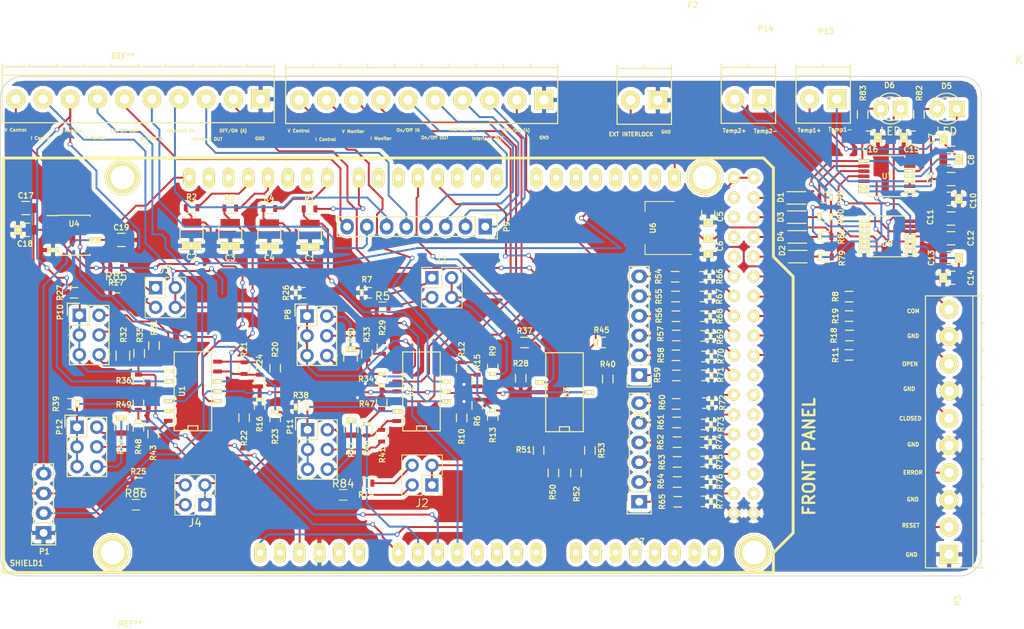
<source format=kicad_pcb>
(kicad_pcb (version 4) (host pcbnew 4.0.6)
  (layers (0 F.Cu signal) (31 B.Cu signal hide) (34 B.Paste user) (35 F.Paste user) (36 B.SilkS user) (37 F.SilkS user) (38 B.Mask user) (39 F.Mask user) (44 Edge.Cuts user))
  (net 0 "")
  (net 1 I_OUT2)
  (net 2 GND)
  (net 3 V_OUT1)
  (net 4 I_OUT1)
  (net 5 V_OUT2)
  (net 6 +5V)
  (net 7 +3V3)
  (net 8 T1+)
  (net 9 T1-)
  (net 10 T2+)
  (net 11 T2-)
  (net 12 CS1)
  (net 13 CS1_3V3)
  (net 14 SDI)
  (net 15 SDI_3V3)
  (net 16 CS2)
  (net 17 CS2_3V3)
  (net 18 SCK)
  (net 19 SCK_3V3)
  (net 20 FAULT1)
  (net 21 "Net-(D5-Pad2)")
  (net 22 FAULT2)
  (net 23 "Net-(D6-Pad2)")
  (net 24 +12V)
  (net 25 EXTERNAL_INTERLOCK)
  (net 26 "Net-(P3-Pad4)")
  (net 27 RESET)
  (net 28 "Net-(P3-Pad8)")
  (net 29 "Net-(P3-Pad10)")
  (net 30 "ON/OFF(A)1_10V")
  (net 31 OPEN/CLOSE1_OUT)
  (net 32 OPEN/CLOSE1_IN)
  (net 33 "ON/OFF(P)1_OUT")
  (net 34 "ON/OFF(P)1_IN")
  (net 35 I_MONITOR1)
  (net 36 V_MONITOR1)
  (net 37 I_CONTROL1)
  (net 38 V_CONTROL1)
  (net 39 I_STATUS1_OUT)
  (net 40 V_STATUS1_OUT)
  (net 41 ARC_MONITOR1_OUT)
  (net 42 LOCAL/REMOTE1_OUT)
  (net 43 TRIP1_OUT)
  (net 44 HV_INDICATOR1_OUT)
  (net 45 "ON/OFF(A)2_10V")
  (net 46 OPEN/CLOSE2_OUT)
  (net 47 OPEN/CLOSE2_IN)
  (net 48 "ON/OFF(P)2_OUT")
  (net 49 "ON/OFF(P)2_IN")
  (net 50 I_MONITOR2)
  (net 51 V_MONITOR2)
  (net 52 I_CONTROL2)
  (net 53 V_CONTROL2)
  (net 54 I_STATUS2_OUT)
  (net 55 V_STATUS2_OUT)
  (net 56 ARC_MONITOR2_OUT)
  (net 57 LOCAL/REMOTE2_OUT)
  (net 58 TRIP2_OUT)
  (net 59 HV_INDICATOR2_OUT)
  (net 60 INTERLOCK1_CON)
  (net 61 INTERLOCK2_CON)
  (net 62 "ON/OFF(P)2_CON")
  (net 63 "ON/OFF(P)1_CON")
  (net 64 SDO)
  (net 65 I_PWM2)
  (net 66 V_PWM1)
  (net 67 I_PWM1)
  (net 68 V_PWM2)
  (net 69 COM)
  (net 70 "Net-(R10-Pad2)")
  (net 71 ERROR)
  (net 72 "Net-(R12-Pad1)")
  (net 73 "Net-(R16-Pad2)")
  (net 74 CLOSED)
  (net 75 OPEN)
  (net 76 V_READING2)
  (net 77 V_READING1)
  (net 78 I_READING2)
  (net 79 I_READING1)
  (net 80 "Net-(R50-Pad2)")
  (net 81 "Net-(R52-Pad2)")
  (net 82 HV_INDICATOR1)
  (net 83 TRIP1)
  (net 84 LOCAL/REMOTE1)
  (net 85 ARC_MONITOR1)
  (net 86 V_STATUS1)
  (net 87 I_STATUS1)
  (net 88 HV_INDICATOR2)
  (net 89 TRIP2)
  (net 90 LOCAL/REMOTE2)
  (net 91 ARC_MONITOR2)
  (net 92 V_STATUS2)
  (net 93 I_STATUS2)
  (net 94 "Net-(SHIELD1-Pad14)")
  (net 95 "Net-(SHIELD1-Pad15)")
  (net 96 "Net-(SHIELD1-Pad16)")
  (net 97 "Net-(SHIELD1-Pad17)")
  (net 98 "Net-(SHIELD1-Pad18)")
  (net 99 "Net-(SHIELD1-Pad19)")
  (net 100 "Net-(SHIELD1-Pad20)")
  (net 101 "Net-(SHIELD1-PadAD15)")
  (net 102 "Net-(SHIELD1-PadAD14)")
  (net 103 "Net-(SHIELD1-PadAD13)")
  (net 104 "Net-(SHIELD1-PadAD12)")
  (net 105 "Net-(SHIELD1-PadAD8)")
  (net 106 "Net-(SHIELD1-PadAD7)")
  (net 107 "Net-(SHIELD1-PadAD6)")
  (net 108 "Net-(SHIELD1-PadAD9)")
  (net 109 "Net-(SHIELD1-PadAD10)")
  (net 110 "Net-(SHIELD1-PadAD11)")
  (net 111 "Net-(SHIELD1-PadAD5)")
  (net 112 "Net-(SHIELD1-PadAD4)")
  (net 113 "Net-(SHIELD1-PadV_IN)")
  (net 114 "Net-(SHIELD1-PadGND2)")
  (net 115 "Net-(SHIELD1-Pad3V3)")
  (net 116 "Net-(SHIELD1-Pad0)")
  (net 117 "Net-(SHIELD1-Pad1)")
  (net 118 "Net-(SHIELD1-Pad13)")
  (net 119 "Net-(SHIELD1-PadGND3)")
  (net 120 "ON/OFF(A)1")
  (net 121 "ON/OFF(A)2")
  (net 122 "Net-(U3-Pad1)")
  (net 123 "Net-(U3-Pad13)")
  (net 124 "Net-(U7-Pad6)")
  (net 125 "Net-(U7-Pad7)")
  (net 126 "Net-(U8-Pad6)")
  (net 127 "Net-(U8-Pad7)")
  (net 128 "Net-(SHIELD1-Pad41)")
  (net 129 "Net-(P8-Pad1)")
  (net 130 "Net-(P10-Pad1)")
  (net 131 "Net-(P11-Pad1)")
  (net 132 "Net-(P11-Pad2)")
  (net 133 "Net-(P12-Pad1)")
  (net 134 "Net-(P12-Pad2)")
  (net 135 "Net-(SHIELD1-Pad43)")
  (net 136 "Net-(SHIELD1-Pad45)")
  (net 137 "Net-(SHIELD1-Pad47)")
  (net 138 "Net-(SHIELD1-Pad49)")
  (net 139 "Net-(SHIELD1-Pad51)")
  (net 140 "Net-(SHIELD1-Pad53)")
  (net 141 "Net-(P3-Pad6)")
  (net 142 V_REF)
  (net 143 "Net-(SHIELD1-Pad5)")
  (net 144 "Net-(SHIELD1-Pad6)")
  (net 145 "Net-(SHIELD1-Pad2)")
  (net 146 "Net-(P8-Pad2)")
  (net 147 "Net-(P8-Pad4)")
  (net 148 "Net-(P8-Pad6)")
  (net 149 "Net-(P10-Pad2)")
  (net 150 "Net-(P10-Pad4)")
  (net 151 "Net-(P10-Pad6)")
  (net 152 "Net-(P11-Pad4)")
  (net 153 "Net-(P11-Pad6)")
  (net 154 "Net-(P12-Pad4)")
  (net 155 "Net-(P12-Pad6)")
  (net 156 "Net-(R10-Pad1)")
  (net 157 "Net-(R12-Pad2)")
  (net 158 "Net-(R20-Pad2)")
  (net 159 "Net-(R21-Pad2)")
  (net 160 "Net-(R22-Pad1)")
  (net 161 "Net-(R28-Pad1)")
  (net 162 "Net-(R40-Pad1)")
  (net 163 "Net-(J1-Pad1)")
  (net 164 "Net-(J1-Pad3)")
  (net 165 "Net-(J2-Pad2)")
  (net 166 "Net-(J2-Pad4)")
  (net 167 "Net-(J3-Pad1)")
  (net 168 "Net-(J3-Pad3)")
  (net 169 "Net-(J4-Pad2)")
  (net 170 "Net-(J4-Pad4)")
  (net 171 "Net-(SHIELD1-Pad9)")
  (net 172 "Net-(SHIELD1-Pad10)")
  (module arduino_shields:ARDUINO_MEGA_SHIELD (layer F.Cu) (at 37.738 112.847)
    (fp_text reference SHIELD1 (at 2.95 -1.2) (layer F.SilkS) (effects (font (size 0.7 0.7))))
    (fp_text value ARDUINO_MEGA_SHIELD hide)
    (pad 14 thru_hole oval (at 68.58 -50.8 90) (size 2.54 1.524) (drill 0.8128) (layers *.Cu *.Mask F.SilkS) (net 94 "Net-(SHIELD1-Pad14)"))
    (pad 15 thru_hole oval (at 71.12 -50.8 90) (size 2.54 1.524) (drill 0.8128) (layers *.Cu *.Mask F.SilkS) (net 95 "Net-(SHIELD1-Pad15)"))
    (pad 16 thru_hole oval (at 73.66 -50.8 90) (size 2.54 1.524) (drill 0.8128) (layers *.Cu *.Mask F.SilkS) (net 96 "Net-(SHIELD1-Pad16)"))
    (pad 17 thru_hole oval (at 76.2 -50.8 90) (size 2.54 1.524) (drill 0.8128) (layers *.Cu *.Mask F.SilkS) (net 97 "Net-(SHIELD1-Pad17)"))
    (pad 18 thru_hole oval (at 78.74 -50.8 90) (size 2.54 1.524) (drill 0.8128) (layers *.Cu *.Mask F.SilkS) (net 98 "Net-(SHIELD1-Pad18)"))
    (pad 19 thru_hole oval (at 81.28 -50.8 90) (size 2.54 1.524) (drill 0.8128) (layers *.Cu *.Mask F.SilkS) (net 99 "Net-(SHIELD1-Pad19)"))
    (pad 20 thru_hole oval (at 83.82 -50.8 90) (size 2.54 1.524) (drill 0.8128) (layers *.Cu *.Mask F.SilkS) (net 100 "Net-(SHIELD1-Pad20)"))
    (pad 21 thru_hole oval (at 86.36 -50.8 90) (size 2.54 1.524) (drill 0.8128) (layers *.Cu *.Mask F.SilkS) (net 25 EXTERNAL_INTERLOCK))
    (pad AD15 thru_hole oval (at 91.44 -2.54 90) (size 2.54 1.524) (drill 0.8128) (layers *.Cu *.Mask F.SilkS) (net 101 "Net-(SHIELD1-PadAD15)"))
    (pad AD14 thru_hole oval (at 88.9 -2.54 90) (size 2.54 1.524) (drill 0.8128) (layers *.Cu *.Mask F.SilkS) (net 102 "Net-(SHIELD1-PadAD14)"))
    (pad AD13 thru_hole oval (at 86.36 -2.54 90) (size 2.54 1.524) (drill 0.8128) (layers *.Cu *.Mask F.SilkS) (net 103 "Net-(SHIELD1-PadAD13)"))
    (pad AD12 thru_hole oval (at 83.82 -2.54 90) (size 2.54 1.524) (drill 0.8128) (layers *.Cu *.Mask F.SilkS) (net 104 "Net-(SHIELD1-PadAD12)"))
    (pad AD8 thru_hole oval (at 73.66 -2.54 90) (size 2.54 1.524) (drill 0.8128) (layers *.Cu *.Mask F.SilkS) (net 105 "Net-(SHIELD1-PadAD8)"))
    (pad AD7 thru_hole oval (at 68.58 -2.54 90) (size 2.54 1.524) (drill 0.8128) (layers *.Cu *.Mask F.SilkS) (net 106 "Net-(SHIELD1-PadAD7)"))
    (pad AD6 thru_hole oval (at 66.04 -2.54 90) (size 2.54 1.524) (drill 0.8128) (layers *.Cu *.Mask F.SilkS) (net 107 "Net-(SHIELD1-PadAD6)"))
    (pad AD9 thru_hole oval (at 76.2 -2.54 90) (size 2.54 1.524) (drill 0.8128) (layers *.Cu *.Mask F.SilkS) (net 108 "Net-(SHIELD1-PadAD9)"))
    (pad AD10 thru_hole oval (at 78.74 -2.54 90) (size 2.54 1.524) (drill 0.8128) (layers *.Cu *.Mask F.SilkS) (net 109 "Net-(SHIELD1-PadAD10)"))
    (pad AD11 thru_hole oval (at 81.28 -2.54 90) (size 2.54 1.524) (drill 0.8128) (layers *.Cu *.Mask F.SilkS) (net 110 "Net-(SHIELD1-PadAD11)"))
    (pad AD5 thru_hole oval (at 63.5 -2.54 90) (size 2.54 1.524) (drill 0.8128) (layers *.Cu *.Mask F.SilkS) (net 111 "Net-(SHIELD1-PadAD5)"))
    (pad AD4 thru_hole oval (at 60.96 -2.54 90) (size 2.54 1.524) (drill 0.8128) (layers *.Cu *.Mask F.SilkS) (net 112 "Net-(SHIELD1-PadAD4)"))
    (pad AD3 thru_hole oval (at 58.42 -2.54 90) (size 2.54 1.524) (drill 0.8128) (layers *.Cu *.Mask F.SilkS) (net 76 V_READING2))
    (pad AD0 thru_hole oval (at 50.8 -2.54 90) (size 2.54 1.524) (drill 0.8128) (layers *.Cu *.Mask F.SilkS) (net 77 V_READING1))
    (pad AD1 thru_hole oval (at 53.34 -2.54 90) (size 2.54 1.524) (drill 0.8128) (layers *.Cu *.Mask F.SilkS) (net 78 I_READING2))
    (pad AD2 thru_hole oval (at 55.88 -2.54 90) (size 2.54 1.524) (drill 0.8128) (layers *.Cu *.Mask F.SilkS) (net 79 I_READING1))
    (pad V_IN thru_hole oval (at 45.72 -2.54 90) (size 2.54 1.524) (drill 0.8128) (layers *.Cu *.Mask F.SilkS) (net 113 "Net-(SHIELD1-PadV_IN)"))
    (pad GND2 thru_hole oval (at 43.18 -2.54 90) (size 2.54 1.524) (drill 0.8128) (layers *.Cu *.Mask F.SilkS) (net 114 "Net-(SHIELD1-PadGND2)"))
    (pad GND1 thru_hole oval (at 40.64 -2.54 90) (size 2.54 1.524) (drill 0.8128) (layers *.Cu *.Mask F.SilkS) (net 2 GND))
    (pad 3V3 thru_hole oval (at 35.56 -2.54 90) (size 2.54 1.524) (drill 0.8128) (layers *.Cu *.Mask F.SilkS) (net 115 "Net-(SHIELD1-Pad3V3)"))
    (pad RST thru_hole oval (at 33.02 -2.54 90) (size 2.54 1.524) (drill 0.8128) (layers *.Cu *.Mask F.SilkS) (net 27 RESET))
    (pad 0 thru_hole oval (at 63.5 -50.8 90) (size 2.54 1.524) (drill 0.8128) (layers *.Cu *.Mask F.SilkS) (net 116 "Net-(SHIELD1-Pad0)"))
    (pad 1 thru_hole oval (at 60.96 -50.8 90) (size 2.54 1.524) (drill 0.8128) (layers *.Cu *.Mask F.SilkS) (net 117 "Net-(SHIELD1-Pad1)"))
    (pad 2 thru_hole oval (at 58.42 -50.8 90) (size 2.54 1.524) (drill 0.8128) (layers *.Cu *.Mask F.SilkS) (net 145 "Net-(SHIELD1-Pad2)"))
    (pad 3 thru_hole oval (at 55.88 -50.8 90) (size 2.54 1.524) (drill 0.8128) (layers *.Cu *.Mask F.SilkS) (net 121 "ON/OFF(A)2"))
    (pad 4 thru_hole oval (at 53.34 -50.8 90) (size 2.54 1.524) (drill 0.8128) (layers *.Cu *.Mask F.SilkS) (net 120 "ON/OFF(A)1"))
    (pad 5 thru_hole oval (at 50.8 -50.8 90) (size 2.54 1.524) (drill 0.8128) (layers *.Cu *.Mask F.SilkS) (net 143 "Net-(SHIELD1-Pad5)"))
    (pad 6 thru_hole oval (at 48.26 -50.8 90) (size 2.54 1.524) (drill 0.8128) (layers *.Cu *.Mask F.SilkS) (net 144 "Net-(SHIELD1-Pad6)"))
    (pad 7 thru_hole oval (at 45.72 -50.8 90) (size 2.54 1.524) (drill 0.8128) (layers *.Cu *.Mask F.SilkS) (net 65 I_PWM2))
    (pad 8 thru_hole oval (at 41.656 -50.8 90) (size 2.54 1.524) (drill 0.8128) (layers *.Cu *.Mask F.SilkS) (net 68 V_PWM2))
    (pad 9 thru_hole oval (at 39.116 -50.8 90) (size 2.54 1.524) (drill 0.8128) (layers *.Cu *.Mask F.SilkS) (net 171 "Net-(SHIELD1-Pad9)"))
    (pad 10 thru_hole oval (at 36.576 -50.8 90) (size 2.54 1.524) (drill 0.8128) (layers *.Cu *.Mask F.SilkS) (net 172 "Net-(SHIELD1-Pad10)"))
    (pad 11 thru_hole oval (at 34.036 -50.8 90) (size 2.54 1.524) (drill 0.8128) (layers *.Cu *.Mask F.SilkS) (net 67 I_PWM1))
    (pad 12 thru_hole oval (at 31.496 -50.8 90) (size 2.54 1.524) (drill 0.8128) (layers *.Cu *.Mask F.SilkS) (net 66 V_PWM1))
    (pad 13 thru_hole oval (at 28.956 -50.8 90) (size 2.54 1.524) (drill 0.8128) (layers *.Cu *.Mask F.SilkS) (net 118 "Net-(SHIELD1-Pad13)"))
    (pad GND3 thru_hole oval (at 26.416 -50.8 90) (size 2.54 1.524) (drill 0.8128) (layers *.Cu *.Mask F.SilkS) (net 119 "Net-(SHIELD1-PadGND3)"))
    (pad AREF thru_hole oval (at 23.876 -50.8 90) (size 2.54 1.524) (drill 0.8128) (layers *.Cu *.Mask F.SilkS) (net 142 V_REF))
    (pad 5V thru_hole oval (at 38.1 -2.54 90) (size 2.54 1.524) (drill 0.8128) (layers *.Cu *.Mask F.SilkS) (net 6 +5V))
    (pad 22 thru_hole circle (at 93.98 -48.26) (size 1.524 1.524) (drill 0.8128) (layers *.Cu *.Mask F.SilkS) (net 60 INTERLOCK1_CON))
    (pad 23 thru_hole circle (at 96.52 -48.26) (size 1.524 1.524) (drill 0.8128) (layers *.Cu *.Mask F.SilkS) (net 12 CS1))
    (pad 24 thru_hole circle (at 93.98 -45.72) (size 1.524 1.524) (drill 0.8128) (layers *.Cu *.Mask F.SilkS) (net 61 INTERLOCK2_CON))
    (pad 25 thru_hole circle (at 96.52 -45.72) (size 1.524 1.524) (drill 0.8128) (layers *.Cu *.Mask F.SilkS) (net 16 CS2))
    (pad 26 thru_hole circle (at 93.98 -43.18) (size 1.524 1.524) (drill 0.8128) (layers *.Cu *.Mask F.SilkS) (net 63 "ON/OFF(P)1_CON"))
    (pad 27 thru_hole circle (at 96.52 -43.18) (size 1.524 1.524) (drill 0.8128) (layers *.Cu *.Mask F.SilkS) (net 18 SCK))
    (pad 28 thru_hole circle (at 93.98 -40.64) (size 1.524 1.524) (drill 0.8128) (layers *.Cu *.Mask F.SilkS) (net 62 "ON/OFF(P)2_CON"))
    (pad 29 thru_hole circle (at 96.52 -40.64) (size 1.524 1.524) (drill 0.8128) (layers *.Cu *.Mask F.SilkS) (net 14 SDI))
    (pad 5V_4 thru_hole circle (at 93.98 -50.8) (size 1.524 1.524) (drill 0.8128) (layers *.Cu *.Mask F.SilkS) (net 6 +5V))
    (pad 5V_5 thru_hole circle (at 96.52 -50.8) (size 1.524 1.524) (drill 0.8128) (layers *.Cu *.Mask F.SilkS) (net 6 +5V))
    (pad 31 thru_hole circle (at 96.52 -38.1) (size 1.524 1.524) (drill 0.8128) (layers *.Cu *.Mask F.SilkS) (net 64 SDO))
    (pad 30 thru_hole circle (at 93.98 -38.1) (size 1.524 1.524) (drill 0.8128) (layers *.Cu *.Mask F.SilkS) (net 82 HV_INDICATOR1))
    (pad 32 thru_hole circle (at 93.98 -35.56) (size 1.524 1.524) (drill 0.8128) (layers *.Cu *.Mask F.SilkS) (net 83 TRIP1))
    (pad 33 thru_hole circle (at 96.52 -35.56) (size 1.524 1.524) (drill 0.8128) (layers *.Cu *.Mask F.SilkS) (net 69 COM))
    (pad 34 thru_hole circle (at 93.98 -33.02) (size 1.524 1.524) (drill 0.8128) (layers *.Cu *.Mask F.SilkS) (net 84 LOCAL/REMOTE1))
    (pad 35 thru_hole circle (at 96.52 -33.02) (size 1.524 1.524) (drill 0.8128) (layers *.Cu *.Mask F.SilkS) (net 75 OPEN))
    (pad 36 thru_hole circle (at 93.98 -30.48) (size 1.524 1.524) (drill 0.8128) (layers *.Cu *.Mask F.SilkS) (net 85 ARC_MONITOR1))
    (pad 37 thru_hole circle (at 96.52 -30.48) (size 1.524 1.524) (drill 0.8128) (layers *.Cu *.Mask F.SilkS) (net 74 CLOSED))
    (pad 38 thru_hole circle (at 93.98 -27.94) (size 1.524 1.524) (drill 0.8128) (layers *.Cu *.Mask F.SilkS) (net 86 V_STATUS1))
    (pad 39 thru_hole circle (at 96.52 -27.94) (size 1.524 1.524) (drill 0.8128) (layers *.Cu *.Mask F.SilkS) (net 71 ERROR))
    (pad 40 thru_hole circle (at 93.98 -25.4) (size 1.524 1.524) (drill 0.8128) (layers *.Cu *.Mask F.SilkS) (net 87 I_STATUS1))
    (pad 41 thru_hole circle (at 96.52 -25.4) (size 1.524 1.524) (drill 0.8128) (layers *.Cu *.Mask F.SilkS) (net 128 "Net-(SHIELD1-Pad41)"))
    (pad 42 thru_hole circle (at 93.98 -22.86) (size 1.524 1.524) (drill 0.8128) (layers *.Cu *.Mask F.SilkS) (net 88 HV_INDICATOR2))
    (pad 43 thru_hole circle (at 96.52 -22.86) (size 1.524 1.524) (drill 0.8128) (layers *.Cu *.Mask F.SilkS) (net 135 "Net-(SHIELD1-Pad43)"))
    (pad 44 thru_hole circle (at 93.98 -20.32) (size 1.524 1.524) (drill 0.8128) (layers *.Cu *.Mask F.SilkS) (net 89 TRIP2))
    (pad 45 thru_hole circle (at 96.52 -20.32) (size 1.524 1.524) (drill 0.8128) (layers *.Cu *.Mask F.SilkS) (net 136 "Net-(SHIELD1-Pad45)"))
    (pad 46 thru_hole circle (at 93.98 -17.78) (size 1.524 1.524) (drill 0.8128) (layers *.Cu *.Mask F.SilkS) (net 90 LOCAL/REMOTE2))
    (pad 47 thru_hole circle (at 96.52 -17.78) (size 1.524 1.524) (drill 0.8128) (layers *.Cu *.Mask F.SilkS) (net 137 "Net-(SHIELD1-Pad47)"))
    (pad 48 thru_hole circle (at 93.98 -15.24) (size 1.524 1.524) (drill 0.8128) (layers *.Cu *.Mask F.SilkS) (net 91 ARC_MONITOR2))
    (pad 49 thru_hole circle (at 96.52 -15.24) (size 1.524 1.524) (drill 0.8128) (layers *.Cu *.Mask F.SilkS) (net 138 "Net-(SHIELD1-Pad49)"))
    (pad 50 thru_hole circle (at 93.98 -12.7) (size 1.524 1.524) (drill 0.8128) (layers *.Cu *.Mask F.SilkS) (net 92 V_STATUS2))
    (pad 51 thru_hole circle (at 96.52 -12.7) (size 1.524 1.524) (drill 0.8128) (layers *.Cu *.Mask F.SilkS) (net 139 "Net-(SHIELD1-Pad51)"))
    (pad 52 thru_hole circle (at 93.98 -10.16) (size 1.524 1.524) (drill 0.8128) (layers *.Cu *.Mask F.SilkS) (net 93 I_STATUS2))
    (pad 53 thru_hole circle (at 96.52 -10.16) (size 1.524 1.524) (drill 0.8128) (layers *.Cu *.Mask F.SilkS) (net 140 "Net-(SHIELD1-Pad53)"))
    (pad GND4 thru_hole circle (at 93.98 -7.62) (size 1.524 1.524) (drill 0.8128) (layers *.Cu *.Mask F.SilkS) (net 2 GND))
    (pad GND5 thru_hole circle (at 96.52 -7.62) (size 1.524 1.524) (drill 0.8128) (layers *.Cu *.Mask F.SilkS) (net 2 GND))
  )
  (module LEDs:LED-3MM (layer F.Cu) (at 160.3995 53.1918 180)
    (fp_text reference D5 (at 1.3115 2.9448 180) (layer F.SilkS) (effects (font (size 0.7 0.7))))
    (fp_text value LED (at 1.3 -2.9 180) (layer F.SilkS))
    (fp_text user K (at -8.0385 6.2948 180) (layer F.SilkS))
    (pad 1 thru_hole rect (at 0 0 270) (size 2 2) (drill 1.00076) (layers *.Cu *.Mask F.SilkS) (net 20 FAULT1))
    (pad 2 thru_hole circle (at 2.54 0 180) (size 2 2) (drill 1.00076) (layers *.Cu *.Mask F.SilkS) (net 21 "Net-(D5-Pad2)"))
  )
  (module LEDs:LED-3MM (layer F.Cu) (at 153.1859 53.1664 180)
    (fp_text reference D6 (at 1.4479 3.0194 180) (layer F.SilkS) (effects (font (size 0.7 0.7))))
    (fp_text value LED (at 1.3 -2.9 180) (layer F.SilkS))
    (pad 1 thru_hole rect (at 0 0 270) (size 2 2) (drill 1.00076) (layers *.Cu *.Mask F.SilkS) (net 22 FAULT2))
    (pad 2 thru_hole circle (at 2.54 0 180) (size 2 2) (drill 1.00076) (layers *.Cu *.Mask F.SilkS) (net 23 "Net-(D6-Pad2)"))
  )
  (module Terminal_Blocks:TerminalBlock_Pheonix_PT-3.5mm_10pol (layer F.Cu) (at 159.4112 110.5022 90)
    (fp_text reference P3 (at -5.9563 1.1303 90) (layer F.SilkS) (effects (font (size 0.7 0.7))))
    (fp_text value "FRONT PLATE")
    (pad 3 thru_hole circle (at 7 0 270) (size 2.4 2.4) (drill 1.2) (layers *.Cu *.Mask F.SilkS) (net 2 GND))
    (pad 2 thru_hole circle (at 3.5 0 270) (size 2.4 2.4) (drill 1.2) (layers *.Cu *.Mask F.SilkS) (net 27 RESET))
    (pad 4 thru_hole circle (at 10.5 0 270) (size 2.4 2.4) (drill 1.2) (layers *.Cu *.Mask F.SilkS) (net 26 "Net-(P3-Pad4)"))
    (pad 5 thru_hole circle (at 14 0 270) (size 2.4 2.4) (drill 1.2) (layers *.Cu *.Mask F.SilkS) (net 2 GND))
    (pad 6 thru_hole circle (at 17.5 0 270) (size 2.4 2.4) (drill 1.2) (layers *.Cu *.Mask F.SilkS) (net 141 "Net-(P3-Pad6)"))
    (pad 7 thru_hole circle (at 21 0.031729 270) (size 2.4 2.4) (drill 1.2) (layers *.Cu *.Mask F.SilkS) (net 2 GND))
    (pad 1 thru_hole rect (at 0 0 270) (size 2.4 2.4) (drill 1.2) (layers *.Cu *.Mask F.SilkS) (net 2 GND))
    (pad 8 thru_hole circle (at 24.5 0 270) (size 2.4 2.4) (drill 1.2) (layers *.Cu *.Mask F.SilkS) (net 28 "Net-(P3-Pad8)"))
    (pad 9 thru_hole circle (at 28 0 270) (size 2.4 2.4) (drill 1.2) (layers *.Cu *.Mask F.SilkS) (net 2 GND))
    (pad 10 thru_hole circle (at 31.5 0 270) (size 2.4 2.4) (drill 1.2) (layers *.Cu *.Mask F.SilkS) (net 29 "Net-(P3-Pad10)"))
  )
  (module Terminal_Blocks:TerminalBlock_Pheonix_PT-3.5mm_10pol (layer F.Cu) (at 70.816 51.9298 180)
    (fp_text reference P4 hide)
    (fp_text value "PS CONTROL 1")
    (pad 3 thru_hole circle (at 7 0) (size 2.4 2.4) (drill 1.2) (layers *.Cu *.Mask F.SilkS) (net 31 OPEN/CLOSE1_OUT))
    (pad 2 thru_hole circle (at 3.5 0) (size 2.4 2.4) (drill 1.2) (layers *.Cu *.Mask F.SilkS) (net 30 "ON/OFF(A)1_10V"))
    (pad 4 thru_hole circle (at 10.5 0) (size 2.4 2.4) (drill 1.2) (layers *.Cu *.Mask F.SilkS) (net 32 OPEN/CLOSE1_IN))
    (pad 5 thru_hole circle (at 14 0) (size 2.4 2.4) (drill 1.2) (layers *.Cu *.Mask F.SilkS) (net 33 "ON/OFF(P)1_OUT"))
    (pad 6 thru_hole circle (at 17.5 0) (size 2.4 2.4) (drill 1.2) (layers *.Cu *.Mask F.SilkS) (net 34 "ON/OFF(P)1_IN"))
    (pad 7 thru_hole circle (at 21 0.031729) (size 2.4 2.4) (drill 1.2) (layers *.Cu *.Mask F.SilkS) (net 35 I_MONITOR1))
    (pad 1 thru_hole rect (at 0 0) (size 2.4 2.4) (drill 1.2) (layers *.Cu *.Mask F.SilkS) (net 2 GND))
    (pad 8 thru_hole circle (at 24.5 0) (size 2.4 2.4) (drill 1.2) (layers *.Cu *.Mask F.SilkS) (net 36 V_MONITOR1))
    (pad 9 thru_hole circle (at 28 0) (size 2.4 2.4) (drill 1.2) (layers *.Cu *.Mask F.SilkS) (net 37 I_CONTROL1))
    (pad 10 thru_hole circle (at 31.5 0) (size 2.4 2.4) (drill 1.2) (layers *.Cu *.Mask F.SilkS) (net 38 V_CONTROL1))
  )
  (module Terminal_Blocks:TerminalBlock_Pheonix_PT-3.5mm_10pol (layer F.Cu) (at 107.2904 52.0314 180)
    (fp_text reference P6 hide)
    (fp_text value "PS CONTROL 2")
    (pad 3 thru_hole circle (at 7 0) (size 2.4 2.4) (drill 1.2) (layers *.Cu *.Mask F.SilkS) (net 46 OPEN/CLOSE2_OUT))
    (pad 2 thru_hole circle (at 3.5 0) (size 2.4 2.4) (drill 1.2) (layers *.Cu *.Mask F.SilkS) (net 45 "ON/OFF(A)2_10V"))
    (pad 4 thru_hole circle (at 10.5 0) (size 2.4 2.4) (drill 1.2) (layers *.Cu *.Mask F.SilkS) (net 47 OPEN/CLOSE2_IN))
    (pad 5 thru_hole circle (at 14 0) (size 2.4 2.4) (drill 1.2) (layers *.Cu *.Mask F.SilkS) (net 48 "ON/OFF(P)2_OUT"))
    (pad 6 thru_hole circle (at 17.5 0) (size 2.4 2.4) (drill 1.2) (layers *.Cu *.Mask F.SilkS) (net 49 "ON/OFF(P)2_IN"))
    (pad 7 thru_hole circle (at 21 0.031729) (size 2.4 2.4) (drill 1.2) (layers *.Cu *.Mask F.SilkS) (net 50 I_MONITOR2))
    (pad 1 thru_hole rect (at 0 0) (size 2.4 2.4) (drill 1.2) (layers *.Cu *.Mask F.SilkS) (net 2 GND))
    (pad 8 thru_hole circle (at 24.5 0) (size 2.4 2.4) (drill 1.2) (layers *.Cu *.Mask F.SilkS) (net 51 V_MONITOR2))
    (pad 9 thru_hole circle (at 28 0) (size 2.4 2.4) (drill 1.2) (layers *.Cu *.Mask F.SilkS) (net 52 I_CONTROL2))
    (pad 10 thru_hole circle (at 31.5 0) (size 2.4 2.4) (drill 1.2) (layers *.Cu *.Mask F.SilkS) (net 53 V_CONTROL2))
  )
  (module Connect:1pin (layer F.Cu) (at 127.9715 62.0135)
    (fp_text reference REF** hide)
    (fp_text value 1pin)
    (pad 1 thru_hole circle (at 0 0) (size 4.064 4.064) (drill 3.048) (layers *.Cu *.Mask F.SilkS))
  )
  (module Connect:1pin (layer F.Cu) (at 134.3215 110.2735)
    (fp_text reference REF** hide)
    (fp_text value 1pin)
    (pad 1 thru_hole circle (at 0 0) (size 4.064 4.064) (drill 3.048) (layers *.Cu *.Mask F.SilkS))
  )
  (module Connect:1pin (layer F.Cu) (at 51.7715 110.2735)
    (fp_text reference REF** (at 2.2805 9.1695) (layer F.SilkS) (effects (font (size 0.7 0.7))))
    (fp_text value 1pin)
    (pad 1 thru_hole circle (at 0 0) (size 4.064 4.064) (drill 3.048) (layers *.Cu *.Mask F.SilkS))
  )
  (module Connect:1pin (layer F.Cu) (at 53.0415 62.0135)
    (fp_text reference REF** (at 0.0465 -15.6165) (layer F.SilkS) (effects (font (size 0.7 0.7))))
    (fp_text value 1pin)
    (pad 1 thru_hole circle (at 0 0) (size 4.064 4.064) (drill 3.048) (layers *.Cu *.Mask F.SilkS))
  )
  (module Terminal_Blocks:TerminalBlock_Pheonix_PT-3.5mm_2pol (layer F.Cu) (at 144.9586 51.9171 180)
    (fp_text reference P13 (at 1.3706 8.7201 180) (layer F.SilkS) (effects (font (size 0.7 0.7))))
    (fp_text value TEMP1)
    (pad 2 thru_hole circle (at 3.5 0 180) (size 2.4 2.4) (drill 1.2) (layers *.Cu *.Mask F.SilkS) (net 8 T1+))
    (pad 1 thru_hole rect (at 0 0 180) (size 2.4 2.4) (drill 1.2) (layers *.Cu *.Mask F.SilkS) (net 9 T1-))
  )
  (module Terminal_Blocks:TerminalBlock_Pheonix_PT-3.5mm_2pol (layer F.Cu) (at 135.332 51.9425 180)
    (fp_text reference P14 (at -0.456 9.0955 180) (layer F.SilkS) (effects (font (size 0.7 0.7))))
    (fp_text value TEMP2)
    (pad 2 thru_hole circle (at 3.5 0 180) (size 2.4 2.4) (drill 1.2) (layers *.Cu *.Mask F.SilkS) (net 10 T2+))
    (pad 1 thru_hole rect (at 0 0 180) (size 2.4 2.4) (drill 1.2) (layers *.Cu *.Mask F.SilkS) (net 11 T2-))
  )
  (module Terminal_Blocks:TerminalBlock_Pheonix_PT-3.5mm_2pol (layer F.Cu) (at 121.9335 52.0695 180)
    (fp_text reference P2 (at -4.4545 12.2225 180) (layer F.SilkS) (effects (font (size 0.7 0.7))))
    (fp_text value EXT_INTERLOCK)
    (pad 2 thru_hole circle (at 3.5 0 180) (size 2.4 2.4) (drill 1.2) (layers *.Cu *.Mask F.SilkS) (net 25 EXTERNAL_INTERLOCK))
    (pad 1 thru_hole rect (at 0 0 180) (size 2.4 2.4) (drill 1.2) (layers *.Cu *.Mask F.SilkS) (net 2 GND))
  )
  (module Capacitors_SMD:C_1210 (layer F.Cu) (at 77.166 69.4558 270)
    (fp_text reference C1 (at 2.9464 0 360) (layer F.SilkS) (effects (font (size 0.7 0.7))))
    (fp_text value 47uF)
    (pad 1 smd rect (at -1.5 0 270) (size 1 2.5) (layers F.Cu F.Paste F.Mask) (net 1 I_OUT2))
    (pad 2 thru_hole rect (at 1.5 0 270) (size 1 2.5) (drill 0.3) (layers *.Cu *.Mask F.SilkS) (net 2 GND))
  )
  (module Capacitors_SMD:C_1210 (layer F.Cu) (at 61.926 69.3034 270)
    (fp_text reference C2 (at 2.9464 0 360) (layer F.SilkS) (effects (font (size 0.7 0.7))))
    (fp_text value 47uF)
    (pad 1 smd rect (at -1.5 0 270) (size 1 2.5) (layers F.Cu F.Paste F.Mask) (net 3 V_OUT1))
    (pad 2 thru_hole rect (at 1.5 0 270) (size 1 2.5) (drill 0.3) (layers *.Cu *.Mask F.SilkS) (net 2 GND))
  )
  (module Capacitors_SMD:C_1210 (layer F.Cu) (at 66.9044 69.3542 270)
    (fp_text reference C3 (at 2.9972 0 360) (layer F.SilkS) (effects (font (size 0.7 0.7))))
    (fp_text value 47uF)
    (pad 1 smd rect (at -1.5 0 270) (size 1 2.5) (layers F.Cu F.Paste F.Mask) (net 4 I_OUT1))
    (pad 2 thru_hole rect (at 1.5 0 270) (size 1 2.5) (drill 0.3) (layers *.Cu *.Mask F.SilkS) (net 2 GND))
  )
  (module Capacitors_SMD:C_1210 (layer F.Cu) (at 71.9336 69.405 270)
    (fp_text reference C4 (at 2.9464 0 360) (layer F.SilkS) (effects (font (size 0.7 0.7))))
    (fp_text value 47uF)
    (pad 1 smd rect (at -1.5 0 270) (size 1 2.5) (layers F.Cu F.Paste F.Mask) (net 5 V_OUT2))
    (pad 2 thru_hole rect (at 1.5 0 270) (size 1 2.5) (drill 0.3) (layers *.Cu *.Mask F.SilkS) (net 2 GND))
  )
  (module Capacitors_SMD:C_0805 (layer F.Cu) (at 128.418 66.789 90)
    (fp_text reference C5 (at -0.254 1.524 90) (layer F.SilkS) (effects (font (size 0.7 0.7))))
    (fp_text value 100nF)
    (pad 1 thru_hole rect (at -1 0 90) (size 1 1.25) (drill 0.3) (layers *.Cu *.Mask F.SilkS) (net 2 GND))
    (pad 2 smd rect (at 1 0 90) (size 1 1.25) (layers F.Cu F.Paste F.Mask) (net 6 +5V))
  )
  (module Capacitors_SMD:C_0805 (layer F.Cu) (at 128.418 70.853 90)
    (fp_text reference C6 (at 0 1.524 90) (layer F.SilkS) (effects (font (size 0.7 0.7))))
    (fp_text value 10uF)
    (pad 1 thru_hole rect (at -1 0 90) (size 1 1.25) (drill 0.3) (layers *.Cu *.Mask F.SilkS) (net 2 GND))
    (pad 2 thru_hole rect (at 1 0 90) (size 1 1.25) (drill 0.3) (layers *.Cu *.Mask F.SilkS) (net 7 +3V3))
  )
  (module Capacitors_SMD:C_0805 (layer F.Cu) (at 159.66 57.137)
    (fp_text reference C7 (at -2.4765 -0.127 90) (layer F.SilkS) (effects (font (size 0.7 0.7))))
    (fp_text value 0.01uF)
    (pad 1 thru_hole rect (at -1 0) (size 1 1.25) (drill 0.3) (layers *.Cu *.Mask F.SilkS) (net 8 T1+))
    (pad 2 smd rect (at 1 0) (size 1 1.25) (layers F.Cu F.Paste F.Mask) (net 2 GND))
  )
  (module Capacitors_SMD:C_0805 (layer F.Cu) (at 159.66 59.677)
    (fp_text reference C8 (at 2.6035 0.0635 90) (layer F.SilkS) (effects (font (size 0.7 0.7))))
    (fp_text value 0.1uF)
    (pad 1 smd rect (at -1 0) (size 1 1.25) (layers F.Cu F.Paste F.Mask) (net 9 T1-))
    (pad 2 thru_hole rect (at 1 0) (size 1 1.25) (drill 0.3) (layers *.Cu *.Mask F.SilkS) (net 8 T1+))
  )
  (module Capacitors_SMD:C_0805 (layer F.Cu) (at 159.66 62.217)
    (fp_text reference C9 (at -2.667 0 90) (layer F.SilkS) (effects (font (size 0.7 0.7))))
    (fp_text value 0.01uF)
    (pad 1 smd rect (at -1 0) (size 1 1.25) (layers F.Cu F.Paste F.Mask) (net 9 T1-))
    (pad 2 smd rect (at 1 0) (size 1 1.25) (layers F.Cu F.Paste F.Mask) (net 2 GND))
  )
  (module Capacitors_SMD:C_0805 (layer F.Cu) (at 159.66 64.757 180)
    (fp_text reference C10 (at -2.8575 -0.254 270) (layer F.SilkS) (effects (font (size 0.7 0.7))))
    (fp_text value 0.1uF)
    (pad 1 thru_hole rect (at -1 0 180) (size 1 1.25) (drill 0.3) (layers *.Cu *.Mask F.SilkS) (net 2 GND))
    (pad 2 smd rect (at 1 0 180) (size 1 1.25) (layers F.Cu F.Paste F.Mask) (net 7 +3V3))
  )
  (module Capacitors_SMD:C_0805 (layer F.Cu) (at 159.66 67.297)
    (fp_text reference C11 (at -2.667 -0.1905 90) (layer F.SilkS) (effects (font (size 0.7 0.7))))
    (fp_text value 0.1uF)
    (pad 1 smd rect (at -1 0) (size 1 1.25) (layers F.Cu F.Paste F.Mask) (net 7 +3V3))
    (pad 2 smd rect (at 1 0) (size 1 1.25) (layers F.Cu F.Paste F.Mask) (net 2 GND))
  )
  (module Capacitors_SMD:C_0805 (layer F.Cu) (at 159.66 69.837)
    (fp_text reference C12 (at 2.54 0 90) (layer F.SilkS) (effects (font (size 0.7 0.7))))
    (fp_text value 0.01uF)
    (pad 1 smd rect (at -1 0) (size 1 1.25) (layers F.Cu F.Paste F.Mask) (net 10 T2+))
    (pad 2 smd rect (at 1 0) (size 1 1.25) (layers F.Cu F.Paste F.Mask) (net 2 GND))
  )
  (module Capacitors_SMD:C_0805 (layer F.Cu) (at 159.66 72.377 180)
    (fp_text reference C13 (at 2.54 0 270) (layer F.SilkS) (effects (font (size 0.7 0.7))))
    (fp_text value 0.1uF)
    (pad 1 thru_hole rect (at -1 0 180) (size 1 1.25) (drill 0.3) (layers *.Cu *.Mask F.SilkS) (net 11 T2-))
    (pad 2 smd rect (at 1 0 180) (size 1 1.25) (layers F.Cu F.Paste F.Mask) (net 10 T2+))
  )
  (module Capacitors_SMD:C_0805 (layer F.Cu) (at 159.66 74.917 180)
    (fp_text reference C14 (at -2.54 0 270) (layer F.SilkS) (effects (font (size 0.7 0.7))))
    (fp_text value 0.01uF)
    (pad 1 smd rect (at -1 0 180) (size 1 1.25) (layers F.Cu F.Paste F.Mask) (net 11 T2-))
    (pad 2 thru_hole rect (at 1 0 180) (size 1 1.25) (drill 0.3) (layers *.Cu *.Mask F.SilkS) (net 2 GND))
  )
  (module Capacitors_SMD:C_0805 (layer F.Cu) (at 149.246 56.883 180)
    (fp_text reference C15 (at -5.334 -1.524 180) (layer F.SilkS) (effects (font (size 0.7 0.7))))
    (fp_text value 0.1uF)
    (pad 1 thru_hole rect (at -1 0 180) (size 1 1.25) (drill 0.3) (layers *.Cu *.Mask F.SilkS) (net 2 GND))
    (pad 2 smd rect (at 1 0 180) (size 1 1.25) (layers F.Cu F.Paste F.Mask) (net 7 +3V3))
  )
  (module Capacitors_SMD:C_0805 (layer F.Cu) (at 154.58 56.883 180)
    (fp_text reference C16 (at 5.334 -1.524 180) (layer F.SilkS) (effects (font (size 0.7 0.7))))
    (fp_text value 0.1uF)
    (pad 1 smd rect (at -1 0 180) (size 1 1.25) (layers F.Cu F.Paste F.Mask) (net 7 +3V3))
    (pad 2 thru_hole rect (at 1 0 180) (size 1 1.25) (drill 0.3) (layers *.Cu *.Mask F.SilkS) (net 2 GND))
  )
  (module Capacitors_SMD:C_0805 (layer F.Cu) (at 40.588 65.947)
    (fp_text reference C17 (at 0 -1.6 180) (layer F.SilkS) (effects (font (size 0.7 0.7))))
    (fp_text value 1uF)
    (pad 1 smd rect (at -1 0) (size 1 1.25) (layers F.Cu F.Paste F.Mask) (net 2 GND))
    (pad 2 smd rect (at 1 0) (size 1 1.25) (layers F.Cu F.Paste F.Mask) (net 6 +5V))
  )
  (module Capacitors_SMD:C_0805 (layer F.Cu) (at 40.588 68.747)
    (fp_text reference C18 (at -0.1 1.8 180) (layer F.SilkS) (effects (font (size 0.7 0.7))))
    (fp_text value .1uF)
    (pad 1 thru_hole rect (at -1 0) (size 1 1.25) (drill 0.3) (layers *.Cu *.Mask F.SilkS) (net 2 GND))
    (pad 2 smd rect (at 1 0) (size 1 1.25) (layers F.Cu F.Paste F.Mask) (net 6 +5V))
  )
  (module Capacitors_SMD:C_0805 (layer F.Cu) (at 52.888 70.047 180)
    (fp_text reference C19 (at 0 1.6 180) (layer F.SilkS) (effects (font (size 0.7 0.7))))
    (fp_text value .1uF)
    (pad 1 smd rect (at -1 0 180) (size 1 1.25) (layers F.Cu F.Paste F.Mask) (net 2 GND))
    (pad 2 smd rect (at 1 0 180) (size 1 1.25) (layers F.Cu F.Paste F.Mask) (net 142 V_REF))
  )
  (module Diodes_SMD:SOD-323 (layer F.Cu) (at 139.8405 64.6425)
    (fp_text reference D1 (at -2.0955 -0.0635 90) (layer F.SilkS) (effects (font (size 0.7 0.7))))
    (fp_text value D_Small)
    (pad 1 smd rect (at -1.055 0) (size 0.59 0.45) (layers F.Cu F.Paste F.Mask) (net 12 CS1))
    (pad 2 smd rect (at 1.055 0) (size 0.59 0.45) (layers F.Cu F.Paste F.Mask) (net 13 CS1_3V3))
  )
  (module Diodes_SMD:SOD-323 (layer F.Cu) (at 140.031 72.199)
    (fp_text reference D2 (at -2.0955 -0.762 90) (layer F.SilkS) (effects (font (size 0.7 0.7))))
    (fp_text value D_Small)
    (pad 1 smd rect (at -1.055 0) (size 0.59 0.45) (layers F.Cu F.Paste F.Mask) (net 14 SDI))
    (pad 2 smd rect (at 1.055 0) (size 0.59 0.45) (layers F.Cu F.Paste F.Mask) (net 15 SDI_3V3))
  )
  (module Diodes_SMD:SOD-323 (layer F.Cu) (at 139.904 67.119)
    (fp_text reference D3 (at -2.159 0 90) (layer F.SilkS) (effects (font (size 0.7 0.7))))
    (fp_text value D_Small)
    (pad 1 smd rect (at -1.055 0) (size 0.59 0.45) (layers F.Cu F.Paste F.Mask) (net 16 CS2))
    (pad 2 smd rect (at 1.055 0) (size 0.59 0.45) (layers F.Cu F.Paste F.Mask) (net 17 CS2_3V3))
  )
  (module Diodes_SMD:SOD-323 (layer F.Cu) (at 139.9675 69.659)
    (fp_text reference D4 (at -2.2225 -0.0635 90) (layer F.SilkS) (effects (font (size 0.7 0.7))))
    (fp_text value D_Small)
    (pad 1 smd rect (at -1.055 0) (size 0.59 0.45) (layers F.Cu F.Paste F.Mask) (net 18 SCK))
    (pad 2 smd rect (at 1.055 0) (size 0.59 0.45) (layers F.Cu F.Paste F.Mask) (net 19 SCK_3V3))
  )
  (module Pin_Headers:Pin_Header_Straight_1x04 (layer F.Cu) (at 42.888 107.747 180)
    (fp_text reference P1 (at -0.1 -2.4 180) (layer F.SilkS) (effects (font (size 0.7 0.7))))
    (fp_text value PWR)
    (pad 1 thru_hole rect (at 0 0 180) (size 2.032 1.7272) (drill 1.016) (layers *.Cu *.Mask) (net 2 GND))
    (pad 2 thru_hole oval (at 0 2.54 180) (size 2.032 1.7272) (drill 1.016) (layers *.Cu *.Mask) (net 24 +12V))
    (pad 3 thru_hole oval (at 0 5.08 180) (size 2.032 1.7272) (drill 1.016) (layers *.Cu *.Mask) (net 6 +5V))
    (pad 4 thru_hole oval (at 0 7.62 180) (size 2.032 1.7272) (drill 1.016) (layers *.Cu *.Mask) (net 142 V_REF))
  )
  (module Pin_Headers:Pin_Header_Straight_1x06 (layer F.Cu) (at 119.5332 87.439 180)
    (fp_text reference P5 (at 0 -5.1 180) (layer F.SilkS) (effects (font (size 0.7 0.7))))
    (fp_text value "INDICATOR 1")
    (pad 1 thru_hole rect (at 0 0 180) (size 2.032 1.7272) (drill 1.016) (layers *.Cu *.Mask) (net 39 I_STATUS1_OUT))
    (pad 2 thru_hole oval (at 0 2.54 180) (size 2.032 1.7272) (drill 1.016) (layers *.Cu *.Mask) (net 40 V_STATUS1_OUT))
    (pad 3 thru_hole oval (at 0 5.08 180) (size 2.032 1.7272) (drill 1.016) (layers *.Cu *.Mask) (net 41 ARC_MONITOR1_OUT))
    (pad 4 thru_hole oval (at 0 7.62 180) (size 2.032 1.7272) (drill 1.016) (layers *.Cu *.Mask) (net 42 LOCAL/REMOTE1_OUT))
    (pad 5 thru_hole oval (at 0 10.16 180) (size 2.032 1.7272) (drill 1.016) (layers *.Cu *.Mask) (net 43 TRIP1_OUT))
    (pad 6 thru_hole oval (at 0 12.7 180) (size 2.032 1.7272) (drill 1.016) (layers *.Cu *.Mask) (net 44 HV_INDICATOR1_OUT))
  )
  (module Pin_Headers:Pin_Header_Straight_1x06 (layer F.Cu) (at 119.5332 103.7458 180)
    (fp_text reference P7 (at 0 -5.1 180) (layer F.SilkS) (effects (font (size 0.7 0.7))))
    (fp_text value "INDICATOR 2")
    (pad 1 thru_hole rect (at 0 0 180) (size 2.032 1.7272) (drill 1.016) (layers *.Cu *.Mask) (net 54 I_STATUS2_OUT))
    (pad 2 thru_hole oval (at 0 2.54 180) (size 2.032 1.7272) (drill 1.016) (layers *.Cu *.Mask) (net 55 V_STATUS2_OUT))
    (pad 3 thru_hole oval (at 0 5.08 180) (size 2.032 1.7272) (drill 1.016) (layers *.Cu *.Mask) (net 56 ARC_MONITOR2_OUT))
    (pad 4 thru_hole oval (at 0 7.62 180) (size 2.032 1.7272) (drill 1.016) (layers *.Cu *.Mask) (net 57 LOCAL/REMOTE2_OUT))
    (pad 5 thru_hole oval (at 0 10.16 180) (size 2.032 1.7272) (drill 1.016) (layers *.Cu *.Mask) (net 58 TRIP2_OUT))
    (pad 6 thru_hole oval (at 0 12.7 180) (size 2.032 1.7272) (drill 1.016) (layers *.Cu *.Mask) (net 59 HV_INDICATOR2_OUT))
  )
  (module Pin_Headers:Pin_Header_Straight_2x03 (layer F.Cu) (at 76.788 79.847)
    (fp_text reference P8 (at -2.464 -0.2024 90) (layer F.SilkS) (effects (font (size 0.7 0.7))))
    (fp_text value CONN_02X03)
    (pad 1 thru_hole rect (at 0 0) (size 1.7272 1.7272) (drill 1.016) (layers *.Cu *.Mask) (net 129 "Net-(P8-Pad1)"))
    (pad 2 thru_hole oval (at 2.54 0) (size 1.7272 1.7272) (drill 1.016) (layers *.Cu *.Mask) (net 146 "Net-(P8-Pad2)"))
    (pad 3 thru_hole oval (at 0 2.54) (size 1.7272 1.7272) (drill 1.016) (layers *.Cu *.Mask) (net 129 "Net-(P8-Pad1)"))
    (pad 4 thru_hole oval (at 2.54 2.54) (size 1.7272 1.7272) (drill 1.016) (layers *.Cu *.Mask) (net 147 "Net-(P8-Pad4)"))
    (pad 5 thru_hole oval (at 0 5.08) (size 1.7272 1.7272) (drill 1.016) (layers *.Cu *.Mask) (net 129 "Net-(P8-Pad1)"))
    (pad 6 thru_hole oval (at 2.54 5.08) (size 1.7272 1.7272) (drill 1.016) (layers *.Cu *.Mask) (net 148 "Net-(P8-Pad6)"))
  )
  (module Pin_Headers:Pin_Header_Straight_1x08 (layer F.Cu) (at 99.7212 68.3382 270)
    (fp_text reference P9 (at 0.0088 -2.7668 270) (layer F.SilkS) (effects (font (size 0.7 0.7))))
    (fp_text value "FROM RELAY")
    (pad 1 thru_hole rect (at 0 0 270) (size 2.032 1.7272) (drill 1.016) (layers *.Cu *.Mask) (net 46 OPEN/CLOSE2_OUT))
    (pad 2 thru_hole oval (at 0 2.54 270) (size 2.032 1.7272) (drill 1.016) (layers *.Cu *.Mask) (net 47 OPEN/CLOSE2_IN))
    (pad 3 thru_hole oval (at 0 5.08 270) (size 2.032 1.7272) (drill 1.016) (layers *.Cu *.Mask) (net 48 "ON/OFF(P)2_OUT"))
    (pad 4 thru_hole oval (at 0 7.62 270) (size 2.032 1.7272) (drill 1.016) (layers *.Cu *.Mask) (net 49 "ON/OFF(P)2_IN"))
    (pad 5 thru_hole oval (at 0 10.16 270) (size 2.032 1.7272) (drill 1.016) (layers *.Cu *.Mask) (net 31 OPEN/CLOSE1_OUT))
    (pad 6 thru_hole oval (at 0 12.7 270) (size 2.032 1.7272) (drill 1.016) (layers *.Cu *.Mask) (net 32 OPEN/CLOSE1_IN))
    (pad 7 thru_hole oval (at 0 15.24 270) (size 2.032 1.7272) (drill 1.016) (layers *.Cu *.Mask) (net 33 "ON/OFF(P)1_OUT"))
    (pad 8 thru_hole oval (at 0 17.78 270) (size 2.032 1.7272) (drill 1.016) (layers *.Cu *.Mask) (net 34 "ON/OFF(P)1_IN"))
  )
  (module Pin_Headers:Pin_Header_Straight_2x03 (layer F.Cu) (at 47.488 79.747)
    (fp_text reference P10 (at -2.4648 -0.4024 90) (layer F.SilkS) (effects (font (size 0.7 0.7))))
    (fp_text value CONN_02X03)
    (pad 1 thru_hole rect (at 0 0) (size 1.7272 1.7272) (drill 1.016) (layers *.Cu *.Mask) (net 130 "Net-(P10-Pad1)"))
    (pad 2 thru_hole oval (at 2.54 0) (size 1.7272 1.7272) (drill 1.016) (layers *.Cu *.Mask) (net 149 "Net-(P10-Pad2)"))
    (pad 3 thru_hole oval (at 0 2.54) (size 1.7272 1.7272) (drill 1.016) (layers *.Cu *.Mask) (net 130 "Net-(P10-Pad1)"))
    (pad 4 thru_hole oval (at 2.54 2.54) (size 1.7272 1.7272) (drill 1.016) (layers *.Cu *.Mask) (net 150 "Net-(P10-Pad4)"))
    (pad 5 thru_hole oval (at 0 5.08) (size 1.7272 1.7272) (drill 1.016) (layers *.Cu *.Mask) (net 130 "Net-(P10-Pad1)"))
    (pad 6 thru_hole oval (at 2.54 5.08) (size 1.7272 1.7272) (drill 1.016) (layers *.Cu *.Mask) (net 151 "Net-(P10-Pad6)"))
  )
  (module Pin_Headers:Pin_Header_Straight_2x03 (layer F.Cu) (at 76.862 94.475)
    (fp_text reference P11 (at -2.264 -0.42 90) (layer F.SilkS) (effects (font (size 0.7 0.7))))
    (fp_text value CONN_02X03)
    (pad 1 thru_hole rect (at 0 0) (size 1.7272 1.7272) (drill 1.016) (layers *.Cu *.Mask) (net 131 "Net-(P11-Pad1)"))
    (pad 2 thru_hole oval (at 2.54 0) (size 1.7272 1.7272) (drill 1.016) (layers *.Cu *.Mask) (net 132 "Net-(P11-Pad2)"))
    (pad 3 thru_hole oval (at 0 2.54) (size 1.7272 1.7272) (drill 1.016) (layers *.Cu *.Mask) (net 131 "Net-(P11-Pad1)"))
    (pad 4 thru_hole oval (at 2.54 2.54) (size 1.7272 1.7272) (drill 1.016) (layers *.Cu *.Mask) (net 152 "Net-(P11-Pad4)"))
    (pad 5 thru_hole oval (at 0 5.08) (size 1.7272 1.7272) (drill 1.016) (layers *.Cu *.Mask) (net 131 "Net-(P11-Pad1)"))
    (pad 6 thru_hole oval (at 2.54 5.08) (size 1.7272 1.7272) (drill 1.016) (layers *.Cu *.Mask) (net 153 "Net-(P11-Pad6)"))
  )
  (module Pin_Headers:Pin_Header_Straight_2x03 (layer F.Cu) (at 47.188 94.147)
    (fp_text reference P12 (at -2.2648 -0.02 90) (layer F.SilkS) (effects (font (size 0.7 0.7))))
    (fp_text value CONN_02X03)
    (pad 1 thru_hole rect (at 0 0) (size 1.7272 1.7272) (drill 1.016) (layers *.Cu *.Mask) (net 133 "Net-(P12-Pad1)"))
    (pad 2 thru_hole oval (at 2.54 0) (size 1.7272 1.7272) (drill 1.016) (layers *.Cu *.Mask) (net 134 "Net-(P12-Pad2)"))
    (pad 3 thru_hole oval (at 0 2.54) (size 1.7272 1.7272) (drill 1.016) (layers *.Cu *.Mask) (net 133 "Net-(P12-Pad1)"))
    (pad 4 thru_hole oval (at 2.54 2.54) (size 1.7272 1.7272) (drill 1.016) (layers *.Cu *.Mask) (net 154 "Net-(P12-Pad4)"))
    (pad 5 thru_hole oval (at 0 5.08) (size 1.7272 1.7272) (drill 1.016) (layers *.Cu *.Mask) (net 133 "Net-(P12-Pad1)"))
    (pad 6 thru_hole oval (at 2.54 5.08) (size 1.7272 1.7272) (drill 1.016) (layers *.Cu *.Mask) (net 155 "Net-(P12-Pad6)"))
  )
  (module Resistors_SMD:R_0603 (layer F.Cu) (at 77.1152 66.0522)
    (fp_text reference R1 (at 0 -1.3208) (layer F.SilkS) (effects (font (size 0.7 0.7))))
    (fp_text value 10k)
    (pad 1 smd rect (at -0.75 0) (size 0.5 0.9) (layers F.Cu F.Paste F.Mask) (net 1 I_OUT2))
    (pad 2 smd rect (at 0.75 0) (size 0.5 0.9) (layers F.Cu F.Paste F.Mask) (net 65 I_PWM2))
  )
  (module Resistors_SMD:R_0603 (layer F.Cu) (at 61.926 65.8998)
    (fp_text reference R2 (at 0 -1.3716) (layer F.SilkS) (effects (font (size 0.7 0.7))))
    (fp_text value 10k)
    (pad 1 smd rect (at -0.75 0) (size 0.5 0.9) (layers F.Cu F.Paste F.Mask) (net 3 V_OUT1))
    (pad 2 smd rect (at 0.75 0) (size 0.5 0.9) (layers F.Cu F.Paste F.Mask) (net 66 V_PWM1))
  )
  (module Resistors_SMD:R_0603 (layer F.Cu) (at 66.9044 65.9506)
    (fp_text reference R3 (at -0.1016 -1.3208) (layer F.SilkS) (effects (font (size 0.7 0.7))))
    (fp_text value 10k)
    (pad 1 smd rect (at -0.75 0) (size 0.5 0.9) (layers F.Cu F.Paste F.Mask) (net 4 I_OUT1))
    (pad 2 smd rect (at 0.75 0) (size 0.5 0.9) (layers F.Cu F.Paste F.Mask) (net 67 I_PWM1))
  )
  (module Resistors_SMD:R_0603 (layer F.Cu) (at 71.9336 66.0014)
    (fp_text reference R4 (at -0.0508 -1.3208) (layer F.SilkS) (effects (font (size 0.7 0.7))))
    (fp_text value 10k)
    (pad 1 smd rect (at -0.75 0) (size 0.5 0.9) (layers F.Cu F.Paste F.Mask) (net 5 V_OUT2))
    (pad 2 smd rect (at 0.75 0) (size 0.5 0.9) (layers F.Cu F.Paste F.Mask) (net 68 V_PWM2))
  )
  (module Resistors_SMD:R_0603 (layer F.Cu) (at 98.688 91.347 270)
    (fp_text reference R6 (at 2 0 270) (layer F.SilkS) (effects (font (size 0.7 0.7))))
    (fp_text value 20k)
    (pad 1 smd rect (at -0.75 0 270) (size 0.5 0.9) (layers F.Cu F.Paste F.Mask) (net 2 GND))
    (pad 2 smd rect (at 0.75 0 270) (size 0.5 0.9) (layers F.Cu F.Paste F.Mask) (net 70 "Net-(R10-Pad2)"))
  )
  (module Resistors_SMD:R_0603 (layer F.Cu) (at 84.588 76.847 180)
    (fp_text reference R7 (at 0.1 1.7 180) (layer F.SilkS) (effects (font (size 0.7 0.7))))
    (fp_text value 1k)
    (pad 1 smd rect (at -0.75 0 180) (size 0.5 0.9) (layers F.Cu F.Paste F.Mask) (net 163 "Net-(J1-Pad1)"))
    (pad 2 thru_hole rect (at 0.75 0 180) (size 0.5 0.9) (drill 0.3) (layers *.Cu *.Mask F.SilkS) (net 2 GND))
  )
  (module Resistors_SMD:R_0603 (layer F.Cu) (at 146.538 77.347 180)
    (fp_text reference R8 (at 1.75 0 450) (layer F.SilkS) (effects (font (size 0.7 0.7))))
    (fp_text value 1k)
    (pad 1 smd rect (at -0.75 0 180) (size 0.5 0.9) (layers F.Cu F.Paste F.Mask) (net 29 "Net-(P3-Pad10)"))
    (pad 2 smd rect (at 0.75 0 180) (size 0.5 0.9) (layers F.Cu F.Paste F.Mask) (net 69 COM))
  )
  (module Resistors_SMD:R_0603 (layer F.Cu) (at 100.688 86.547 90)
    (fp_text reference R9 (at 2.2 0 90) (layer F.SilkS) (effects (font (size 0.7 0.7))))
    (fp_text value 100k)
    (pad 1 thru_hole rect (at -0.75 0 90) (size 0.5 0.9) (drill 0.3) (layers *.Cu *.Mask F.SilkS) (net 52 I_CONTROL2))
    (pad 2 smd rect (at 0.75 0 90) (size 0.5 0.9) (layers F.Cu F.Paste F.Mask) (net 72 "Net-(R12-Pad1)"))
  )
  (module Resistors_SMD:R_0603 (layer F.Cu) (at 96.688 92.947 90)
    (fp_text reference R10 (at -2.4 0 270) (layer F.SilkS) (effects (font (size 0.7 0.7))))
    (fp_text value 20k)
    (pad 1 smd rect (at -0.75 0 90) (size 0.5 0.9) (layers F.Cu F.Paste F.Mask) (net 156 "Net-(R10-Pad1)"))
    (pad 2 smd rect (at 0.75 0 90) (size 0.5 0.9) (layers F.Cu F.Paste F.Mask) (net 70 "Net-(R10-Pad2)"))
  )
  (module Resistors_SMD:R_0603 (layer F.Cu) (at 146.538 84.847 180)
    (fp_text reference R11 (at 1.75 0 270) (layer F.SilkS) (effects (font (size 0.7 0.7))))
    (fp_text value 1k)
    (pad 1 smd rect (at -0.75 0 180) (size 0.5 0.9) (layers F.Cu F.Paste F.Mask) (net 26 "Net-(P3-Pad4)"))
    (pad 2 smd rect (at 0.75 0 180) (size 0.5 0.9) (layers F.Cu F.Paste F.Mask) (net 71 ERROR))
  )
  (module Resistors_SMD:R_0603 (layer F.Cu) (at 96.688 86.547 270)
    (fp_text reference R12 (at -2.4 0 270) (layer F.SilkS) (effects (font (size 0.7 0.7))))
    (fp_text value 20k)
    (pad 1 smd rect (at -0.75 0 270) (size 0.5 0.9) (layers F.Cu F.Paste F.Mask) (net 72 "Net-(R12-Pad1)"))
    (pad 2 smd rect (at 0.75 0 270) (size 0.5 0.9) (layers F.Cu F.Paste F.Mask) (net 157 "Net-(R12-Pad2)"))
  )
  (module Resistors_SMD:R_0603 (layer F.Cu) (at 100.688 92.747 270)
    (fp_text reference R13 (at 2.4 0 270) (layer F.SilkS) (effects (font (size 0.7 0.7))))
    (fp_text value 100k)
    (pad 1 thru_hole rect (at -0.75 0 270) (size 0.5 0.9) (drill 0.3) (layers *.Cu *.Mask F.SilkS) (net 53 V_CONTROL2))
    (pad 2 smd rect (at 0.75 0 270) (size 0.5 0.9) (layers F.Cu F.Paste F.Mask) (net 156 "Net-(R10-Pad1)"))
  )
  (module Resistors_SMD:R_0603 (layer F.Cu) (at 84.438 101.347 180)
    (fp_text reference R14 (at 0.05 -1.5 180) (layer F.SilkS) (effects (font (size 0.7 0.7))))
    (fp_text value 100k)
    (pad 1 smd rect (at -0.75 0 180) (size 0.5 0.9) (layers F.Cu F.Paste F.Mask) (net 166 "Net-(J2-Pad4)"))
    (pad 2 smd rect (at 0.75 0 180) (size 0.5 0.9) (layers F.Cu F.Paste F.Mask) (net 2 GND))
  )
  (module Resistors_SMD:R_0603 (layer F.Cu) (at 98.688 88.147 90)
    (fp_text reference R15 (at 2.4 0 90) (layer F.SilkS) (effects (font (size 0.7 0.7))))
    (fp_text value 20k)
    (pad 1 smd rect (at -0.75 0 90) (size 0.5 0.9) (layers F.Cu F.Paste F.Mask) (net 2 GND))
    (pad 2 smd rect (at 0.75 0 90) (size 0.5 0.9) (layers F.Cu F.Paste F.Mask) (net 157 "Net-(R12-Pad2)"))
  )
  (module Resistors_SMD:R_0603 (layer F.Cu) (at 70.688 91.347 270)
    (fp_text reference R16 (at 2.4 0 270) (layer F.SilkS) (effects (font (size 0.7 0.7))))
    (fp_text value 20k)
    (pad 1 thru_hole rect (at -0.75 0 270) (size 0.5 0.9) (drill 0.3) (layers *.Cu *.Mask F.SilkS) (net 2 GND))
    (pad 2 smd rect (at 0.75 0 270) (size 0.5 0.9) (layers F.Cu F.Paste F.Mask) (net 73 "Net-(R16-Pad2)"))
  )
  (module Resistors_SMD:R_0603 (layer F.Cu) (at 52.218 73.647 180)
    (fp_text reference R17 (at 0 -1.9 180) (layer F.SilkS) (effects (font (size 0.7 0.7))))
    (fp_text value 1k)
    (pad 1 smd rect (at -0.75 0 180) (size 0.5 0.9) (layers F.Cu F.Paste F.Mask) (net 167 "Net-(J3-Pad1)"))
    (pad 2 smd rect (at 0.75 0 180) (size 0.5 0.9) (layers F.Cu F.Paste F.Mask) (net 2 GND))
  )
  (module Resistors_SMD:R_0603 (layer F.Cu) (at 146.588 82.347 180)
    (fp_text reference R18 (at 2 0 270) (layer F.SilkS) (effects (font (size 0.7 0.7))))
    (fp_text value 1k)
    (pad 1 smd rect (at -0.75 0 180) (size 0.5 0.9) (layers F.Cu F.Paste F.Mask) (net 141 "Net-(P3-Pad6)"))
    (pad 2 smd rect (at 0.75 0 180) (size 0.5 0.9) (layers F.Cu F.Paste F.Mask) (net 74 CLOSED))
  )
  (module Resistors_SMD:R_0603 (layer F.Cu) (at 146.538 79.847 180)
    (fp_text reference R19 (at 1.75 0 270) (layer F.SilkS) (effects (font (size 0.7 0.7))))
    (fp_text value 1k)
    (pad 1 smd rect (at -0.75 0 180) (size 0.5 0.9) (layers F.Cu F.Paste F.Mask) (net 28 "Net-(P3-Pad8)"))
    (pad 2 smd rect (at 0.75 0 180) (size 0.5 0.9) (layers F.Cu F.Paste F.Mask) (net 75 OPEN))
  )
  (module Resistors_SMD:R_0603 (layer F.Cu) (at 72.688 86.547 90)
    (fp_text reference R20 (at 2.4 0 90) (layer F.SilkS) (effects (font (size 0.7 0.7))))
    (fp_text value 100k)
    (pad 1 smd rect (at -0.75 0 90) (size 0.5 0.9) (layers F.Cu F.Paste F.Mask) (net 37 I_CONTROL1))
    (pad 2 smd rect (at 0.75 0 90) (size 0.5 0.9) (layers F.Cu F.Paste F.Mask) (net 158 "Net-(R20-Pad2)"))
  )
  (module Resistors_SMD:R_0603 (layer F.Cu) (at 68.688 86.547 270)
    (fp_text reference R21 (at -2.4 0 270) (layer F.SilkS) (effects (font (size 0.7 0.7))))
    (fp_text value 20k)
    (pad 1 smd rect (at -0.75 0 270) (size 0.5 0.9) (layers F.Cu F.Paste F.Mask) (net 158 "Net-(R20-Pad2)"))
    (pad 2 smd rect (at 0.75 0 270) (size 0.5 0.9) (layers F.Cu F.Paste F.Mask) (net 159 "Net-(R21-Pad2)"))
  )
  (module Resistors_SMD:R_0603 (layer F.Cu) (at 68.688 92.947 90)
    (fp_text reference R22 (at -2.6 0 90) (layer F.SilkS) (effects (font (size 0.7 0.7))))
    (fp_text value 20k)
    (pad 1 smd rect (at -0.75 0 90) (size 0.5 0.9) (layers F.Cu F.Paste F.Mask) (net 160 "Net-(R22-Pad1)"))
    (pad 2 smd rect (at 0.75 0 90) (size 0.5 0.9) (layers F.Cu F.Paste F.Mask) (net 73 "Net-(R16-Pad2)"))
  )
  (module Resistors_SMD:R_0603 (layer F.Cu) (at 72.688 92.947 270)
    (fp_text reference R23 (at 2.4 0 270) (layer F.SilkS) (effects (font (size 0.7 0.7))))
    (fp_text value 100k)
    (pad 1 thru_hole rect (at -0.75 0 270) (size 0.5 0.9) (drill 0.3) (layers *.Cu *.Mask F.SilkS) (net 38 V_CONTROL1))
    (pad 2 smd rect (at 0.75 0 270) (size 0.5 0.9) (layers F.Cu F.Paste F.Mask) (net 160 "Net-(R22-Pad1)"))
  )
  (module Resistors_SMD:R_0603 (layer F.Cu) (at 70.688 88.147 90)
    (fp_text reference R24 (at 2.4 0 90) (layer F.SilkS) (effects (font (size 0.7 0.7))))
    (fp_text value 20k)
    (pad 1 smd rect (at -0.75 0 90) (size 0.5 0.9) (layers F.Cu F.Paste F.Mask) (net 2 GND))
    (pad 2 smd rect (at 0.75 0 90) (size 0.5 0.9) (layers F.Cu F.Paste F.Mask) (net 159 "Net-(R21-Pad2)"))
  )
  (module Resistors_SMD:R_0603 (layer F.Cu) (at 55.088 101.347 180)
    (fp_text reference R25 (at 0 1.5 180) (layer F.SilkS) (effects (font (size 0.7 0.7))))
    (fp_text value 100k)
    (pad 1 smd rect (at -0.75 0 180) (size 0.5 0.9) (layers F.Cu F.Paste F.Mask) (net 170 "Net-(J4-Pad4)"))
    (pad 2 smd rect (at 0.75 0 180) (size 0.5 0.9) (layers F.Cu F.Paste F.Mask) (net 2 GND))
  )
  (module Resistors_SMD:R_0603 (layer F.Cu) (at 76.088 76.847 180)
    (fp_text reference R26 (at 2 0 270) (layer F.SilkS) (effects (font (size 0.7 0.7))))
    (fp_text value 13k)
    (pad 1 smd rect (at -0.75 0 180) (size 0.5 0.9) (layers F.Cu F.Paste F.Mask) (net 129 "Net-(P8-Pad1)"))
    (pad 2 thru_hole rect (at 0.75 0 180) (size 0.5 0.9) (drill 0.3) (layers *.Cu *.Mask F.SilkS) (net 2 GND))
  )
  (module Resistors_SMD:R_0603 (layer F.Cu) (at 46.788 76.847 180)
    (fp_text reference R27 (at 1.8 0 270) (layer F.SilkS) (effects (font (size 0.7 0.7))))
    (fp_text value 13k)
    (pad 1 smd rect (at -0.75 0 180) (size 0.5 0.9) (layers F.Cu F.Paste F.Mask) (net 130 "Net-(P10-Pad1)"))
    (pad 2 smd rect (at 0.75 0 180) (size 0.5 0.9) (layers F.Cu F.Paste F.Mask) (net 2 GND))
  )
  (module Resistors_SMD:R_0603 (layer F.Cu) (at 104.288 87.847 270)
    (fp_text reference R28 (at -1.9 0 360) (layer F.SilkS) (effects (font (size 0.7 0.7))))
    (fp_text value 20k)
    (pad 1 smd rect (at -0.75 0 270) (size 0.5 0.9) (layers F.Cu F.Paste F.Mask) (net 161 "Net-(R28-Pad1)"))
    (pad 2 smd rect (at 0.75 0 270) (size 0.5 0.9) (layers F.Cu F.Paste F.Mask) (net 2 GND))
  )
  (module Resistors_SMD:R_0603 (layer F.Cu) (at 86.488 83.947 90)
    (fp_text reference R29 (at 2.6 0 270) (layer F.SilkS) (effects (font (size 0.7 0.7))))
    (fp_text value 13k)
    (pad 1 smd rect (at -0.75 0 90) (size 0.5 0.9) (layers F.Cu F.Paste F.Mask) (net 146 "Net-(P8-Pad2)"))
    (pad 2 smd rect (at 0.75 0 90) (size 0.5 0.9) (layers F.Cu F.Paste F.Mask) (net 147 "Net-(P8-Pad4)"))
  )
  (module Resistors_SMD:R_0805 (layer F.Cu) (at 82.388 85.047 270)
    (fp_text reference R30 (at -2.7 -0.1 450) (layer F.SilkS) (effects (font (size 0.7 0.7))))
    (fp_text value 487k)
    (pad 1 thru_hole rect (at -0.95 0 270) (size 0.7 1.3) (drill 0.3) (layers *.Cu *.Mask F.SilkS) (net 146 "Net-(P8-Pad2)"))
    (pad 2 smd rect (at 0.95 0 270) (size 0.7 1.3) (layers F.Cu F.Paste F.Mask) (net 148 "Net-(P8-Pad6)"))
  )
  (module Resistors_SMD:R_0603 (layer F.Cu) (at 57.088 83.647 90)
    (fp_text reference R31 (at 2.3 0 90) (layer F.SilkS) (effects (font (size 0.7 0.7))))
    (fp_text value 13k)
    (pad 1 smd rect (at -0.75 0 90) (size 0.5 0.9) (layers F.Cu F.Paste F.Mask) (net 149 "Net-(P10-Pad2)"))
    (pad 2 smd rect (at 0.75 0 90) (size 0.5 0.9) (layers F.Cu F.Paste F.Mask) (net 150 "Net-(P10-Pad4)"))
  )
  (module Resistors_SMD:R_0805 (layer F.Cu) (at 53.088 84.947 270)
    (fp_text reference R32 (at -2.7 -0.1 450) (layer F.SilkS) (effects (font (size 0.7 0.7))))
    (fp_text value 487k)
    (pad 1 smd rect (at -0.95 0 270) (size 0.7 1.3) (layers F.Cu F.Paste F.Mask) (net 149 "Net-(P10-Pad2)"))
    (pad 2 smd rect (at 0.95 0 270) (size 0.7 1.3) (layers F.Cu F.Paste F.Mask) (net 151 "Net-(P10-Pad6)"))
  )
  (module Resistors_SMD:R_0603 (layer F.Cu) (at 84.488 84.747 270)
    (fp_text reference R33 (at -2.5 0 450) (layer F.SilkS) (effects (font (size 0.7 0.7))))
    (fp_text value 1.4k)
    (pad 1 smd rect (at -0.75 0 270) (size 0.5 0.9) (layers F.Cu F.Paste F.Mask) (net 146 "Net-(P8-Pad2)"))
    (pad 2 smd rect (at 0.75 0 270) (size 0.5 0.9) (layers F.Cu F.Paste F.Mask) (net 76 V_READING2))
  )
  (module Resistors_SMD:R_0603 (layer F.Cu) (at 86.388 88.047 270)
    (fp_text reference R34 (at -0.1 2 360) (layer F.SilkS) (effects (font (size 0.7 0.7))))
    (fp_text value 1k)
    (pad 1 thru_hole rect (at -0.75 0 270) (size 0.5 0.9) (drill 0.3) (layers *.Cu *.Mask F.SilkS) (net 76 V_READING2))
    (pad 2 thru_hole rect (at 0.75 0 270) (size 0.5 0.9) (drill 0.3) (layers *.Cu *.Mask F.SilkS) (net 2 GND))
  )
  (module Resistors_SMD:R_0603 (layer F.Cu) (at 55.188 84.647 270)
    (fp_text reference R35 (at -2.4 -0.1 270) (layer F.SilkS) (effects (font (size 0.7 0.7))))
    (fp_text value 1.4k)
    (pad 1 smd rect (at -0.75 0 270) (size 0.5 0.9) (layers F.Cu F.Paste F.Mask) (net 149 "Net-(P10-Pad2)"))
    (pad 2 smd rect (at 0.75 0 270) (size 0.5 0.9) (layers F.Cu F.Paste F.Mask) (net 77 V_READING1))
  )
  (module Resistors_SMD:R_0603 (layer F.Cu) (at 55.088 88.147 270)
    (fp_text reference R36 (at 0 1.9 360) (layer F.SilkS) (effects (font (size 0.7 0.7))))
    (fp_text value 1k)
    (pad 1 smd rect (at -0.75 0 270) (size 0.5 0.9) (layers F.Cu F.Paste F.Mask) (net 77 V_READING1))
    (pad 2 smd rect (at 0.75 0 270) (size 0.5 0.9) (layers F.Cu F.Paste F.Mask) (net 2 GND))
  )
  (module Resistors_SMD:R_0603 (layer F.Cu) (at 104.788 83.247 180)
    (fp_text reference R37 (at 0 1.5 180) (layer F.SilkS) (effects (font (size 0.7 0.7))))
    (fp_text value 20k)
    (pad 1 smd rect (at -0.75 0 180) (size 0.5 0.9) (layers F.Cu F.Paste F.Mask) (net 30 "ON/OFF(A)1_10V"))
    (pad 2 smd rect (at 0.75 0 180) (size 0.5 0.9) (layers F.Cu F.Paste F.Mask) (net 161 "Net-(R28-Pad1)"))
  )
  (module Resistors_SMD:R_0603 (layer F.Cu) (at 76.088 91.547 180)
    (fp_text reference R38 (at 0.1 1.5 360) (layer F.SilkS) (effects (font (size 0.7 0.7))))
    (fp_text value 13k)
    (pad 1 thru_hole rect (at -0.75 0 180) (size 0.5 0.9) (drill 0.3) (layers *.Cu *.Mask F.SilkS) (net 131 "Net-(P11-Pad1)"))
    (pad 2 thru_hole rect (at 0.75 0 180) (size 0.5 0.9) (drill 0.3) (layers *.Cu *.Mask F.SilkS) (net 2 GND))
  )
  (module Resistors_SMD:R_0603 (layer F.Cu) (at 46.488 91.147 180)
    (fp_text reference R39 (at 2 0 270) (layer F.SilkS) (effects (font (size 0.7 0.7))))
    (fp_text value 13k)
    (pad 1 thru_hole rect (at -0.75 0 180) (size 0.5 0.9) (drill 0.3) (layers *.Cu *.Mask F.SilkS) (net 133 "Net-(P12-Pad1)"))
    (pad 2 smd rect (at 0.75 0 180) (size 0.5 0.9) (layers F.Cu F.Paste F.Mask) (net 2 GND))
  )
  (module Resistors_SMD:R_0603 (layer F.Cu) (at 115.488 87.947 270)
    (fp_text reference R40 (at -1.9 0 360) (layer F.SilkS) (effects (font (size 0.7 0.7))))
    (fp_text value 20k)
    (pad 1 smd rect (at -0.75 0 270) (size 0.5 0.9) (layers F.Cu F.Paste F.Mask) (net 162 "Net-(R40-Pad1)"))
    (pad 2 smd rect (at 0.75 0 270) (size 0.5 0.9) (layers F.Cu F.Paste F.Mask) (net 2 GND))
  )
  (module Resistors_SMD:R_0603 (layer F.Cu) (at 86.388 95.247 270)
    (fp_text reference R41 (at 2.5 -0.1 450) (layer F.SilkS) (effects (font (size 0.7 0.7))))
    (fp_text value 13k)
    (pad 1 smd rect (at -0.75 0 270) (size 0.5 0.9) (layers F.Cu F.Paste F.Mask) (net 132 "Net-(P11-Pad2)"))
    (pad 2 smd rect (at 0.75 0 270) (size 0.5 0.9) (layers F.Cu F.Paste F.Mask) (net 152 "Net-(P11-Pad4)"))
  )
  (module Resistors_SMD:R_0805 (layer F.Cu) (at 82.45 94.221 90)
    (fp_text reference R42 (at -2.826 0.038 270) (layer F.SilkS) (effects (font (size 0.7 0.7))))
    (fp_text value 487k)
    (pad 1 smd rect (at -0.95 0 90) (size 0.7 1.3) (layers F.Cu F.Paste F.Mask) (net 132 "Net-(P11-Pad2)"))
    (pad 2 thru_hole rect (at 0.95 0 90) (size 0.7 1.3) (drill 0.3) (layers *.Cu *.Mask F.SilkS) (net 153 "Net-(P11-Pad6)"))
  )
  (module Resistors_SMD:R_0603 (layer F.Cu) (at 56.988 95.047 270)
    (fp_text reference R43 (at 2.4 0 450) (layer F.SilkS) (effects (font (size 0.7 0.7))))
    (fp_text value 13k)
    (pad 1 smd rect (at -0.75 0 270) (size 0.5 0.9) (layers F.Cu F.Paste F.Mask) (net 134 "Net-(P12-Pad2)"))
    (pad 2 smd rect (at 0.75 0 270) (size 0.5 0.9) (layers F.Cu F.Paste F.Mask) (net 154 "Net-(P12-Pad4)"))
  )
  (module Resistors_SMD:R_0805 (layer F.Cu) (at 52.888 93.947 90)
    (fp_text reference R44 (at -2.7 -0.1 270) (layer F.SilkS) (effects (font (size 0.7 0.7))))
    (fp_text value 487k)
    (pad 1 smd rect (at -0.95 0 90) (size 0.7 1.3) (layers F.Cu F.Paste F.Mask) (net 134 "Net-(P12-Pad2)"))
    (pad 2 thru_hole rect (at 0.95 0 90) (size 0.7 1.3) (drill 0.3) (layers *.Cu *.Mask F.SilkS) (net 155 "Net-(P12-Pad6)"))
  )
  (module Resistors_SMD:R_0603 (layer F.Cu) (at 114.688 83.247)
    (fp_text reference R45 (at 0 -1.6 180) (layer F.SilkS) (effects (font (size 0.7 0.7))))
    (fp_text value 20k)
    (pad 1 thru_hole rect (at -0.75 0) (size 0.5 0.9) (drill 0.3) (layers *.Cu *.Mask F.SilkS) (net 45 "ON/OFF(A)2_10V"))
    (pad 2 smd rect (at 0.75 0) (size 0.5 0.9) (layers F.Cu F.Paste F.Mask) (net 162 "Net-(R40-Pad1)"))
  )
  (module Resistors_SMD:R_0603 (layer F.Cu) (at 84.482 94.475 90)
    (fp_text reference R46 (at -2.372 0.006 270) (layer F.SilkS) (effects (font (size 0.7 0.7))))
    (fp_text value 1.4k)
    (pad 1 smd rect (at -0.75 0 90) (size 0.5 0.9) (layers F.Cu F.Paste F.Mask) (net 132 "Net-(P11-Pad2)"))
    (pad 2 thru_hole rect (at 0.75 0 90) (size 0.5 0.9) (drill 0.3) (layers *.Cu *.Mask F.SilkS) (net 78 I_READING2))
  )
  (module Resistors_SMD:R_0603 (layer F.Cu) (at 86.388 91.047 90)
    (fp_text reference R47 (at -0.1 -1.9 180) (layer F.SilkS) (effects (font (size 0.7 0.7))))
    (fp_text value 1k)
    (pad 1 smd rect (at -0.75 0 90) (size 0.5 0.9) (layers F.Cu F.Paste F.Mask) (net 78 I_READING2))
    (pad 2 smd rect (at 0.75 0 90) (size 0.5 0.9) (layers F.Cu F.Paste F.Mask) (net 2 GND))
  )
  (module Resistors_SMD:R_0603 (layer F.Cu) (at 55.088 94.147 90)
    (fp_text reference R48 (at -2.5 0 270) (layer F.SilkS) (effects (font (size 0.7 0.7))))
    (fp_text value 1.4k)
    (pad 1 smd rect (at -0.75 0 90) (size 0.5 0.9) (layers F.Cu F.Paste F.Mask) (net 134 "Net-(P12-Pad2)"))
    (pad 2 thru_hole rect (at 0.75 0 90) (size 0.5 0.9) (drill 0.3) (layers *.Cu *.Mask F.SilkS) (net 79 I_READING1))
  )
  (module Resistors_SMD:R_0603 (layer F.Cu) (at 55.088 91.147 90)
    (fp_text reference R49 (at -0.1 -1.9 180) (layer F.SilkS) (effects (font (size 0.7 0.7))))
    (fp_text value 1k)
    (pad 1 smd rect (at -0.75 0 90) (size 0.5 0.9) (layers F.Cu F.Paste F.Mask) (net 79 I_READING1))
    (pad 2 smd rect (at 0.75 0 90) (size 0.5 0.9) (layers F.Cu F.Paste F.Mask) (net 2 GND))
  )
  (module Resistors_SMD:R_0603 (layer F.Cu) (at 108.488 100.047 90)
    (fp_text reference R50 (at -2.45 -0.075 270) (layer F.SilkS) (effects (font (size 0.7 0.7))))
    (fp_text value 3.3k)
    (pad 1 smd rect (at -0.75 0 90) (size 0.5 0.9) (layers F.Cu F.Paste F.Mask) (net 24 +12V))
    (pad 2 smd rect (at 0.75 0 90) (size 0.5 0.9) (layers F.Cu F.Paste F.Mask) (net 80 "Net-(R50-Pad2)"))
  )
  (module Resistors_SMD:R_0603 (layer F.Cu) (at 106.588 97.147 270)
    (fp_text reference R51 (at -0.1 1.9 360) (layer F.SilkS) (effects (font (size 0.7 0.7))))
    (fp_text value 3.3k)
    (pad 1 smd rect (at -0.75 0 270) (size 0.5 0.9) (layers F.Cu F.Paste F.Mask) (net 80 "Net-(R50-Pad2)"))
    (pad 2 smd rect (at 0.75 0 270) (size 0.5 0.9) (layers F.Cu F.Paste F.Mask) (net 2 GND))
  )
  (module Resistors_SMD:R_0603 (layer F.Cu) (at 111.388 100.047 90)
    (fp_text reference R52 (at -2.7 0.1 90) (layer F.SilkS) (effects (font (size 0.7 0.7))))
    (fp_text value 3.3k)
    (pad 1 smd rect (at -0.75 0 90) (size 0.5 0.9) (layers F.Cu F.Paste F.Mask) (net 24 +12V))
    (pad 2 smd rect (at 0.75 0 90) (size 0.5 0.9) (layers F.Cu F.Paste F.Mask) (net 81 "Net-(R52-Pad2)"))
  )
  (module Resistors_SMD:R_0603 (layer F.Cu) (at 113.188 97.147 270)
    (fp_text reference R53 (at 0 -1.5 270) (layer F.SilkS) (effects (font (size 0.7 0.7))))
    (fp_text value 3.3k)
    (pad 1 smd rect (at -0.75 0 270) (size 0.5 0.9) (layers F.Cu F.Paste F.Mask) (net 81 "Net-(R52-Pad2)"))
    (pad 2 smd rect (at 0.75 0 270) (size 0.5 0.9) (layers F.Cu F.Paste F.Mask) (net 2 GND))
  )
  (module Resistors_SMD:R_0603 (layer F.Cu) (at 124.156 74.7898 180)
    (fp_text reference R54 (at 2.1336 0.0508 450) (layer F.SilkS) (effects (font (size 0.7 0.7))))
    (fp_text value 1k)
    (pad 1 smd rect (at -0.75 0 180) (size 0.5 0.9) (layers F.Cu F.Paste F.Mask) (net 82 HV_INDICATOR1))
    (pad 2 smd rect (at 0.75 0 180) (size 0.5 0.9) (layers F.Cu F.Paste F.Mask) (net 44 HV_INDICATOR1_OUT))
  )
  (module Resistors_SMD:R_0603 (layer F.Cu) (at 124.2068 77.3298 180)
    (fp_text reference R55 (at 2.15 0 270) (layer F.SilkS) (effects (font (size 0.7 0.7))))
    (fp_text value 1k)
    (pad 1 smd rect (at -0.75 0 180) (size 0.5 0.9) (layers F.Cu F.Paste F.Mask) (net 83 TRIP1))
    (pad 2 smd rect (at 0.75 0 180) (size 0.5 0.9) (layers F.Cu F.Paste F.Mask) (net 43 TRIP1_OUT))
  )
  (module Resistors_SMD:R_0603 (layer F.Cu) (at 124.2576 79.8698 180)
    (fp_text reference R56 (at 2.1844 0.1016 270) (layer F.SilkS) (effects (font (size 0.7 0.7))))
    (fp_text value 1k)
    (pad 1 smd rect (at -0.75 0 180) (size 0.5 0.9) (layers F.Cu F.Paste F.Mask) (net 84 LOCAL/REMOTE1))
    (pad 2 smd rect (at 0.75 0 180) (size 0.5 0.9) (layers F.Cu F.Paste F.Mask) (net 42 LOCAL/REMOTE1_OUT))
  )
  (module Resistors_SMD:R_0603 (layer F.Cu) (at 124.288 82.347 180)
    (fp_text reference R57 (at 2 0.2 270) (layer F.SilkS) (effects (font (size 0.7 0.7))))
    (fp_text value 1k)
    (pad 1 smd rect (at -0.75 0 180) (size 0.5 0.9) (layers F.Cu F.Paste F.Mask) (net 85 ARC_MONITOR1))
    (pad 2 smd rect (at 0.75 0 180) (size 0.5 0.9) (layers F.Cu F.Paste F.Mask) (net 41 ARC_MONITOR1_OUT))
  )
  (module Resistors_SMD:R_0603 (layer F.Cu) (at 124.2576 84.899 180)
    (fp_text reference R58 (at 1.9304 0 450) (layer F.SilkS) (effects (font (size 0.7 0.7))))
    (fp_text value 1k)
    (pad 1 smd rect (at -0.75 0 180) (size 0.5 0.9) (layers F.Cu F.Paste F.Mask) (net 86 V_STATUS1))
    (pad 2 smd rect (at 0.75 0 180) (size 0.5 0.9) (layers F.Cu F.Paste F.Mask) (net 40 V_STATUS1_OUT))
  )
  (module Resistors_SMD:R_0603 (layer F.Cu) (at 124.3084 87.4898 180)
    (fp_text reference R59 (at 2.4384 0.0508 270) (layer F.SilkS) (effects (font (size 0.7 0.7))))
    (fp_text value 1k)
    (pad 1 smd rect (at -0.75 0 180) (size 0.5 0.9) (layers F.Cu F.Paste F.Mask) (net 87 I_STATUS1))
    (pad 2 smd rect (at 0.75 0 180) (size 0.5 0.9) (layers F.Cu F.Paste F.Mask) (net 39 I_STATUS1_OUT))
  )
  (module Resistors_SMD:R_0603 (layer F.Cu) (at 124.288 91.147 180)
    (fp_text reference R60 (at 1.8 0.2 270) (layer F.SilkS) (effects (font (size 0.7 0.7))))
    (fp_text value 1k)
    (pad 1 smd rect (at -0.75 0 180) (size 0.5 0.9) (layers F.Cu F.Paste F.Mask) (net 88 HV_INDICATOR2))
    (pad 2 smd rect (at 0.75 0 180) (size 0.5 0.9) (layers F.Cu F.Paste F.Mask) (net 59 HV_INDICATOR2_OUT))
  )
  (module Resistors_SMD:R_0603 (layer F.Cu) (at 124.3592 93.535 180)
    (fp_text reference R61 (at 2.05 0.05 270) (layer F.SilkS) (effects (font (size 0.7 0.7))))
    (fp_text value 1k)
    (pad 1 smd rect (at -0.75 0 180) (size 0.5 0.9) (layers F.Cu F.Paste F.Mask) (net 89 TRIP2))
    (pad 2 smd rect (at 0.75 0 180) (size 0.5 0.9) (layers F.Cu F.Paste F.Mask) (net 58 TRIP2_OUT))
  )
  (module Resistors_SMD:R_0603 (layer F.Cu) (at 124.41 96.075 180)
    (fp_text reference R62 (at 2.1336 0 270) (layer F.SilkS) (effects (font (size 0.7 0.7))))
    (fp_text value 1k)
    (pad 1 smd rect (at -0.75 0 180) (size 0.5 0.9) (layers F.Cu F.Paste F.Mask) (net 90 LOCAL/REMOTE2))
    (pad 2 smd rect (at 0.75 0 180) (size 0.5 0.9) (layers F.Cu F.Paste F.Mask) (net 57 LOCAL/REMOTE2_OUT))
  )
  (module Resistors_SMD:R_0603 (layer F.Cu) (at 124.41 98.615 180)
    (fp_text reference R63 (at 1.95 -0.05 270) (layer F.SilkS) (effects (font (size 0.7 0.7))))
    (fp_text value 1k)
    (pad 1 smd rect (at -0.75 0 180) (size 0.5 0.9) (layers F.Cu F.Paste F.Mask) (net 91 ARC_MONITOR2))
    (pad 2 smd rect (at 0.75 0 180) (size 0.5 0.9) (layers F.Cu F.Paste F.Mask) (net 56 ARC_MONITOR2_OUT))
  )
  (module Resistors_SMD:R_0603 (layer F.Cu) (at 124.41 101.2058 180)
    (fp_text reference R64 (at 2.0828 0.1016 270) (layer F.SilkS) (effects (font (size 0.7 0.7))))
    (fp_text value 1k)
    (pad 1 smd rect (at -0.75 0 180) (size 0.5 0.9) (layers F.Cu F.Paste F.Mask) (net 92 V_STATUS2))
    (pad 2 smd rect (at 0.75 0 180) (size 0.5 0.9) (layers F.Cu F.Paste F.Mask) (net 55 V_STATUS2_OUT))
  )
  (module Resistors_SMD:R_0603 (layer F.Cu) (at 124.488 103.747 180)
    (fp_text reference R65 (at 2 0 270) (layer F.SilkS) (effects (font (size 0.7 0.7))))
    (fp_text value 1k)
    (pad 1 smd rect (at -0.75 0 180) (size 0.5 0.9) (layers F.Cu F.Paste F.Mask) (net 93 I_STATUS2))
    (pad 2 smd rect (at 0.75 0 180) (size 0.5 0.9) (layers F.Cu F.Paste F.Mask) (net 54 I_STATUS2_OUT))
  )
  (module Resistors_SMD:R_0603 (layer F.Cu) (at 127.8136 74.7898 180)
    (fp_text reference R66 (at -2.0828 0.0508 450) (layer F.SilkS) (effects (font (size 0.7 0.7))))
    (fp_text value 1k)
    (pad 1 thru_hole rect (at -0.75 0 180) (size 0.5 0.9) (drill 0.3) (layers *.Cu *.Mask F.SilkS) (net 2 GND))
    (pad 2 smd rect (at 0.75 0 180) (size 0.5 0.9) (layers F.Cu F.Paste F.Mask) (net 82 HV_INDICATOR1))
  )
  (module Resistors_SMD:R_0603 (layer F.Cu) (at 127.8644 77.3298 180)
    (fp_text reference R67 (at -1.9812 0 270) (layer F.SilkS) (effects (font (size 0.7 0.7))))
    (fp_text value 1k)
    (pad 1 thru_hole rect (at -0.75 0 180) (size 0.5 0.9) (drill 0.3) (layers *.Cu *.Mask F.SilkS) (net 2 GND))
    (pad 2 smd rect (at 0.75 0 180) (size 0.5 0.9) (layers F.Cu F.Paste F.Mask) (net 83 TRIP1))
  )
  (module Resistors_SMD:R_0603 (layer F.Cu) (at 127.9152 79.8698 180)
    (fp_text reference R68 (at -1.9812 0 270) (layer F.SilkS) (effects (font (size 0.7 0.7))))
    (fp_text value 1k)
    (pad 1 thru_hole rect (at -0.75 0 180) (size 0.5 0.9) (drill 0.3) (layers *.Cu *.Mask F.SilkS) (net 2 GND))
    (pad 2 smd rect (at 0.75 0 180) (size 0.5 0.9) (layers F.Cu F.Paste F.Mask) (net 84 LOCAL/REMOTE1))
  )
  (module Resistors_SMD:R_0603 (layer F.Cu) (at 127.966 82.4098 180)
    (fp_text reference R69 (at -1.9812 -0.1016 270) (layer F.SilkS) (effects (font (size 0.7 0.7))))
    (fp_text value 1k)
    (pad 1 thru_hole rect (at -0.75 0 180) (size 0.5 0.9) (drill 0.3) (layers *.Cu *.Mask F.SilkS) (net 2 GND))
    (pad 2 smd rect (at 0.75 0 180) (size 0.5 0.9) (layers F.Cu F.Paste F.Mask) (net 85 ARC_MONITOR1))
  )
  (module Resistors_SMD:R_0603 (layer F.Cu) (at 128.0676 85.0514 180)
    (fp_text reference R70 (at -1.9812 0.0508 270) (layer F.SilkS) (effects (font (size 0.7 0.7))))
    (fp_text value 1k)
    (pad 1 thru_hole rect (at -0.75 0 180) (size 0.5 0.9) (drill 0.3) (layers *.Cu *.Mask F.SilkS) (net 2 GND))
    (pad 2 smd rect (at 0.75 0 180) (size 0.5 0.9) (layers F.Cu F.Paste F.Mask) (net 86 V_STATUS1))
  )
  (module Resistors_SMD:R_0603 (layer F.Cu) (at 128.0676 87.4898 180)
    (fp_text reference R71 (at -1.9304 0.1016 270) (layer F.SilkS) (effects (font (size 0.7 0.7))))
    (fp_text value 1k)
    (pad 1 thru_hole rect (at -0.75 0 180) (size 0.5 0.9) (drill 0.3) (layers *.Cu *.Mask F.SilkS) (net 2 GND))
    (pad 2 smd rect (at 0.75 0 180) (size 0.5 0.9) (layers F.Cu F.Paste F.Mask) (net 87 I_STATUS1))
  )
  (module Resistors_SMD:R_0603 (layer F.Cu) (at 128.1692 91.0458 180)
    (fp_text reference R72 (at -2.0828 0.0508 270) (layer F.SilkS) (effects (font (size 0.7 0.7))))
    (fp_text value 1k)
    (pad 1 thru_hole rect (at -0.75 0 180) (size 0.5 0.9) (drill 0.3) (layers *.Cu *.Mask F.SilkS) (net 2 GND))
    (pad 2 smd rect (at 0.75 0 180) (size 0.5 0.9) (layers F.Cu F.Paste F.Mask) (net 88 HV_INDICATOR2))
  )
  (module Resistors_SMD:R_0603 (layer F.Cu) (at 128.0168 93.789 180)
    (fp_text reference R73 (at -2.032 0 270) (layer F.SilkS) (effects (font (size 0.7 0.7))))
    (fp_text value 1k)
    (pad 1 thru_hole rect (at -0.75 0 180) (size 0.5 0.9) (drill 0.3) (layers *.Cu *.Mask F.SilkS) (net 2 GND))
    (pad 2 smd rect (at 0.75 0 180) (size 0.5 0.9) (layers F.Cu F.Paste F.Mask) (net 89 TRIP2))
  )
  (module Resistors_SMD:R_0603 (layer F.Cu) (at 127.9152 96.075 180)
    (fp_text reference R74 (at -1.9304 0.0508 270) (layer F.SilkS) (effects (font (size 0.7 0.7))))
    (fp_text value 1k)
    (pad 1 thru_hole rect (at -0.75 0 180) (size 0.5 0.9) (drill 0.3) (layers *.Cu *.Mask F.SilkS) (net 2 GND))
    (pad 2 smd rect (at 0.75 0 180) (size 0.5 0.9) (layers F.Cu F.Paste F.Mask) (net 90 LOCAL/REMOTE2))
  )
  (module Resistors_SMD:R_0603 (layer F.Cu) (at 127.966 98.5642 180)
    (fp_text reference R75 (at -1.9304 -0.0508 270) (layer F.SilkS) (effects (font (size 0.7 0.7))))
    (fp_text value 1k)
    (pad 1 thru_hole rect (at -0.75 0 180) (size 0.5 0.9) (drill 0.3) (layers *.Cu *.Mask F.SilkS) (net 2 GND))
    (pad 2 smd rect (at 0.75 0 180) (size 0.5 0.9) (layers F.Cu F.Paste F.Mask) (net 91 ARC_MONITOR2))
  )
  (module Resistors_SMD:R_0603 (layer F.Cu) (at 127.966 101.2058 180)
    (fp_text reference R76 (at -1.9304 0.0508 270) (layer F.SilkS) (effects (font (size 0.7 0.7))))
    (fp_text value 1k)
    (pad 1 thru_hole rect (at -0.75 0 180) (size 0.5 0.9) (drill 0.3) (layers *.Cu *.Mask F.SilkS) (net 2 GND))
    (pad 2 smd rect (at 0.75 0 180) (size 0.5 0.9) (layers F.Cu F.Paste F.Mask) (net 92 V_STATUS2))
  )
  (module Resistors_SMD:R_0603 (layer F.Cu) (at 128.0168 103.695 180)
    (fp_text reference R77 (at -1.8796 0 270) (layer F.SilkS) (effects (font (size 0.7 0.7))))
    (fp_text value 1k)
    (pad 1 thru_hole rect (at -0.75 0 180) (size 0.5 0.9) (drill 0.3) (layers *.Cu *.Mask F.SilkS) (net 2 GND))
    (pad 2 smd rect (at 0.75 0 180) (size 0.5 0.9) (layers F.Cu F.Paste F.Mask) (net 93 I_STATUS2))
  )
  (module Resistors_SMD:R_0603 (layer F.Cu) (at 143.46 64.579)
    (fp_text reference R78 (at 2.032 0.1016 90) (layer F.SilkS) (effects (font (size 0.7 0.7))))
    (fp_text value 3.3k)
    (pad 1 smd rect (at -0.75 0) (size 0.5 0.9) (layers F.Cu F.Paste F.Mask) (net 13 CS1_3V3))
    (pad 2 thru_hole rect (at 0.75 0) (size 0.5 0.9) (drill 0.3) (layers *.Cu *.Mask F.SilkS) (net 7 +3V3))
  )
  (module Resistors_SMD:R_0603 (layer F.Cu) (at 143.5616 72.2498)
    (fp_text reference R79 (at 2.0828 0.1524 90) (layer F.SilkS) (effects (font (size 0.7 0.7))))
    (fp_text value 3.3k)
    (pad 1 thru_hole rect (at -0.75 0) (size 0.5 0.9) (drill 0.3) (layers *.Cu *.Mask F.SilkS) (net 15 SDI_3V3))
    (pad 2 smd rect (at 0.75 0) (size 0.5 0.9) (layers F.Cu F.Paste F.Mask) (net 7 +3V3))
  )
  (module Resistors_SMD:R_0603 (layer F.Cu) (at 143.46 67.0682)
    (fp_text reference R80 (at 2.032 0 90) (layer F.SilkS) (effects (font (size 0.7 0.7))))
    (fp_text value 3.3k)
    (pad 1 thru_hole rect (at -0.75 0) (size 0.5 0.9) (drill 0.3) (layers *.Cu *.Mask F.SilkS) (net 17 CS2_3V3))
    (pad 2 thru_hole rect (at 0.75 0) (size 0.5 0.9) (drill 0.3) (layers *.Cu *.Mask F.SilkS) (net 7 +3V3))
  )
  (module Resistors_SMD:R_0603 (layer F.Cu) (at 143.5108 69.6082)
    (fp_text reference R81 (at 2.032 0 90) (layer F.SilkS) (effects (font (size 0.7 0.7))))
    (fp_text value 3.3k)
    (pad 1 thru_hole rect (at -0.75 0) (size 0.5 0.9) (drill 0.3) (layers *.Cu *.Mask F.SilkS) (net 19 SCK_3V3))
    (pad 2 smd rect (at 0.75 0) (size 0.5 0.9) (layers F.Cu F.Paste F.Mask) (net 7 +3V3))
  )
  (module Resistors_SMD:R_0603 (layer F.Cu) (at 155.525 53.911 270)
    (fp_text reference R82 (at -2.75 -0.05 270) (layer F.SilkS) (effects (font (size 0.7 0.7))))
    (fp_text value 1k)
    (pad 1 smd rect (at -0.75 0 270) (size 0.5 0.9) (layers F.Cu F.Paste F.Mask) (net 21 "Net-(D5-Pad2)"))
    (pad 2 smd rect (at 0.75 0 270) (size 0.5 0.9) (layers F.Cu F.Paste F.Mask) (net 7 +3V3))
  )
  (module Resistors_SMD:R_0603 (layer F.Cu) (at 148.286 53.911 270)
    (fp_text reference R83 (at -2.75 -0.05 270) (layer F.SilkS) (effects (font (size 0.7 0.7))))
    (fp_text value 1k)
    (pad 1 smd rect (at -0.75 0 270) (size 0.5 0.9) (layers F.Cu F.Paste F.Mask) (net 23 "Net-(D6-Pad2)"))
    (pad 2 smd rect (at 0.75 0 270) (size 0.5 0.9) (layers F.Cu F.Paste F.Mask) (net 7 +3V3))
  )
  (module SMD_Packages:SOIC-14_N (layer F.Cu) (at 61.9772 89.5218 90)
    (fp_text reference U1 (at 0 -1.27 90) (layer F.SilkS) (effects (font (size 0.7 0.7))))
    (fp_text value LM324N)
    (pad 1 smd rect (at -3.81 3.302 90) (size 0.508 1.143) (layers F.Cu F.Paste F.Mask) (net 160 "Net-(R22-Pad1)"))
    (pad 2 smd rect (at -2.54 3.302 90) (size 0.508 1.143) (layers F.Cu F.Paste F.Mask) (net 73 "Net-(R16-Pad2)"))
    (pad 3 thru_hole rect (at -1.27 3.302 90) (size 0.508 1.143) (drill 0.3) (layers *.Cu *.Mask F.SilkS) (net 3 V_OUT1))
    (pad 4 thru_hole rect (at 0 3.302 90) (size 0.508 1.143) (drill 0.3) (layers *.Cu *.Mask F.SilkS) (net 24 +12V))
    (pad 5 thru_hole rect (at 1.27 3.302 90) (size 0.508 1.143) (drill 0.3) (layers *.Cu *.Mask F.SilkS) (net 4 I_OUT1))
    (pad 6 smd rect (at 2.54 3.302 90) (size 0.508 1.143) (layers F.Cu F.Paste F.Mask) (net 159 "Net-(R21-Pad2)"))
    (pad 7 smd rect (at 3.81 3.302 90) (size 0.508 1.143) (layers F.Cu F.Paste F.Mask) (net 158 "Net-(R20-Pad2)"))
    (pad 8 smd rect (at 3.81 -3.048 90) (size 0.508 1.143) (layers F.Cu F.Paste F.Mask) (net 149 "Net-(P10-Pad2)"))
    (pad 9 thru_hole rect (at 2.54 -3.048 90) (size 0.508 1.143) (drill 0.3) (layers *.Cu *.Mask F.SilkS) (net 130 "Net-(P10-Pad1)"))
    (pad 11 smd rect (at 0 -3.048 90) (size 0.508 1.143) (layers F.Cu F.Paste F.Mask) (net 2 GND))
    (pad 12 thru_hole rect (at -1.27 -3.048 90) (size 0.508 1.143) (drill 0.3) (layers *.Cu *.Mask F.SilkS) (net 35 I_MONITOR1))
    (pad 13 thru_hole rect (at -2.54 -3.048 90) (size 0.508 1.143) (drill 0.3) (layers *.Cu *.Mask F.SilkS) (net 133 "Net-(P12-Pad1)"))
    (pad 14 smd rect (at -3.81 -3.048 90) (size 0.508 1.143) (layers F.Cu F.Paste F.Mask) (net 134 "Net-(P12-Pad2)"))
    (pad 10 thru_hole rect (at 1.27 -3.048 90) (size 0.508 1.143) (drill 0.3) (layers *.Cu *.Mask F.SilkS) (net 36 V_MONITOR1))
  )
  (module SMD_Packages:SOIC-14_N (layer F.Cu) (at 91.388 89.547 90)
    (fp_text reference U2 (at 0 -1.27 90) (layer F.SilkS) (effects (font (size 0.7 0.7))))
    (fp_text value LM324N)
    (pad 1 smd rect (at -3.81 3.302 90) (size 0.508 1.143) (layers F.Cu F.Paste F.Mask) (net 156 "Net-(R10-Pad1)"))
    (pad 2 smd rect (at -2.54 3.302 90) (size 0.508 1.143) (layers F.Cu F.Paste F.Mask) (net 70 "Net-(R10-Pad2)"))
    (pad 3 thru_hole rect (at -1.27 3.302 90) (size 0.508 1.143) (drill 0.3) (layers *.Cu *.Mask F.SilkS) (net 5 V_OUT2))
    (pad 4 thru_hole rect (at 0 3.302 90) (size 0.508 1.143) (drill 0.3) (layers *.Cu *.Mask F.SilkS) (net 24 +12V))
    (pad 5 thru_hole rect (at 1.27 3.302 90) (size 0.508 1.143) (drill 0.3) (layers *.Cu *.Mask F.SilkS) (net 1 I_OUT2))
    (pad 6 smd rect (at 2.54 3.302 90) (size 0.508 1.143) (layers F.Cu F.Paste F.Mask) (net 157 "Net-(R12-Pad2)"))
    (pad 7 smd rect (at 3.81 3.302 90) (size 0.508 1.143) (layers F.Cu F.Paste F.Mask) (net 72 "Net-(R12-Pad1)"))
    (pad 8 smd rect (at 3.81 -3.048 90) (size 0.508 1.143) (layers F.Cu F.Paste F.Mask) (net 146 "Net-(P8-Pad2)"))
    (pad 9 smd rect (at 2.54 -3.048 90) (size 0.508 1.143) (layers F.Cu F.Paste F.Mask) (net 129 "Net-(P8-Pad1)"))
    (pad 11 smd rect (at 0 -3.048 90) (size 0.508 1.143) (layers F.Cu F.Paste F.Mask) (net 2 GND))
    (pad 12 smd rect (at -1.27 -3.048 90) (size 0.508 1.143) (layers F.Cu F.Paste F.Mask) (net 50 I_MONITOR2))
    (pad 13 thru_hole rect (at -2.54 -3.048 90) (size 0.508 1.143) (drill 0.3) (layers *.Cu *.Mask F.SilkS) (net 131 "Net-(P11-Pad1)"))
    (pad 14 smd rect (at -3.81 -3.048 90) (size 0.508 1.143) (layers F.Cu F.Paste F.Mask) (net 132 "Net-(P11-Pad2)"))
    (pad 10 smd rect (at 1.27 -3.048 90) (size 0.508 1.143) (layers F.Cu F.Paste F.Mask) (net 51 V_MONITOR2))
  )
  (module SMD_Packages:SOIC-14_N (layer F.Cu) (at 109.788 89.647 90)
    (fp_text reference U3 (at -0.0115 0.4305 90) (layer F.SilkS) (effects (font (size 0.7 0.7))))
    (fp_text value LM324N)
    (pad 1 smd rect (at -3.81 3.302 90) (size 0.508 1.143) (layers F.Cu F.Paste F.Mask) (net 122 "Net-(U3-Pad1)"))
    (pad 2 smd rect (at -2.54 3.302 90) (size 0.508 1.143) (layers F.Cu F.Paste F.Mask) (net 122 "Net-(U3-Pad1)"))
    (pad 3 smd rect (at -1.27 3.302 90) (size 0.508 1.143) (layers F.Cu F.Paste F.Mask) (net 81 "Net-(R52-Pad2)"))
    (pad 4 thru_hole rect (at 0 3.302 90) (size 0.508 1.143) (drill 0.3) (layers *.Cu *.Mask F.SilkS) (net 24 +12V))
    (pad 5 smd rect (at 1.27 3.302 90) (size 0.508 1.143) (layers F.Cu F.Paste F.Mask) (net 121 "ON/OFF(A)2"))
    (pad 6 smd rect (at 2.54 3.302 90) (size 0.508 1.143) (layers F.Cu F.Paste F.Mask) (net 162 "Net-(R40-Pad1)"))
    (pad 7 smd rect (at 3.81 3.302 90) (size 0.508 1.143) (layers F.Cu F.Paste F.Mask) (net 45 "ON/OFF(A)2_10V"))
    (pad 8 smd rect (at 3.81 -3.048 90) (size 0.508 1.143) (layers F.Cu F.Paste F.Mask) (net 30 "ON/OFF(A)1_10V"))
    (pad 9 smd rect (at 2.54 -3.048 90) (size 0.508 1.143) (layers F.Cu F.Paste F.Mask) (net 161 "Net-(R28-Pad1)"))
    (pad 11 smd rect (at 0 -3.048 90) (size 0.508 1.143) (layers F.Cu F.Paste F.Mask) (net 2 GND))
    (pad 12 smd rect (at -1.27 -3.048 90) (size 0.508 1.143) (layers F.Cu F.Paste F.Mask) (net 80 "Net-(R50-Pad2)"))
    (pad 13 smd rect (at -2.54 -3.048 90) (size 0.508 1.143) (layers F.Cu F.Paste F.Mask) (net 123 "Net-(U3-Pad13)"))
    (pad 14 smd rect (at -3.81 -3.048 90) (size 0.508 1.143) (layers F.Cu F.Paste F.Mask) (net 123 "Net-(U3-Pad13)"))
    (pad 10 thru_hole rect (at 1.27 -3.048 90) (size 0.508 1.143) (drill 0.3) (layers *.Cu *.Mask F.SilkS) (net 120 "ON/OFF(A)1"))
  )
  (module Housings_SOIC:SOIC-8_3.9x4.9mm_Pitch1.27mm (layer F.Cu) (at 46.788 69.447)
    (fp_text reference U4 (at 0.0225 -1.4805) (layer F.SilkS) (effects (font (size 0.7 0.7))))
    (fp_text value ADR4550)
    (pad 1 smd rect (at -2.7 -1.905) (size 1.55 0.6) (layers F.Cu F.Paste F.Mask))
    (pad 2 smd rect (at -2.7 -0.635) (size 1.55 0.6) (layers F.Cu F.Paste F.Mask) (net 6 +5V))
    (pad 3 smd rect (at -2.7 0.635) (size 1.55 0.6) (layers F.Cu F.Paste F.Mask))
    (pad 4 thru_hole rect (at -2.7 1.905) (size 1.55 0.6) (drill 0.3) (layers *.Cu *.Mask F.SilkS) (net 2 GND))
    (pad 5 smd rect (at 2.7 1.905) (size 1.55 0.6) (layers F.Cu F.Paste F.Mask))
    (pad 6 thru_hole rect (at 2.7 0.635) (size 1.55 0.6) (drill 0.3) (layers *.Cu *.Mask F.SilkS) (net 142 V_REF))
    (pad 7 smd rect (at 2.7 -0.635) (size 1.55 0.6) (layers F.Cu F.Paste F.Mask))
    (pad 8 smd rect (at 2.7 -1.905) (size 1.55 0.6) (layers F.Cu F.Paste F.Mask))
  )
  (module TO_SOT_Packages_SMD:SOT-223 (layer F.Cu) (at 122.1875 68.516 180)
    (fp_text reference U6 (at 0.889 0 270) (layer F.SilkS) (effects (font (size 0.7 0.7))))
    (fp_text value LD1117S33TR)
    (pad 4 smd rect (at 3.15 0 180) (size 2 3.8) (layers F.Cu F.Paste F.Mask))
    (pad 2 smd rect (at -3.15 0 180) (size 2 1.5) (layers F.Cu F.Paste F.Mask) (net 7 +3V3))
    (pad 3 smd rect (at -3.15 2.3 180) (size 2 1.5) (layers F.Cu F.Paste F.Mask) (net 6 +5V))
    (pad 1 smd rect (at -3.15 -2.3 180) (size 2 1.5) (layers F.Cu F.Paste F.Mask) (net 2 GND))
  )
  (module Housings_SSOP:TSSOP-14_4.4x5mm_Pitch0.65mm (layer F.Cu) (at 151.3975 61.8485 180)
    (fp_text reference U7 (at -0.05 0 180) (layer F.SilkS) (effects (font (size 0.7 0.7))))
    (fp_text value MAX31856)
    (pad 1 thru_hole rect (at -2.95 -1.95 180) (size 1.45 0.45) (drill 0.3) (layers *.Cu *.Mask F.SilkS) (net 2 GND))
    (pad 2 smd rect (at -2.95 -1.3 180) (size 1.45 0.45) (layers F.Cu F.Paste F.Mask) (net 9 T1-))
    (pad 3 thru_hole rect (at -2.95 -0.65 180) (size 1.45 0.45) (drill 0.3) (layers *.Cu *.Mask F.SilkS) (net 9 T1-))
    (pad 4 thru_hole rect (at -2.95 0 180) (size 1.45 0.45) (drill 0.3) (layers *.Cu *.Mask F.SilkS) (net 8 T1+))
    (pad 5 thru_hole rect (at -2.95 0.65 180) (size 1.45 0.45) (drill 0.3) (layers *.Cu *.Mask F.SilkS) (net 7 +3V3))
    (pad 6 smd rect (at -2.95 1.3 180) (size 1.45 0.45) (layers F.Cu F.Paste F.Mask) (net 124 "Net-(U7-Pad6)"))
    (pad 7 smd rect (at -2.95 1.95 180) (size 1.45 0.45) (layers F.Cu F.Paste F.Mask) (net 125 "Net-(U7-Pad7)"))
    (pad 8 thru_hole rect (at 2.95 1.95 180) (size 1.45 0.45) (drill 0.3) (layers *.Cu *.Mask F.SilkS) (net 7 +3V3))
    (pad 9 smd rect (at 2.95 1.3 180) (size 1.45 0.45) (layers F.Cu F.Paste F.Mask) (net 13 CS1_3V3))
    (pad 10 smd rect (at 2.95 0.65 180) (size 1.45 0.45) (layers F.Cu F.Paste F.Mask) (net 19 SCK_3V3))
    (pad 11 smd rect (at 2.95 0 180) (size 1.45 0.45) (layers F.Cu F.Paste F.Mask) (net 64 SDO))
    (pad 12 smd rect (at 2.95 -0.65 180) (size 1.45 0.45) (layers F.Cu F.Paste F.Mask) (net 15 SDI_3V3))
    (pad 13 thru_hole rect (at 2.95 -1.3 180) (size 1.45 0.45) (drill 0.3) (layers *.Cu *.Mask F.SilkS) (net 20 FAULT1))
    (pad 14 thru_hole rect (at 2.95 -1.95 180) (size 1.45 0.45) (drill 0.3) (layers *.Cu *.Mask F.SilkS) (net 2 GND))
  )
  (module Housings_SSOP:TSSOP-14_4.4x5mm_Pitch0.65mm (layer F.Cu) (at 151.461 69.5955 180)
    (fp_text reference U8 (at 0 -0.9525 180) (layer F.SilkS) (effects (font (size 0.7 0.7))))
    (fp_text value MAX31856)
    (pad 1 thru_hole rect (at -2.95 -1.95 180) (size 1.45 0.45) (drill 0.3) (layers *.Cu *.Mask F.SilkS) (net 2 GND))
    (pad 2 thru_hole rect (at -2.95 -1.3 180) (size 1.45 0.45) (drill 0.3) (layers *.Cu *.Mask F.SilkS) (net 11 T2-))
    (pad 3 thru_hole rect (at -2.95 -0.65 180) (size 1.45 0.45) (drill 0.3) (layers *.Cu *.Mask F.SilkS) (net 11 T2-))
    (pad 4 thru_hole rect (at -2.95 0 180) (size 1.45 0.45) (drill 0.3) (layers *.Cu *.Mask F.SilkS) (net 10 T2+))
    (pad 5 smd rect (at -2.95 0.65 180) (size 1.45 0.45) (layers F.Cu F.Paste F.Mask) (net 7 +3V3))
    (pad 6 smd rect (at -2.95 1.3 180) (size 1.45 0.45) (layers F.Cu F.Paste F.Mask) (net 126 "Net-(U8-Pad6)"))
    (pad 7 smd rect (at -2.95 1.95 180) (size 1.45 0.45) (layers F.Cu F.Paste F.Mask) (net 127 "Net-(U8-Pad7)"))
    (pad 8 thru_hole rect (at 2.95 1.95 180) (size 1.45 0.45) (drill 0.3) (layers *.Cu *.Mask F.SilkS) (net 7 +3V3))
    (pad 9 thru_hole rect (at 2.95 1.3 180) (size 1.45 0.45) (drill 0.3) (layers *.Cu *.Mask F.SilkS) (net 17 CS2_3V3))
    (pad 10 thru_hole rect (at 2.95 0.65 180) (size 1.45 0.45) (drill 0.3) (layers *.Cu *.Mask F.SilkS) (net 19 SCK_3V3))
    (pad 11 thru_hole rect (at 2.95 0 180) (size 1.45 0.45) (drill 0.3) (layers *.Cu *.Mask F.SilkS) (net 64 SDO))
    (pad 12 thru_hole rect (at 2.95 -0.65 180) (size 1.45 0.45) (drill 0.3) (layers *.Cu *.Mask F.SilkS) (net 15 SDI_3V3))
    (pad 13 thru_hole rect (at 2.95 -1.3 180) (size 1.45 0.45) (drill 0.3) (layers *.Cu *.Mask F.SilkS) (net 22 FAULT2))
    (pad 14 thru_hole rect (at 2.95 -1.95 180) (size 1.45 0.45) (drill 0.3) (layers *.Cu *.Mask F.SilkS) (net 2 GND))
  )
  (module Pin_Headers:Pin_Header_Straight_2x02_Pitch2.54mm (layer F.Cu) (at 92.858 74.917)
    (fp_text reference J1 (at 1.27 -2.33) (layer F.SilkS))
    (fp_text value CONN_02X02)
    (pad 1 thru_hole rect (at 0 0) (size 1.7 1.7) (drill 1) (layers *.Cu *.Mask) (net 163 "Net-(J1-Pad1)"))
    (pad 2 thru_hole oval (at 2.54 0) (size 1.7 1.7) (drill 1) (layers *.Cu *.Mask) (net 52 I_CONTROL2))
    (pad 3 thru_hole oval (at 0 2.54) (size 1.7 1.7) (drill 1) (layers *.Cu *.Mask) (net 164 "Net-(J1-Pad3)"))
    (pad 4 thru_hole oval (at 2.54 2.54) (size 1.7 1.7) (drill 1) (layers *.Cu *.Mask) (net 52 I_CONTROL2))
  )
  (module Pin_Headers:Pin_Header_Straight_2x02_Pitch2.54mm (layer F.Cu) (at 92.858 101.587 180)
    (fp_text reference J2 (at 1.27 -2.33 180) (layer F.SilkS))
    (fp_text value CONN_02X02)
    (pad 1 thru_hole rect (at 0 0 180) (size 1.7 1.7) (drill 1) (layers *.Cu *.Mask) (net 53 V_CONTROL2))
    (pad 2 thru_hole oval (at 2.54 0 180) (size 1.7 1.7) (drill 1) (layers *.Cu *.Mask) (net 165 "Net-(J2-Pad2)"))
    (pad 3 thru_hole oval (at 0 2.54 180) (size 1.7 1.7) (drill 1) (layers *.Cu *.Mask) (net 53 V_CONTROL2))
    (pad 4 thru_hole oval (at 2.54 2.54 180) (size 1.7 1.7) (drill 1) (layers *.Cu *.Mask) (net 166 "Net-(J2-Pad4)"))
  )
  (module Pin_Headers:Pin_Header_Straight_2x02_Pitch2.54mm (layer F.Cu) (at 57.298 76.187)
    (fp_text reference J3 (at 1.27 -2.33) (layer F.SilkS))
    (fp_text value CONN_02X02)
    (pad 1 thru_hole rect (at 0 0) (size 1.7 1.7) (drill 1) (layers *.Cu *.Mask) (net 167 "Net-(J3-Pad1)"))
    (pad 2 thru_hole oval (at 2.54 0) (size 1.7 1.7) (drill 1) (layers *.Cu *.Mask) (net 37 I_CONTROL1))
    (pad 3 thru_hole oval (at 0 2.54) (size 1.7 1.7) (drill 1) (layers *.Cu *.Mask) (net 168 "Net-(J3-Pad3)"))
    (pad 4 thru_hole oval (at 2.54 2.54) (size 1.7 1.7) (drill 1) (layers *.Cu *.Mask) (net 37 I_CONTROL1))
  )
  (module Pin_Headers:Pin_Header_Straight_2x02_Pitch2.54mm (layer F.Cu) (at 63.648 104.127 180)
    (fp_text reference J4 (at 1.27 -2.33 180) (layer F.SilkS))
    (fp_text value CONN_02X02)
    (pad 1 thru_hole rect (at 0 0 180) (size 1.7 1.7) (drill 1) (layers *.Cu *.Mask) (net 38 V_CONTROL1))
    (pad 2 thru_hole oval (at 2.54 0 180) (size 1.7 1.7) (drill 1) (layers *.Cu *.Mask) (net 169 "Net-(J4-Pad2)"))
    (pad 3 thru_hole oval (at 0 2.54 180) (size 1.7 1.7) (drill 1) (layers *.Cu *.Mask) (net 38 V_CONTROL1))
    (pad 4 thru_hole oval (at 2.54 2.54 180) (size 1.7 1.7) (drill 1) (layers *.Cu *.Mask) (net 170 "Net-(J4-Pad4)"))
  )
  (module Resistors_SMD:R_0603 (layer F.Cu) (at 86.508 78.727)
    (fp_text reference R5 (at 0 -1.45) (layer F.SilkS))
    (fp_text value 100k)
    (pad 1 smd rect (at -0.75 0) (size 0.5 0.9) (layers F.Cu F.Paste F.Mask) (net 2 GND))
    (pad 2 smd rect (at 0.75 0) (size 0.5 0.9) (layers F.Cu F.Paste F.Mask) (net 164 "Net-(J1-Pad3)"))
  )
  (module Resistors_SMD:R_0603 (layer F.Cu) (at 81.428 102.857)
    (fp_text reference R84 (at 0 -1.45) (layer F.SilkS))
    (fp_text value 1k)
    (pad 1 smd rect (at -0.75 0) (size 0.5 0.9) (layers F.Cu F.Paste F.Mask) (net 2 GND))
    (pad 2 smd rect (at 0.75 0) (size 0.5 0.9) (layers F.Cu F.Paste F.Mask) (net 165 "Net-(J2-Pad2)"))
  )
  (module Resistors_SMD:R_0603 (layer F.Cu) (at 52.218 76.187)
    (fp_text reference R85 (at 0 -1.45) (layer F.SilkS))
    (fp_text value 100k)
    (pad 1 smd rect (at -0.75 0) (size 0.5 0.9) (layers F.Cu F.Paste F.Mask) (net 2 GND))
    (pad 2 smd rect (at 0.75 0) (size 0.5 0.9) (layers F.Cu F.Paste F.Mask) (net 168 "Net-(J3-Pad3)"))
  )
  (module Resistors_SMD:R_0603 (layer F.Cu) (at 54.758 104.127)
    (fp_text reference R86 (at 0 -1.45) (layer F.SilkS))
    (fp_text value 1k)
    (pad 1 smd rect (at -0.75 0) (size 0.5 0.9) (layers F.Cu F.Paste F.Mask) (net 2 GND))
    (pad 2 smd rect (at 0.75 0) (size 0.5 0.9) (layers F.Cu F.Paste F.Mask) (net 169 "Net-(J4-Pad2)"))
  )
  (gr_text Temp1- (at 145.388 55.847) (layer F.SilkS) (effects (font (size 0.5 0.5) (thickness 0.125))))
  (gr_text Temp2- (at 135.788 56.047) (layer F.SilkS) (effects (font (size 0.5 0.5) (thickness 0.125))))
  (gr_text Temp1+ (at 141.438 55.947) (layer F.SilkS) (effects (font (size 0.5 0.5) (thickness 0.125))))
  (gr_text Temp2+ (at 131.788 55.997) (layer F.SilkS) (effects (font (size 0.5 0.5) (thickness 0.125))))
  (gr_text GND (at 122.988 56.147) (layer F.SilkS) (effects (font (size 0.4 0.4) (thickness 0.1))))
  (gr_text "EXT INTERLOCK" (at 118.488 56.447) (layer F.SilkS) (effects (font (size 0.5 0.5) (thickness 0.125))))
  (gr_text "FRONT PANEL\n" (at 141.388 97.947 90) (layer F.SilkS) (effects (font (size 1.5 1.5) (thickness 0.3))))
  (gr_text "GND\n" (at 154.5852 110.553) (layer F.SilkS) (effects (font (size 0.5 0.5) (thickness 0.125))))
  (gr_text GND (at 154.7376 103.441) (layer F.SilkS) (effects (font (size 0.5 0.5) (thickness 0.125))))
  (gr_text GND (at 154.7884 96.3798) (layer F.SilkS) (effects (font (size 0.5 0.5) (thickness 0.125))))
  (gr_text GND (at 154.2804 89.217) (layer F.SilkS) (effects (font (size 0.5 0.5) (thickness 0.125))))
  (gr_text GND (at 154.7884 82.4098) (layer F.SilkS) (effects (font (size 0.5 0.5) (thickness 0.125))))
  (gr_text ERROR (at 154.7376 99.9866) (layer F.SilkS) (effects (font (size 0.5 0.5) (thickness 0.125))))
  (gr_text RESET (at 154.4836 106.7938) (layer F.SilkS) (effects (font (size 0.5 0.5) (thickness 0.125))))
  (gr_text CLOSED (at 154.4328 93.027) (layer F.SilkS) (effects (font (size 0.5 0.5) (thickness 0.125))))
  (gr_text OPEN (at 154.382 86.0166) (layer F.SilkS) (effects (font (size 0.5 0.5) (thickness 0.125))))
  (gr_text COM (at 154.7884 79.2094) (layer F.SilkS) (effects (font (size 0.5 0.5) (thickness 0.125))))
  (gr_text GND (at 70.7144 56.9971) (layer F.SilkS) (effects (font (size 0.4 0.4) (thickness 0.1))))
  (gr_text GND (at 107.2904 56.8447 180) (layer F.SilkS) (effects (font (size 0.4 0.4) (thickness 0.1))))
  (gr_text "OFF/ON (A)\n\n" (at 103.709 56.2732) (layer F.SilkS) (effects (font (size 0.4 0.4) (thickness 0.1))))
  (gr_text "Interlock OUT\n" (at 100.0514 56.9971) (layer F.SilkS) (effects (font (size 0.4 0.4) (thickness 0.1))))
  (gr_text "Interlock IN" (at 96.7748 55.816) (layer F.SilkS) (effects (font (size 0.4 0.4) (thickness 0.1))))
  (gr_text "On/Off IN\n" (at 89.8025 55.9303) (layer F.SilkS) (effects (font (size 0.4 0.4) (thickness 0.1))))
  (gr_text "On/Off OUT\n" (at 93.2315 56.8828) (layer F.SilkS) (effects (font (size 0.4 0.4) (thickness 0.1))))
  (gr_text "I Monitor" (at 86.2973 56.9971) (layer F.SilkS) (effects (font (size 0.4 0.4) (thickness 0.1))))
  (gr_text "V Monitor" (at 82.7159 56.0827) (layer F.SilkS) (effects (font (size 0.4 0.4) (thickness 0.1))))
  (gr_text "I Control" (at 79.1726 57.1114) (layer F.SilkS) (effects (font (size 0.4 0.4) (thickness 0.1))))
  (gr_text "V Control" (at 75.7055 56.0065) (layer F.SilkS) (effects (font (size 0.4 0.4) (thickness 0.1))))
  (gr_text "V Control" (at 39.288 55.897) (layer F.SilkS) (effects (font (size 0.4 0.4) (thickness 0.1))))
  (gr_text "V Monitor" (at 46.3812 55.9938) (layer F.SilkS) (effects (font (size 0.4 0.4) (thickness 0.1))))
  (gr_text "I Monitor" (at 49.6832 56.8828) (layer F.SilkS) (effects (font (size 0.4 0.4) (thickness 0.1))))
  (gr_text "On/Off OUT\n" (at 53.3154 56.0065) (layer F.SilkS) (effects (font (size 0.4 0.4) (thickness 0.1))))
  (gr_text "On/Off IN\n" (at 56.846 57.0352) (layer F.SilkS) (effects (font (size 0.4 0.4) (thickness 0.1))))
  (gr_text "Interlock IN" (at 60.4909 55.9938) (layer F.SilkS) (effects (font (size 0.4 0.4) (thickness 0.1))))
  (gr_text "Interlock OUT\n" (at 63.8945 57.0733) (layer F.SilkS) (effects (font (size 0.4 0.4) (thickness 0.1))))
  (gr_text "OFF/ON (A)\n\n" (at 67.2854 56.324) (layer F.SilkS) (effects (font (size 0.4 0.4) (thickness 0.1))))
  (gr_text "I Control" (at 42.5712 56.959) (layer F.SilkS) (effects (font (size 0.4 0.4) (thickness 0.1))))
  (gr_line (start 40.386 49.022) (end 161.036 49.022) (angle 90) (layer Edge.Cuts) (width 0.1))
  (gr_line (start 37.338 110.49) (end 37.338 51.562) (angle 90) (layer Edge.Cuts) (width 0.1))
  (gr_line (start 160.782 113.284) (end 39.624 113.284) (angle 90) (layer Edge.Cuts) (width 0.1))
  (gr_line (start 163.576 51.562) (end 163.576 110.49) (angle 90) (layer Edge.Cuts) (width 0.1))
  (gr_arc (start 161.036 51.562) (end 161.036 49.022) (angle 90) (layer Edge.Cuts) (width 0.1))
  (gr_arc (start 40.132 51.816) (end 37.338 51.562) (angle 90) (layer Edge.Cuts) (width 0.1))
  (gr_arc (start 160.782 110.49) (end 163.576 110.49) (angle 90) (layer Edge.Cuts) (width 0.1))
  (gr_arc (start 39.878 110.744) (end 39.624 113.284) (angle 90) (layer Edge.Cuts) (width 0.1))
  (segment (start 94.69 88.277) (end 93.018 88.277) (width 0.25) (layer B.Cu) (net 1))
  (segment (start 78.6968 67.9558) (end 77.166 67.9558) (width 0.25) (layer F.Cu) (net 1))
  (segment (start 79.488 68.747) (end 78.6968 67.9558) (width 0.25) (layer F.Cu) (net 1))
  (segment (start 79.488 74.847) (end 79.488 68.747) (width 0.25) (layer F.Cu) (net 1))
  (segment (start 79.988 75.347) (end 79.488 74.847) (width 0.25) (layer F.Cu) (net 1))
  (via (at 79.988 75.347) (size 0.6) (drill 0.4) (layers F.Cu B.Cu) (net 1))
  (segment (start 80.888 76.247) (end 79.988 75.347) (width 0.25) (layer B.Cu) (net 1))
  (segment (start 83.988 79.347) (end 80.888 76.247) (width 0.25) (layer B.Cu) (net 1))
  (segment (start 89.288 79.347) (end 83.988 79.347) (width 0.25) (layer B.Cu) (net 1))
  (segment (start 92.288 82.347) (end 89.288 79.347) (width 0.25) (layer B.Cu) (net 1))
  (segment (start 92.288 87.547) (end 92.288 82.347) (width 0.25) (layer B.Cu) (net 1))
  (segment (start 93.018 88.277) (end 92.288 87.547) (width 0.25) (layer B.Cu) (net 1))
  (segment (start 77.166 67.9558) (end 77.166 67.725) (width 0.25) (layer F.Cu) (net 1))
  (segment (start 77.166 67.725) (end 76.3652 66.9242) (width 0.25) (layer F.Cu) (net 1))
  (segment (start 76.3652 66.9242) (end 76.3652 66.0522) (width 0.25) (layer F.Cu) (net 1))
  (segment (start 51.468 73.647) (end 51.468 72.467) (width 0.25) (layer F.Cu) (net 2))
  (segment (start 51.468 72.467) (end 53.888 70.047) (width 0.25) (layer F.Cu) (net 2))
  (segment (start 86.388 90.297) (end 83.338 90.297) (width 0.25) (layer F.Cu) (net 2))
  (via (at 83.288 90.347) (size 0.6) (drill 0.4) (layers F.Cu B.Cu) (net 2))
  (segment (start 83.338 90.297) (end 83.288 90.347) (width 0.25) (layer F.Cu) (net 2))
  (segment (start 86.388 88.797) (end 84.538 88.797) (width 0.25) (layer F.Cu) (net 2))
  (via (at 84.288 88.547) (size 0.6) (drill 0.4) (layers F.Cu B.Cu) (net 2))
  (segment (start 84.538 88.797) (end 84.288 88.547) (width 0.25) (layer F.Cu) (net 2))
  (segment (start 128.418 71.853) (end 129.782 71.853) (width 0.25) (layer F.Cu) (net 2))
  (segment (start 148.511 72.824) (end 148.511 71.5455) (width 0.25) (layer F.Cu) (net 2))
  (segment (start 147.288 74.047) (end 148.511 72.824) (width 0.25) (layer F.Cu) (net 2))
  (segment (start 141.188 74.047) (end 147.288 74.047) (width 0.25) (layer F.Cu) (net 2))
  (segment (start 140.588 73.447) (end 141.188 74.047) (width 0.25) (layer F.Cu) (net 2))
  (segment (start 133.188 73.447) (end 140.588 73.447) (width 0.25) (layer F.Cu) (net 2))
  (segment (start 132.988 73.247) (end 133.188 73.447) (width 0.25) (layer F.Cu) (net 2))
  (segment (start 132.988 71.347) (end 132.988 73.247) (width 0.25) (layer F.Cu) (net 2))
  (segment (start 132.588 70.947) (end 132.988 71.347) (width 0.25) (layer F.Cu) (net 2))
  (segment (start 130.688 70.947) (end 132.588 70.947) (width 0.25) (layer F.Cu) (net 2))
  (segment (start 129.782 71.853) (end 130.688 70.947) (width 0.25) (layer F.Cu) (net 2))
  (segment (start 98.688 90.597) (end 97.238 90.597) (width 0.25) (layer F.Cu) (net 2))
  (via (at 96.988 90.847) (size 0.6) (drill 0.4) (layers F.Cu B.Cu) (net 2))
  (segment (start 97.238 90.597) (end 96.988 90.847) (width 0.25) (layer F.Cu) (net 2))
  (segment (start 98.688 88.897) (end 97.238 88.897) (width 0.25) (layer F.Cu) (net 2))
  (via (at 96.988 88.647) (size 0.6) (drill 0.4) (layers F.Cu B.Cu) (net 2))
  (segment (start 97.238 88.897) (end 96.988 88.647) (width 0.25) (layer F.Cu) (net 2))
  (segment (start 86.388 88.797) (end 86.388 89.047) (width 0.25) (layer F.Cu) (net 2))
  (segment (start 86.388 89.047) (end 86.888 89.547) (width 0.25) (layer F.Cu) (net 2))
  (segment (start 86.888 89.547) (end 88.34 89.547) (width 0.25) (layer F.Cu) (net 2))
  (segment (start 160.66 64.757) (end 156.378 64.757) (width 0.25) (layer B.Cu) (net 2))
  (segment (start 155.4195 63.7985) (end 154.3475 63.7985) (width 0.25) (layer B.Cu) (net 2))
  (segment (start 156.378 64.757) (end 155.4195 63.7985) (width 0.25) (layer B.Cu) (net 2))
  (segment (start 148.4475 63.7985) (end 154.3475 63.7985) (width 0.25) (layer B.Cu) (net 2))
  (segment (start 154.411 71.5455) (end 154.411 73.67) (width 0.25) (layer F.Cu) (net 2))
  (segment (start 155.658 74.917) (end 158.66 74.917) (width 0.25) (layer F.Cu) (net 2))
  (segment (start 154.411 73.67) (end 155.658 74.917) (width 0.25) (layer F.Cu) (net 2))
  (segment (start 70.688 90.597) (end 70.688 88.897) (width 0.25) (layer F.Cu) (net 2))
  (segment (start 160.716 62.1025) (end 160.716 61.9722) (width 0.25) (layer F.Cu) (net 2))
  (segment (start 86.388 88.797) (end 86.388 90.297) (width 0.25) (layer F.Cu) (net 2))
  (segment (start 61.926 67.8034) (end 63.6444 67.8034) (width 0.25) (layer F.Cu) (net 3))
  (segment (start 64.1328 90.7918) (end 65.2792 90.7918) (width 0.25) (layer F.Cu) (net 3))
  (segment (start 63.388 90.047) (end 64.1328 90.7918) (width 0.25) (layer F.Cu) (net 3))
  (segment (start 63.388 85.147) (end 63.388 90.047) (width 0.25) (layer F.Cu) (net 3))
  (segment (start 65.488 83.047) (end 63.388 85.147) (width 0.25) (layer F.Cu) (net 3))
  (segment (start 66.288 83.047) (end 65.488 83.047) (width 0.25) (layer F.Cu) (net 3))
  (segment (start 68.488 80.847) (end 66.288 83.047) (width 0.25) (layer F.Cu) (net 3))
  (via (at 68.488 80.847) (size 0.6) (drill 0.4) (layers F.Cu B.Cu) (net 3))
  (segment (start 68.488 75.547) (end 68.488 80.847) (width 0.25) (layer B.Cu) (net 3))
  (via (at 68.488 75.547) (size 0.6) (drill 0.4) (layers F.Cu B.Cu) (net 3))
  (segment (start 68.488 74.447) (end 68.488 75.547) (width 0.25) (layer F.Cu) (net 3))
  (segment (start 67.488 73.447) (end 68.488 74.447) (width 0.25) (layer F.Cu) (net 3))
  (segment (start 65.988 73.447) (end 67.488 73.447) (width 0.25) (layer F.Cu) (net 3))
  (segment (start 64.388 71.847) (end 65.988 73.447) (width 0.25) (layer F.Cu) (net 3))
  (segment (start 64.388 68.547) (end 64.388 71.847) (width 0.25) (layer F.Cu) (net 3))
  (segment (start 63.6444 67.8034) (end 64.388 68.547) (width 0.25) (layer F.Cu) (net 3))
  (segment (start 61.926 67.8034) (end 61.926 66.985) (width 0.25) (layer F.Cu) (net 3))
  (segment (start 61.926 66.985) (end 61.176 66.235) (width 0.25) (layer F.Cu) (net 3))
  (segment (start 61.176 66.235) (end 61.176 65.8998) (width 0.25) (layer F.Cu) (net 3))
  (segment (start 66.9044 67.8542) (end 67.4952 67.8542) (width 0.25) (layer F.Cu) (net 4))
  (segment (start 67.4952 67.8542) (end 69.788 70.147) (width 0.25) (layer F.Cu) (net 4))
  (segment (start 66.5832 88.2518) (end 65.2792 88.2518) (width 0.25) (layer B.Cu) (net 4))
  (segment (start 66.988 87.847) (end 66.5832 88.2518) (width 0.25) (layer B.Cu) (net 4))
  (segment (start 66.988 84.647) (end 66.988 87.847) (width 0.25) (layer B.Cu) (net 4))
  (segment (start 67.088 84.547) (end 66.988 84.647) (width 0.25) (layer B.Cu) (net 4))
  (via (at 67.088 84.547) (size 0.6) (drill 0.4) (layers F.Cu B.Cu) (net 4))
  (segment (start 67.288 84.547) (end 67.088 84.547) (width 0.25) (layer F.Cu) (net 4))
  (segment (start 69.788 82.047) (end 67.288 84.547) (width 0.25) (layer F.Cu) (net 4))
  (via (at 69.788 82.047) (size 0.6) (drill 0.4) (layers F.Cu B.Cu) (net 4))
  (segment (start 69.788 76.647) (end 69.788 82.047) (width 0.25) (layer B.Cu) (net 4))
  (via (at 69.788 76.647) (size 0.6) (drill 0.4) (layers F.Cu B.Cu) (net 4))
  (segment (start 69.788 70.147) (end 69.788 76.647) (width 0.25) (layer F.Cu) (net 4))
  (segment (start 66.9044 67.8542) (end 66.9044 67.4634) (width 0.25) (layer F.Cu) (net 4))
  (segment (start 66.9044 67.4634) (end 66.1544 66.7134) (width 0.25) (layer F.Cu) (net 4))
  (segment (start 66.1544 66.7134) (end 66.1544 65.9506) (width 0.25) (layer F.Cu) (net 4))
  (segment (start 71.9336 67.905) (end 73.646 67.905) (width 0.25) (layer F.Cu) (net 5))
  (segment (start 92.058 90.817) (end 94.69 90.817) (width 0.25) (layer B.Cu) (net 5))
  (segment (start 91.088 89.847) (end 92.058 90.817) (width 0.25) (layer B.Cu) (net 5))
  (segment (start 91.088 82.547) (end 91.088 89.847) (width 0.25) (layer B.Cu) (net 5))
  (segment (start 89.288 80.747) (end 91.088 82.547) (width 0.25) (layer B.Cu) (net 5))
  (via (at 89.288 80.747) (size 0.6) (drill 0.4) (layers F.Cu B.Cu) (net 5))
  (segment (start 83.888 80.747) (end 89.288 80.747) (width 0.25) (layer F.Cu) (net 5))
  (segment (start 80.888 77.747) (end 83.888 80.747) (width 0.25) (layer F.Cu) (net 5))
  (segment (start 80.188 77.747) (end 80.888 77.747) (width 0.25) (layer F.Cu) (net 5))
  (segment (start 74.588 72.147) (end 80.188 77.747) (width 0.25) (layer F.Cu) (net 5))
  (segment (start 74.588 68.847) (end 74.588 72.147) (width 0.25) (layer F.Cu) (net 5))
  (segment (start 73.646 67.905) (end 74.588 68.847) (width 0.25) (layer F.Cu) (net 5))
  (segment (start 71.9336 67.905) (end 71.846 67.905) (width 0.25) (layer F.Cu) (net 5))
  (segment (start 71.846 67.905) (end 71.1836 67.2426) (width 0.25) (layer F.Cu) (net 5))
  (segment (start 71.1836 67.2426) (end 71.1836 66.0014) (width 0.25) (layer F.Cu) (net 5))
  (segment (start 57.798 73.147) (end 62.488 73.147) (width 0.25) (layer F.Cu) (net 6))
  (segment (start 123.557 66.216) (end 122.788 65.447) (width 0.25) (layer F.Cu) (net 6))
  (segment (start 122.788 65.447) (end 113.888 65.447) (width 0.25) (layer F.Cu) (net 6))
  (segment (start 113.888 65.447) (end 112.088 67.247) (width 0.25) (layer F.Cu) (net 6))
  (via (at 112.088 67.247) (size 0.6) (drill 0.4) (layers F.Cu B.Cu) (net 6))
  (segment (start 112.088 67.247) (end 117.178 71.107) (width 0.25) (layer B.Cu) (net 6))
  (segment (start 117.178 71.107) (end 90.978 71.107) (width 0.25) (layer B.Cu) (net 6))
  (segment (start 90.978 71.107) (end 80.088 73.047) (width 0.25) (layer B.Cu) (net 6))
  (segment (start 80.088 73.047) (end 62.588 73.047) (width 0.25) (layer B.Cu) (net 6))
  (via (at 62.588 73.047) (size 0.6) (drill 0.4) (layers F.Cu B.Cu) (net 6))
  (segment (start 62.588 73.047) (end 62.488 73.147) (width 0.25) (layer F.Cu) (net 6))
  (segment (start 123.557 66.216) (end 125.3375 66.216) (width 0.25) (layer F.Cu) (net 6))
  (segment (start 57.798 73.147) (end 57.298 73.647) (width 0.25) (layer F.Cu) (net 6))
  (segment (start 57.298 73.647) (end 57.798 73.147) (width 0.25) (layer F.Cu) (net 6))
  (segment (start 45.588 70.827) (end 45.588 69.837) (width 0.25) (layer F.Cu) (net 6))
  (segment (start 49.678 73.647) (end 57.298 73.647) (width 0.25) (layer B.Cu) (net 6))
  (via (at 49.678 73.647) (size 0.6) (drill 0.4) (layers F.Cu B.Cu) (net 6))
  (segment (start 48.408 73.647) (end 49.678 73.647) (width 0.25) (layer F.Cu) (net 6))
  (segment (start 45.588 70.827) (end 48.408 73.647) (width 0.25) (layer F.Cu) (net 6))
  (via (at 57.298 73.647) (size 0.6) (drill 0.4) (layers F.Cu B.Cu) (net 6))
  (segment (start 45.053 68.812) (end 44.088 68.812) (width 0.25) (layer F.Cu) (net 6))
  (segment (start 45.588 69.837) (end 45.588 69.347) (width 0.25) (layer F.Cu) (net 6))
  (segment (start 45.588 69.347) (end 45.053 68.812) (width 0.25) (layer F.Cu) (net 6))
  (segment (start 45.588 70.147) (end 45.588 69.837) (width 0.25) (layer F.Cu) (net 6))
  (segment (start 75.838 110.307) (end 75.838 109.497) (width 0.25) (layer B.Cu) (net 6))
  (segment (start 128.418 65.789) (end 128.418 65.717) (width 0.25) (layer F.Cu) (net 6))
  (segment (start 128.418 65.717) (end 131.718 62.417) (width 0.25) (layer F.Cu) (net 6))
  (segment (start 131.718 62.417) (end 131.718 62.047) (width 0.25) (layer F.Cu) (net 6))
  (segment (start 125.3375 66.216) (end 126.619 66.216) (width 0.25) (layer F.Cu) (net 6))
  (segment (start 126.619 66.216) (end 127.046 65.789) (width 0.25) (layer F.Cu) (net 6))
  (segment (start 127.046 65.789) (end 128.418 65.789) (width 0.25) (layer F.Cu) (net 6))
  (segment (start 42.888 102.667) (end 47.308 102.667) (width 0.25) (layer F.Cu) (net 6))
  (segment (start 75.838 107.197) (end 75.838 110.307) (width 0.25) (layer F.Cu) (net 6))
  (segment (start 75.288 106.647) (end 75.838 107.197) (width 0.25) (layer F.Cu) (net 6))
  (segment (start 51.288 106.647) (end 75.288 106.647) (width 0.25) (layer F.Cu) (net 6))
  (segment (start 47.308 102.667) (end 51.288 106.647) (width 0.25) (layer F.Cu) (net 6))
  (segment (start 41.588 68.747) (end 41.588 93.747) (width 0.25) (layer F.Cu) (net 6))
  (segment (start 40.808 102.667) (end 42.888 102.667) (width 0.25) (layer F.Cu) (net 6))
  (segment (start 39.888 101.747) (end 40.808 102.667) (width 0.25) (layer F.Cu) (net 6))
  (segment (start 39.888 95.447) (end 39.888 101.747) (width 0.25) (layer F.Cu) (net 6))
  (segment (start 41.588 93.747) (end 39.888 95.447) (width 0.25) (layer F.Cu) (net 6))
  (segment (start 41.588 68.747) (end 44.023 68.747) (width 0.25) (layer F.Cu) (net 6))
  (segment (start 44.023 68.747) (end 44.088 68.812) (width 0.25) (layer F.Cu) (net 6))
  (segment (start 41.588 65.947) (end 41.588 68.747) (width 0.25) (layer F.Cu) (net 6))
  (segment (start 131.718 62.047) (end 134.258 62.047) (width 0.25) (layer F.Cu) (net 6))
  (segment (start 131.718 62.517) (end 131.718 62.047) (width 0.25) (layer F.Cu) (net 6))
  (segment (start 125.3375 66.216) (end 126.019 66.216) (width 0.25) (layer F.Cu) (net 6))
  (segment (start 154.3475 61.1985) (end 155.5365 61.1985) (width 0.25) (layer F.Cu) (net 7))
  (segment (start 155.5365 61.1985) (end 156.088 60.647) (width 0.25) (layer F.Cu) (net 7))
  (segment (start 156.088 60.647) (end 156.088 57.391) (width 0.25) (layer F.Cu) (net 7))
  (segment (start 156.088 57.391) (end 155.58 56.883) (width 0.25) (layer F.Cu) (net 7))
  (segment (start 148.4475 59.8985) (end 151.5395 59.8985) (width 0.25) (layer B.Cu) (net 7))
  (segment (start 151.5395 59.8985) (end 152.8395 61.1985) (width 0.25) (layer B.Cu) (net 7))
  (segment (start 152.8395 61.1985) (end 154.3475 61.1985) (width 0.25) (layer B.Cu) (net 7))
  (segment (start 144.21 67.0682) (end 144.21 64.579) (width 0.25) (layer F.Cu) (net 7))
  (segment (start 144.2608 69.6082) (end 144.2608 67.119) (width 0.25) (layer F.Cu) (net 7))
  (segment (start 144.2608 67.119) (end 144.21 67.0682) (width 0.25) (layer F.Cu) (net 7))
  (segment (start 144.3116 72.2498) (end 144.3116 69.659) (width 0.25) (layer F.Cu) (net 7))
  (segment (start 144.3116 69.659) (end 144.2608 69.6082) (width 0.25) (layer F.Cu) (net 7))
  (segment (start 144.21 67.0682) (end 144.8092 67.0682) (width 0.25) (layer B.Cu) (net 7))
  (segment (start 145.3865 67.6455) (end 148.511 67.6455) (width 0.25) (layer B.Cu) (net 7))
  (segment (start 144.8092 67.0682) (end 145.3865 67.6455) (width 0.25) (layer B.Cu) (net 7))
  (segment (start 148.4475 59.8985) (end 144.0365 59.8985) (width 0.25) (layer F.Cu) (net 7))
  (segment (start 144.0365 59.8985) (end 141.688 62.247) (width 0.25) (layer F.Cu) (net 7))
  (segment (start 141.688 62.247) (end 141.688 62.847) (width 0.25) (layer F.Cu) (net 7))
  (via (at 141.688 62.847) (size 0.6) (drill 0.4) (layers F.Cu B.Cu) (net 7))
  (segment (start 141.688 62.847) (end 143.42 64.579) (width 0.25) (layer B.Cu) (net 7))
  (segment (start 143.42 64.579) (end 144.21 64.579) (width 0.25) (layer B.Cu) (net 7))
  (segment (start 148.246 56.883) (end 148.246 59.697) (width 0.25) (layer F.Cu) (net 7))
  (segment (start 148.246 59.697) (end 148.4475 59.8985) (width 0.25) (layer F.Cu) (net 7))
  (segment (start 144.2608 69.6082) (end 144.2608 69.2198) (width 0.25) (layer F.Cu) (net 7))
  (segment (start 144.2608 69.2198) (end 143.488 68.447) (width 0.25) (layer F.Cu) (net 7))
  (segment (start 129.282 69.853) (end 128.418 69.853) (width 0.25) (layer F.Cu) (net 7))
  (segment (start 130.688 68.447) (end 129.282 69.853) (width 0.25) (layer F.Cu) (net 7))
  (segment (start 143.488 68.447) (end 130.688 68.447) (width 0.25) (layer F.Cu) (net 7))
  (segment (start 125.3375 68.516) (end 126.357 68.516) (width 0.25) (layer F.Cu) (net 7))
  (segment (start 127.694 69.853) (end 128.418 69.853) (width 0.25) (layer F.Cu) (net 7))
  (segment (start 126.357 68.516) (end 127.694 69.853) (width 0.25) (layer F.Cu) (net 7))
  (segment (start 148.511 67.6455) (end 150.4865 67.6455) (width 0.25) (layer F.Cu) (net 7))
  (segment (start 151.7865 68.9455) (end 154.411 68.9455) (width 0.25) (layer F.Cu) (net 7))
  (segment (start 150.4865 67.6455) (end 151.7865 68.9455) (width 0.25) (layer F.Cu) (net 7))
  (segment (start 154.411 68.9455) (end 156.3865 68.9455) (width 0.25) (layer F.Cu) (net 7))
  (segment (start 156.3865 68.9455) (end 157.588 67.744) (width 0.25) (layer F.Cu) (net 7))
  (segment (start 157.588 67.744) (end 158.213 67.744) (width 0.25) (layer F.Cu) (net 7))
  (segment (start 158.213 67.744) (end 158.66 67.297) (width 0.25) (layer F.Cu) (net 7))
  (segment (start 158.66 64.757) (end 158.66 67.297) (width 0.25) (layer F.Cu) (net 7))
  (segment (start 155.525 54.661) (end 155.525 56.828) (width 0.25) (layer F.Cu) (net 7))
  (segment (start 155.525 56.828) (end 155.58 56.883) (width 0.25) (layer F.Cu) (net 7))
  (segment (start 148.286 54.661) (end 148.286 56.843) (width 0.25) (layer F.Cu) (net 7))
  (segment (start 148.286 56.843) (end 148.246 56.883) (width 0.25) (layer F.Cu) (net 7))
  (segment (start 144.2608 69.6082) (end 144.2608 69.3198) (width 0.25) (layer F.Cu) (net 7))
  (segment (start 148.302 59.753) (end 148.4475 59.8985) (width 0.25) (layer F.Cu) (net 7))
  (segment (start 148.286 57.07) (end 148.302 57.086) (width 0.25) (layer F.Cu) (net 7))
  (segment (start 154.3475 61.8485) (end 155.7865 61.8485) (width 0.25) (layer B.Cu) (net 8))
  (segment (start 157.958 59.677) (end 160.66 59.677) (width 0.25) (layer B.Cu) (net 8))
  (segment (start 155.7865 61.8485) (end 157.958 59.677) (width 0.25) (layer B.Cu) (net 8))
  (segment (start 158.66 57.137) (end 157.698 57.137) (width 0.25) (layer B.Cu) (net 8))
  (segment (start 141.4586 53.6176) (end 141.4586 51.9171) (width 0.25) (layer F.Cu) (net 8))
  (segment (start 146.188 58.347) (end 141.4586 53.6176) (width 0.25) (layer F.Cu) (net 8))
  (via (at 146.188 58.347) (size 0.6) (drill 0.4) (layers F.Cu B.Cu) (net 8))
  (segment (start 156.488 58.347) (end 146.188 58.347) (width 0.25) (layer B.Cu) (net 8))
  (segment (start 157.698 57.137) (end 156.488 58.347) (width 0.25) (layer B.Cu) (net 8))
  (segment (start 160.66 59.677) (end 160.66 59.519) (width 0.25) (layer F.Cu) (net 8))
  (segment (start 160.66 59.519) (end 158.66 57.519) (width 0.25) (layer F.Cu) (net 8))
  (segment (start 158.66 57.519) (end 158.66 57.137) (width 0.25) (layer F.Cu) (net 8))
  (segment (start 144.9586 51.9171) (end 144.9586 61.0176) (width 0.25) (layer B.Cu) (net 9))
  (segment (start 146.4395 62.4985) (end 154.3475 62.4985) (width 0.25) (layer B.Cu) (net 9))
  (segment (start 144.9586 61.0176) (end 146.4395 62.4985) (width 0.25) (layer B.Cu) (net 9))
  (segment (start 154.3475 62.4985) (end 154.3475 63.1485) (width 0.25) (layer F.Cu) (net 9))
  (segment (start 158.66 62.217) (end 157.018 62.217) (width 0.25) (layer F.Cu) (net 9))
  (segment (start 156.7365 62.4985) (end 154.3475 62.4985) (width 0.25) (layer F.Cu) (net 9))
  (segment (start 157.018 62.217) (end 156.7365 62.4985) (width 0.25) (layer F.Cu) (net 9))
  (segment (start 158.66 59.677) (end 158.66 62.217) (width 0.25) (layer F.Cu) (net 9))
  (segment (start 154.411 69.5955) (end 154.411 66.97) (width 0.25) (layer B.Cu) (net 10))
  (segment (start 134.6365 54.747) (end 131.832 51.9425) (width 0.25) (layer B.Cu) (net 10))
  (segment (start 135.988 54.747) (end 134.6365 54.747) (width 0.25) (layer B.Cu) (net 10))
  (segment (start 145.588 64.347) (end 135.988 54.747) (width 0.25) (layer B.Cu) (net 10))
  (segment (start 145.588 64.747) (end 145.588 64.347) (width 0.25) (layer B.Cu) (net 10))
  (segment (start 146.188 65.347) (end 145.588 64.747) (width 0.25) (layer B.Cu) (net 10))
  (via (at 146.188 65.347) (size 0.6) (drill 0.4) (layers F.Cu B.Cu) (net 10))
  (segment (start 151.388 65.347) (end 146.188 65.347) (width 0.25) (layer F.Cu) (net 10))
  (segment (start 151.488 65.447) (end 151.388 65.347) (width 0.25) (layer F.Cu) (net 10))
  (via (at 151.488 65.447) (size 0.6) (drill 0.4) (layers F.Cu B.Cu) (net 10))
  (segment (start 152.888 65.447) (end 151.488 65.447) (width 0.25) (layer B.Cu) (net 10))
  (segment (start 154.411 66.97) (end 152.888 65.447) (width 0.25) (layer B.Cu) (net 10))
  (segment (start 158.66 69.837) (end 158.66 72.377) (width 0.25) (layer F.Cu) (net 10))
  (segment (start 158.66 69.837) (end 156.578 69.837) (width 0.25) (layer F.Cu) (net 10))
  (segment (start 156.3365 69.5955) (end 154.411 69.5955) (width 0.25) (layer F.Cu) (net 10))
  (segment (start 156.578 69.837) (end 156.3365 69.5955) (width 0.25) (layer F.Cu) (net 10))
  (segment (start 154.411 70.2455) (end 151.5865 70.2455) (width 0.25) (layer F.Cu) (net 11))
  (segment (start 147.688 65.247) (end 135.332 52.891) (width 0.25) (layer B.Cu) (net 11))
  (segment (start 148.188 65.247) (end 147.688 65.247) (width 0.25) (layer B.Cu) (net 11))
  (segment (start 149.888 66.947) (end 148.188 65.247) (width 0.25) (layer B.Cu) (net 11))
  (segment (start 149.888 68.547) (end 149.888 66.947) (width 0.25) (layer B.Cu) (net 11))
  (segment (start 149.988 68.647) (end 149.888 68.547) (width 0.25) (layer B.Cu) (net 11))
  (via (at 149.988 68.647) (size 0.6) (drill 0.4) (layers F.Cu B.Cu) (net 11))
  (segment (start 151.5865 70.2455) (end 149.988 68.647) (width 0.25) (layer F.Cu) (net 11))
  (segment (start 135.332 52.891) (end 135.332 51.9425) (width 0.25) (layer B.Cu) (net 11))
  (segment (start 154.411 70.8955) (end 156.3365 70.8955) (width 0.25) (layer B.Cu) (net 11))
  (segment (start 157.818 72.377) (end 160.66 72.377) (width 0.25) (layer B.Cu) (net 11))
  (segment (start 156.3365 70.8955) (end 157.818 72.377) (width 0.25) (layer B.Cu) (net 11))
  (segment (start 160.66 72.377) (end 160.66 74.917) (width 0.25) (layer F.Cu) (net 11))
  (segment (start 154.411 70.8955) (end 154.411 70.2455) (width 0.25) (layer F.Cu) (net 11))
  (segment (start 135.332 51.9425) (end 135.332 52.391) (width 0.25) (layer B.Cu) (net 11))
  (segment (start 138.7855 64.6425) (end 134.3135 64.6425) (width 0.25) (layer F.Cu) (net 12))
  (segment (start 134.3135 64.6425) (end 134.258 64.587) (width 0.25) (layer F.Cu) (net 12))
  (segment (start 142.71 64.579) (end 140.959 64.579) (width 0.25) (layer F.Cu) (net 13))
  (segment (start 140.959 64.579) (end 140.8955 64.6425) (width 0.25) (layer F.Cu) (net 13))
  (segment (start 148.4475 60.5485) (end 144.5949 60.5485) (width 0.25) (layer F.Cu) (net 13))
  (segment (start 142.71 62.4334) (end 142.71 64.579) (width 0.25) (layer F.Cu) (net 13))
  (segment (start 144.5949 60.5485) (end 142.71 62.4334) (width 0.25) (layer F.Cu) (net 13))
  (segment (start 134.258 72.207) (end 138.968 72.207) (width 0.25) (layer F.Cu) (net 14))
  (segment (start 138.968 72.207) (end 138.976 72.199) (width 0.25) (layer F.Cu) (net 14))
  (segment (start 148.4475 62.4985) (end 150.1395 62.4985) (width 0.25) (layer F.Cu) (net 15))
  (segment (start 149.9895 70.2455) (end 150.688 69.547) (width 0.25) (layer B.Cu) (net 15))
  (segment (start 149.9895 70.2455) (end 148.511 70.2455) (width 0.25) (layer B.Cu) (net 15))
  (segment (start 150.688 65.247) (end 150.688 69.547) (width 0.25) (layer B.Cu) (net 15))
  (segment (start 150.088 64.647) (end 150.688 65.247) (width 0.25) (layer B.Cu) (net 15))
  (via (at 150.088 64.647) (size 0.6) (drill 0.4) (layers F.Cu B.Cu) (net 15))
  (segment (start 150.088 62.55) (end 150.088 64.647) (width 0.25) (layer F.Cu) (net 15))
  (segment (start 150.1395 62.4985) (end 150.088 62.55) (width 0.25) (layer F.Cu) (net 15))
  (segment (start 142.8116 72.2498) (end 144.6852 72.2498) (width 0.25) (layer B.Cu) (net 15))
  (segment (start 146.6895 70.2455) (end 148.511 70.2455) (width 0.25) (layer B.Cu) (net 15))
  (segment (start 144.6852 72.2498) (end 146.6895 70.2455) (width 0.25) (layer B.Cu) (net 15))
  (segment (start 141.086 72.199) (end 142.486 72.199) (width 0.25) (layer F.Cu) (net 15))
  (segment (start 142.486 72.199) (end 142.588 72.097) (width 0.25) (layer F.Cu) (net 15))
  (segment (start 142.588 72.097) (end 142.8116 72.2498) (width 0.25) (layer F.Cu) (net 15))
  (segment (start 138.849 67.119) (end 134.266 67.119) (width 0.25) (layer F.Cu) (net 16))
  (segment (start 134.266 67.119) (end 134.258 67.127) (width 0.25) (layer F.Cu) (net 16))
  (segment (start 142.71 67.0682) (end 142.71 67.069) (width 0.25) (layer B.Cu) (net 17))
  (segment (start 142.71 67.069) (end 143.9365 68.2955) (width 0.25) (layer B.Cu) (net 17))
  (segment (start 143.9365 68.2955) (end 148.511 68.2955) (width 0.25) (layer B.Cu) (net 17))
  (segment (start 140.959 67.119) (end 142.6592 67.119) (width 0.25) (layer F.Cu) (net 17))
  (segment (start 142.6592 67.119) (end 142.71 67.0682) (width 0.25) (layer F.Cu) (net 17))
  (segment (start 134.258 69.667) (end 138.9045 69.667) (width 0.25) (layer F.Cu) (net 18))
  (segment (start 138.9045 69.667) (end 138.9125 69.659) (width 0.25) (layer F.Cu) (net 18))
  (segment (start 148.4475 61.1985) (end 145.4365 61.1985) (width 0.25) (layer F.Cu) (net 19))
  (segment (start 141.888 68.947) (end 142.5492 69.6082) (width 0.25) (layer B.Cu) (net 19))
  (segment (start 141.888 65.847) (end 141.888 68.947) (width 0.25) (layer B.Cu) (net 19))
  (via (at 141.888 65.847) (size 0.6) (drill 0.4) (layers F.Cu B.Cu) (net 19))
  (segment (start 143.188 65.847) (end 141.888 65.847) (width 0.25) (layer F.Cu) (net 19))
  (segment (start 143.488 65.547) (end 143.188 65.847) (width 0.25) (layer F.Cu) (net 19))
  (segment (start 143.488 63.147) (end 143.488 65.547) (width 0.25) (layer F.Cu) (net 19))
  (segment (start 145.4365 61.1985) (end 143.488 63.147) (width 0.25) (layer F.Cu) (net 19))
  (segment (start 142.5492 69.6082) (end 142.7608 69.6082) (width 0.25) (layer B.Cu) (net 19))
  (segment (start 142.7608 69.6082) (end 145.8268 69.6082) (width 0.25) (layer B.Cu) (net 19))
  (segment (start 146.4895 68.9455) (end 148.511 68.9455) (width 0.25) (layer B.Cu) (net 19))
  (segment (start 145.8268 69.6082) (end 146.4895 68.9455) (width 0.25) (layer B.Cu) (net 19))
  (segment (start 141.0225 69.659) (end 142.71 69.659) (width 0.25) (layer F.Cu) (net 19))
  (segment (start 142.71 69.659) (end 142.7608 69.6082) (width 0.25) (layer F.Cu) (net 19))
  (segment (start 160.3995 53.1918) (end 160.3995 54.7355) (width 0.25) (layer F.Cu) (net 20))
  (segment (start 156.9865 63.1485) (end 148.4475 63.1485) (width 0.25) (layer B.Cu) (net 20))
  (segment (start 157.088 63.047) (end 156.9865 63.1485) (width 0.25) (layer B.Cu) (net 20))
  (segment (start 157.088 61.547) (end 157.088 63.047) (width 0.25) (layer B.Cu) (net 20))
  (via (at 157.088 61.547) (size 0.6) (drill 0.4) (layers F.Cu B.Cu) (net 20))
  (segment (start 157.088 56.247) (end 157.088 61.547) (width 0.25) (layer F.Cu) (net 20))
  (segment (start 157.688 55.647) (end 157.088 56.247) (width 0.25) (layer F.Cu) (net 20))
  (segment (start 159.488 55.647) (end 157.688 55.647) (width 0.25) (layer F.Cu) (net 20))
  (segment (start 160.3995 54.7355) (end 159.488 55.647) (width 0.25) (layer F.Cu) (net 20))
  (segment (start 157.8595 53.1918) (end 155.5558 53.1918) (width 0.25) (layer F.Cu) (net 21))
  (segment (start 155.5558 53.1918) (end 155.525 53.161) (width 0.25) (layer F.Cu) (net 21))
  (segment (start 148.511 70.8955) (end 150.7395 70.8955) (width 0.25) (layer B.Cu) (net 22))
  (segment (start 152.288 67.047) (end 152.288 54.0643) (width 0.25) (layer F.Cu) (net 22))
  (segment (start 151.588 67.747) (end 152.288 67.047) (width 0.25) (layer F.Cu) (net 22))
  (via (at 151.588 67.747) (size 0.6) (drill 0.4) (layers F.Cu B.Cu) (net 22))
  (segment (start 151.588 70.047) (end 151.588 67.747) (width 0.25) (layer B.Cu) (net 22))
  (segment (start 150.7395 70.8955) (end 151.588 70.047) (width 0.25) (layer B.Cu) (net 22))
  (segment (start 152.288 54.0643) (end 153.1859 53.1664) (width 0.25) (layer F.Cu) (net 22))
  (segment (start 148.286 53.161) (end 150.6405 53.161) (width 0.25) (layer F.Cu) (net 23))
  (segment (start 150.6405 53.161) (end 150.6459 53.1664) (width 0.25) (layer F.Cu) (net 23))
  (segment (start 65.2792 89.5218) (end 68.6628 89.5218) (width 0.25) (layer B.Cu) (net 24))
  (segment (start 92.388 89.547) (end 94.69 89.547) (width 0.25) (layer B.Cu) (net 24))
  (segment (start 92.288 89.647) (end 92.388 89.547) (width 0.25) (layer B.Cu) (net 24))
  (via (at 92.288 89.647) (size 0.6) (drill 0.4) (layers F.Cu B.Cu) (net 24))
  (segment (start 89.688 89.647) (end 92.288 89.647) (width 0.25) (layer F.Cu) (net 24))
  (via (at 89.688 89.647) (size 0.6) (drill 0.4) (layers F.Cu B.Cu) (net 24))
  (segment (start 84.988 89.647) (end 89.688 89.647) (width 0.25) (layer B.Cu) (net 24))
  (via (at 84.988 89.647) (size 0.6) (drill 0.4) (layers F.Cu B.Cu) (net 24))
  (segment (start 72.088 89.647) (end 84.988 89.647) (width 0.25) (layer F.Cu) (net 24))
  (segment (start 71.988 89.747) (end 72.088 89.647) (width 0.25) (layer F.Cu) (net 24))
  (via (at 71.988 89.747) (size 0.6) (drill 0.4) (layers F.Cu B.Cu) (net 24))
  (segment (start 68.888 89.747) (end 71.988 89.747) (width 0.25) (layer B.Cu) (net 24))
  (segment (start 68.6628 89.5218) (end 68.888 89.747) (width 0.25) (layer B.Cu) (net 24))
  (segment (start 113.09 89.647) (end 102.188 89.647) (width 0.25) (layer B.Cu) (net 24))
  (segment (start 101.888 89.747) (end 94.89 89.747) (width 0.25) (layer F.Cu) (net 24))
  (segment (start 101.988 89.847) (end 101.888 89.747) (width 0.25) (layer F.Cu) (net 24))
  (via (at 101.988 89.847) (size 0.6) (drill 0.4) (layers F.Cu B.Cu) (net 24))
  (segment (start 102.188 89.647) (end 101.988 89.847) (width 0.25) (layer B.Cu) (net 24))
  (segment (start 94.89 89.747) (end 94.69 89.547) (width 0.25) (layer F.Cu) (net 24))
  (segment (start 42.888 105.207) (end 49.428 105.207) (width 0.25) (layer B.Cu) (net 24))
  (segment (start 64.0132 89.5218) (end 65.2792 89.5218) (width 0.25) (layer B.Cu) (net 24))
  (segment (start 63.488 90.047) (end 64.0132 89.5218) (width 0.25) (layer B.Cu) (net 24))
  (segment (start 63.488 94.447) (end 63.488 90.047) (width 0.25) (layer B.Cu) (net 24))
  (segment (start 60.288 97.647) (end 63.488 94.447) (width 0.25) (layer B.Cu) (net 24))
  (segment (start 56.988 97.647) (end 60.288 97.647) (width 0.25) (layer B.Cu) (net 24))
  (segment (start 49.428 105.207) (end 56.988 97.647) (width 0.25) (layer B.Cu) (net 24))
  (segment (start 109.888 100.797) (end 109.888 90.447) (width 0.25) (layer F.Cu) (net 24))
  (segment (start 110.688 89.647) (end 113.09 89.647) (width 0.25) (layer F.Cu) (net 24))
  (segment (start 109.888 90.447) (end 110.688 89.647) (width 0.25) (layer F.Cu) (net 24))
  (segment (start 108.488 100.797) (end 109.888 100.797) (width 0.25) (layer F.Cu) (net 24))
  (segment (start 109.888 100.797) (end 111.388 100.797) (width 0.25) (layer F.Cu) (net 24))
  (segment (start 42.948 105.147) (end 42.888 105.207) (width 0.25) (layer B.Cu) (net 24))
  (segment (start 118.4335 52.0695) (end 118.4335 54.4925) (width 0.25) (layer F.Cu) (net 25))
  (segment (start 124.098 59.157) (end 124.098 62.047) (width 0.25) (layer F.Cu) (net 25))
  (segment (start 123.088 58.147) (end 124.098 59.157) (width 0.25) (layer F.Cu) (net 25))
  (segment (start 122.088 58.147) (end 123.088 58.147) (width 0.25) (layer F.Cu) (net 25))
  (segment (start 118.4335 54.4925) (end 122.088 58.147) (width 0.25) (layer F.Cu) (net 25))
  (segment (start 147.288 84.847) (end 147.588 84.847) (width 0.25) (layer F.Cu) (net 26))
  (segment (start 157.4932 100.0022) (end 159.4112 100.0022) (width 0.25) (layer F.Cu) (net 26))
  (segment (start 155.338 97.847) (end 157.4932 100.0022) (width 0.25) (layer F.Cu) (net 26))
  (segment (start 155.338 92.597) (end 155.338 97.847) (width 0.25) (layer F.Cu) (net 26))
  (segment (start 147.588 84.847) (end 155.338 92.597) (width 0.25) (layer F.Cu) (net 26))
  (segment (start 70.758 110.307) (end 70.758 108.977) (width 0.25) (layer B.Cu) (net 27))
  (segment (start 89.3328 107.0022) (end 159.4112 107.0022) (width 0.25) (layer F.Cu) (net 27))
  (segment (start 88.388 107.947) (end 89.3328 107.0022) (width 0.25) (layer F.Cu) (net 27))
  (via (at 88.388 107.947) (size 0.6) (drill 0.4) (layers F.Cu B.Cu) (net 27))
  (segment (start 71.788 107.947) (end 88.388 107.947) (width 0.25) (layer B.Cu) (net 27))
  (segment (start 70.758 108.977) (end 71.788 107.947) (width 0.25) (layer B.Cu) (net 27))
  (segment (start 147.288 79.847) (end 153.256 79.847) (width 0.25) (layer F.Cu) (net 28))
  (segment (start 153.256 79.847) (end 159.4112 86.0022) (width 0.25) (layer F.Cu) (net 28))
  (segment (start 147.288 77.347) (end 157.756 77.347) (width 0.25) (layer F.Cu) (net 29))
  (segment (start 157.756 77.347) (end 159.4112 79.0022) (width 0.25) (layer F.Cu) (net 29))
  (segment (start 67.316 51.9298) (end 67.316 52.775) (width 0.25) (layer F.Cu) (net 30))
  (segment (start 67.316 52.775) (end 73.188 58.647) (width 0.25) (layer F.Cu) (net 30))
  (segment (start 73.188 58.647) (end 80.088 58.647) (width 0.25) (layer F.Cu) (net 30))
  (segment (start 80.088 58.647) (end 81.988 60.547) (width 0.25) (layer F.Cu) (net 30))
  (segment (start 81.988 60.547) (end 81.988 65.047) (width 0.25) (layer F.Cu) (net 30))
  (segment (start 81.988 65.047) (end 83.188 66.247) (width 0.25) (layer F.Cu) (net 30))
  (segment (start 83.188 66.247) (end 83.188 71.247) (width 0.25) (layer F.Cu) (net 30))
  (segment (start 83.188 71.247) (end 85.588 73.647) (width 0.25) (layer F.Cu) (net 30))
  (segment (start 85.588 73.647) (end 101.788 73.647) (width 0.25) (layer F.Cu) (net 30))
  (via (at 101.788 73.647) (size 0.6) (drill 0.4) (layers F.Cu B.Cu) (net 30))
  (segment (start 101.788 73.647) (end 105.388 73.647) (width 0.25) (layer B.Cu) (net 30))
  (via (at 105.388 73.647) (size 0.6) (drill 0.4) (layers F.Cu B.Cu) (net 30))
  (segment (start 105.388 73.647) (end 107.588 75.847) (width 0.25) (layer F.Cu) (net 30))
  (segment (start 107.588 75.847) (end 107.588 81.197) (width 0.25) (layer F.Cu) (net 30))
  (segment (start 107.588 81.197) (end 105.538 83.247) (width 0.25) (layer F.Cu) (net 30))
  (segment (start 105.538 83.247) (end 106.188 83.247) (width 0.25) (layer F.Cu) (net 30))
  (segment (start 106.74 83.799) (end 106.74 85.837) (width 0.25) (layer F.Cu) (net 30))
  (segment (start 106.188 83.247) (end 106.74 83.799) (width 0.25) (layer F.Cu) (net 30))
  (segment (start 89.5612 68.3382) (end 89.5612 66.6202) (width 0.25) (layer B.Cu) (net 31))
  (segment (start 63.816 57.625) (end 63.816 51.9298) (width 0.25) (layer B.Cu) (net 31))
  (segment (start 65.038 58.847) (end 63.816 57.625) (width 0.25) (layer B.Cu) (net 31))
  (segment (start 86.038 58.847) (end 65.038 58.847) (width 0.25) (layer B.Cu) (net 31))
  (segment (start 87.288 60.097) (end 86.038 58.847) (width 0.25) (layer B.Cu) (net 31))
  (segment (start 87.288 64.347) (end 87.288 60.097) (width 0.25) (layer B.Cu) (net 31))
  (segment (start 89.5612 66.6202) (end 87.288 64.347) (width 0.25) (layer B.Cu) (net 31))
  (segment (start 87.0212 68.3382) (end 87.0212 67.0802) (width 0.25) (layer B.Cu) (net 32))
  (segment (start 59.788 63.847) (end 59.788 52.4578) (width 0.25) (layer B.Cu) (net 32))
  (segment (start 61.788 65.847) (end 59.788 63.847) (width 0.25) (layer B.Cu) (net 32))
  (segment (start 73.788 65.847) (end 61.788 65.847) (width 0.25) (layer B.Cu) (net 32))
  (segment (start 75.038 64.597) (end 73.788 65.847) (width 0.25) (layer B.Cu) (net 32))
  (segment (start 84.538 64.597) (end 75.038 64.597) (width 0.25) (layer B.Cu) (net 32))
  (segment (start 87.0212 67.0802) (end 84.538 64.597) (width 0.25) (layer B.Cu) (net 32))
  (segment (start 59.788 52.4578) (end 60.316 51.9298) (width 0.25) (layer B.Cu) (net 32))
  (segment (start 80.158 71.107) (end 83.968 71.107) (width 0.25) (layer B.Cu) (net 33))
  (segment (start 78.668 68.347) (end 80.158 69.837) (width 0.25) (layer B.Cu) (net 33))
  (segment (start 80.158 69.837) (end 80.158 71.107) (width 0.25) (layer B.Cu) (net 33))
  (segment (start 75.078 68.347) (end 78.668 68.347) (width 0.25) (layer B.Cu) (net 33))
  (segment (start 84.4812 70.5938) (end 84.4812 68.3382) (width 0.25) (layer B.Cu) (net 33))
  (segment (start 83.968 71.107) (end 84.4812 70.5938) (width 0.25) (layer B.Cu) (net 33))
  (segment (start 56.816 54.875) (end 56.816 51.9298) (width 0.25) (layer B.Cu) (net 33))
  (segment (start 57.788 55.847) (end 56.816 54.875) (width 0.25) (layer B.Cu) (net 33))
  (segment (start 57.788 65.097) (end 57.788 55.847) (width 0.25) (layer B.Cu) (net 33))
  (segment (start 61.038 68.347) (end 57.788 65.097) (width 0.25) (layer B.Cu) (net 33))
  (segment (start 77.288 68.347) (end 75.078 68.347) (width 0.25) (layer B.Cu) (net 33))
  (segment (start 75.078 68.347) (end 61.038 68.347) (width 0.25) (layer B.Cu) (net 33))
  (segment (start 53.316 51.9298) (end 53.316 52.875) (width 0.25) (layer F.Cu) (net 34))
  (segment (start 53.316 52.875) (end 60.088 59.647) (width 0.25) (layer F.Cu) (net 34))
  (segment (start 60.088 59.647) (end 79.888 59.647) (width 0.25) (layer F.Cu) (net 34))
  (segment (start 79.888 59.647) (end 81.088 60.847) (width 0.25) (layer F.Cu) (net 34))
  (segment (start 81.088 60.847) (end 81.088 67.485) (width 0.25) (layer F.Cu) (net 34))
  (segment (start 81.088 67.485) (end 81.9412 68.3382) (width 0.25) (layer F.Cu) (net 34))
  (segment (start 81.9412 68.3382) (end 81.2968 68.3382) (width 0.25) (layer B.Cu) (net 34))
  (segment (start 56.888 69.347) (end 58.078 69.347) (width 0.25) (layer B.Cu) (net 35))
  (segment (start 56.888 57.747) (end 56.888 69.347) (width 0.25) (layer B.Cu) (net 35))
  (segment (start 55.288 56.147) (end 56.888 57.747) (width 0.25) (layer B.Cu) (net 35))
  (segment (start 52.288 56.147) (end 55.288 56.147) (width 0.25) (layer B.Cu) (net 35))
  (segment (start 49.816 53.675) (end 52.288 56.147) (width 0.25) (layer B.Cu) (net 35))
  (segment (start 49.816 51.898071) (end 49.816 53.675) (width 0.25) (layer B.Cu) (net 35))
  (segment (start 63.298 75.837) (end 58.568 71.107) (width 0.25) (layer B.Cu) (net 35))
  (segment (start 58.568 71.107) (end 58.568 69.837) (width 0.25) (layer B.Cu) (net 35))
  (segment (start 63.298 75.837) (end 63.298 88.537) (width 0.25) (layer B.Cu) (net 35))
  (segment (start 58.078 69.347) (end 58.568 69.837) (width 0.25) (layer B.Cu) (net 35))
  (segment (start 61.0432 90.7918) (end 58.9292 90.7918) (width 0.25) (layer B.Cu) (net 35))
  (segment (start 63.388 88.447) (end 63.298 88.537) (width 0.25) (layer B.Cu) (net 35))
  (segment (start 63.298 88.537) (end 61.0432 90.7918) (width 0.25) (layer B.Cu) (net 35))
  (via (at 44.598 55.867) (size 0.6) (drill 0.4) (layers F.Cu B.Cu) (net 36))
  (segment (start 42.058 72.377) (end 42.058 58.407) (width 0.25) (layer B.Cu) (net 36))
  (segment (start 42.058 58.407) (end 44.598 55.867) (width 0.25) (layer B.Cu) (net 36))
  (segment (start 45.868 74.917) (end 44.598 74.917) (width 0.25) (layer F.Cu) (net 36))
  (via (at 45.868 74.917) (size 0.6) (drill 0.4) (layers F.Cu B.Cu) (net 36))
  (segment (start 45.868 76.187) (end 44.598 77.457) (width 0.25) (layer B.Cu) (net 36))
  (segment (start 46.5028 88.2518) (end 44.598 86.347) (width 0.25) (layer B.Cu) (net 36))
  (segment (start 44.598 86.347) (end 44.598 77.457) (width 0.25) (layer B.Cu) (net 36))
  (segment (start 58.9292 88.2518) (end 46.5028 88.2518) (width 0.25) (layer B.Cu) (net 36))
  (segment (start 45.868 74.917) (end 45.868 76.187) (width 0.25) (layer B.Cu) (net 36))
  (via (at 43.328 73.647) (size 0.6) (drill 0.4) (layers F.Cu B.Cu) (net 36))
  (segment (start 44.598 74.917) (end 43.328 73.647) (width 0.25) (layer F.Cu) (net 36))
  (segment (start 43.328 73.647) (end 42.058 72.377) (width 0.25) (layer B.Cu) (net 36))
  (segment (start 46.316 54.149) (end 46.316 51.9298) (width 0.25) (layer F.Cu) (net 36))
  (segment (start 44.598 55.867) (end 46.316 54.149) (width 0.25) (layer F.Cu) (net 36))
  (segment (start 46.316 51.9298) (end 46.316 57.719) (width 0.25) (layer F.Cu) (net 36))
  (segment (start 55.188 68.847) (end 55.188 71.147) (width 0.25) (layer B.Cu) (net 36))
  (segment (start 49.688 63.347) (end 55.188 68.847) (width 0.25) (layer B.Cu) (net 36))
  (segment (start 49.688 61.147) (end 49.688 63.347) (width 0.25) (layer B.Cu) (net 36))
  (segment (start 46.288 57.747) (end 49.688 61.147) (width 0.25) (layer B.Cu) (net 36))
  (via (at 46.288 57.747) (size 0.6) (drill 0.4) (layers F.Cu B.Cu) (net 36))
  (segment (start 46.316 57.719) (end 46.288 57.747) (width 0.25) (layer F.Cu) (net 36))
  (segment (start 59.513 73.972) (end 59.513 75.862) (width 0.25) (layer B.Cu) (net 37))
  (segment (start 59.513 75.862) (end 59.838 76.187) (width 0.25) (layer B.Cu) (net 37))
  (segment (start 59.838 78.727) (end 59.838 76.187) (width 0.25) (layer F.Cu) (net 37))
  (segment (start 74.088 83.807) (end 74.088 82.817) (width 0.25) (layer F.Cu) (net 37))
  (segment (start 69.998 78.727) (end 59.838 78.727) (width 0.25) (layer F.Cu) (net 37))
  (segment (start 74.088 82.817) (end 69.998 78.727) (width 0.25) (layer F.Cu) (net 37))
  (segment (start 72.688 87.297) (end 73.038 87.297) (width 0.25) (layer F.Cu) (net 37))
  (segment (start 73.038 87.297) (end 74.088 86.247) (width 0.25) (layer F.Cu) (net 37))
  (segment (start 74.088 86.247) (end 74.088 83.807) (width 0.25) (layer F.Cu) (net 37))
  (segment (start 74.088 83.807) (end 74.088 83.247) (width 0.25) (layer F.Cu) (net 37))
  (segment (start 65.888 76.947) (end 65.888 75.147) (width 0.25) (layer B.Cu) (net 37))
  (segment (start 48.0332 57.147) (end 42.816 51.9298) (width 0.25) (layer B.Cu) (net 37))
  (segment (start 54.488 57.147) (end 48.0332 57.147) (width 0.25) (layer B.Cu) (net 37))
  (segment (start 55.988 58.647) (end 54.488 57.147) (width 0.25) (layer B.Cu) (net 37))
  (segment (start 55.988 70.447) (end 55.988 58.647) (width 0.25) (layer B.Cu) (net 37))
  (segment (start 59.588 74.047) (end 59.513 73.972) (width 0.25) (layer B.Cu) (net 37))
  (segment (start 59.513 73.972) (end 55.988 70.447) (width 0.25) (layer B.Cu) (net 37))
  (via (at 59.588 74.047) (size 0.6) (drill 0.4) (layers F.Cu B.Cu) (net 37))
  (segment (start 64.188 74.047) (end 59.588 74.047) (width 0.25) (layer F.Cu) (net 37))
  (segment (start 64.488 73.747) (end 64.188 74.047) (width 0.25) (layer F.Cu) (net 37))
  (via (at 64.488 73.747) (size 0.6) (drill 0.4) (layers F.Cu B.Cu) (net 37))
  (segment (start 65.888 75.147) (end 64.488 73.747) (width 0.25) (layer B.Cu) (net 37))
  (segment (start 64.918 82.537) (end 64.918 83.807) (width 0.25) (layer B.Cu) (net 38))
  (segment (start 72.538 88.887) (end 67.458 83.807) (width 0.25) (layer B.Cu) (net 38))
  (segment (start 67.458 83.807) (end 64.918 83.807) (width 0.25) (layer B.Cu) (net 38))
  (segment (start 72.538 88.887) (end 72.688 88.887) (width 0.25) (layer B.Cu) (net 38))
  (segment (start 66.188 101.347) (end 63.888 101.347) (width 0.25) (layer F.Cu) (net 38))
  (segment (start 63.888 101.347) (end 63.648 101.587) (width 0.25) (layer F.Cu) (net 38))
  (segment (start 63.648 104.127) (end 63.648 101.587) (width 0.25) (layer B.Cu) (net 38))
  (segment (start 39.316 51.9298) (end 39.316 56.375) (width 0.25) (layer F.Cu) (net 38))
  (segment (start 72.688 88.747) (end 72.688 88.887) (width 0.25) (layer B.Cu) (net 38))
  (segment (start 72.688 88.887) (end 72.688 92.197) (width 0.25) (layer B.Cu) (net 38))
  (via (at 64.918 82.537) (size 0.6) (drill 0.4) (layers F.Cu B.Cu) (net 38))
  (segment (start 61.108 82.537) (end 64.918 82.537) (width 0.25) (layer F.Cu) (net 38))
  (via (at 61.108 82.537) (size 0.6) (drill 0.4) (layers F.Cu B.Cu) (net 38))
  (segment (start 55.088 80.647) (end 61.108 82.537) (width 0.25) (layer B.Cu) (net 38))
  (segment (start 51.688 77.247) (end 55.088 80.647) (width 0.25) (layer B.Cu) (net 38))
  (segment (start 50.388 77.247) (end 51.688 77.247) (width 0.25) (layer B.Cu) (net 38))
  (segment (start 47.588 74.447) (end 50.388 77.247) (width 0.25) (layer B.Cu) (net 38))
  (segment (start 47.588 70.947) (end 47.588 74.447) (width 0.25) (layer B.Cu) (net 38))
  (via (at 47.588 70.947) (size 0.6) (drill 0.4) (layers F.Cu B.Cu) (net 38))
  (segment (start 47.588 64.647) (end 47.588 70.947) (width 0.25) (layer F.Cu) (net 38))
  (segment (start 39.316 56.375) (end 47.588 64.647) (width 0.25) (layer F.Cu) (net 38))
  (segment (start 65.888 101.347) (end 66.188 101.347) (width 0.25) (layer F.Cu) (net 38))
  (segment (start 66.188 101.347) (end 68.088 101.347) (width 0.25) (layer F.Cu) (net 38))
  (segment (start 73.438 92.197) (end 72.688 92.197) (width 0.25) (layer F.Cu) (net 38))
  (segment (start 74.088 92.847) (end 73.438 92.197) (width 0.25) (layer F.Cu) (net 38))
  (segment (start 74.088 95.347) (end 74.088 92.847) (width 0.25) (layer F.Cu) (net 38))
  (segment (start 68.088 101.347) (end 74.088 95.347) (width 0.25) (layer F.Cu) (net 38))
  (segment (start 119.5332 87.439) (end 123.5076 87.439) (width 0.25) (layer F.Cu) (net 39))
  (segment (start 123.5076 87.439) (end 123.5584 87.4898) (width 0.25) (layer F.Cu) (net 39))
  (segment (start 123.5076 84.899) (end 119.5332 84.899) (width 0.25) (layer F.Cu) (net 40))
  (segment (start 119.5332 82.359) (end 123.526 82.359) (width 0.25) (layer F.Cu) (net 41))
  (segment (start 123.526 82.359) (end 123.538 82.347) (width 0.25) (layer F.Cu) (net 41))
  (segment (start 123.5076 79.8698) (end 119.584 79.8698) (width 0.25) (layer F.Cu) (net 42))
  (segment (start 119.584 79.8698) (end 119.5332 79.819) (width 0.25) (layer F.Cu) (net 42))
  (segment (start 123.4568 77.3298) (end 119.584 77.3298) (width 0.25) (layer F.Cu) (net 43))
  (segment (start 119.584 77.3298) (end 119.5332 77.279) (width 0.25) (layer F.Cu) (net 43))
  (segment (start 119.5332 74.739) (end 123.3552 74.739) (width 0.25) (layer F.Cu) (net 44))
  (segment (start 123.3552 74.739) (end 123.406 74.7898) (width 0.25) (layer F.Cu) (net 44))
  (segment (start 103.7904 52.0314) (end 103.7904 54.6494) (width 0.25) (layer F.Cu) (net 45))
  (segment (start 113.938 72.497) (end 113.938 83.247) (width 0.25) (layer F.Cu) (net 45))
  (segment (start 104.988 63.547) (end 113.938 72.497) (width 0.25) (layer F.Cu) (net 45))
  (segment (start 104.988 55.847) (end 104.988 63.547) (width 0.25) (layer F.Cu) (net 45))
  (segment (start 103.7904 54.6494) (end 104.988 55.847) (width 0.25) (layer F.Cu) (net 45))
  (segment (start 113.09 85.837) (end 113.09 84.095) (width 0.25) (layer F.Cu) (net 45))
  (segment (start 113.09 84.095) (end 113.938 83.247) (width 0.25) (layer F.Cu) (net 45))
  (segment (start 99.7212 68.3382) (end 101.0968 68.3382) (width 0.25) (layer B.Cu) (net 46))
  (segment (start 104.788 57.047) (end 100.2904 52.5494) (width 0.25) (layer B.Cu) (net 46))
  (segment (start 104.788 64.647) (end 104.788 57.047) (width 0.25) (layer B.Cu) (net 46))
  (segment (start 101.0968 68.3382) (end 104.788 64.647) (width 0.25) (layer B.Cu) (net 46))
  (segment (start 100.2904 52.5494) (end 100.2904 52.0314) (width 0.25) (layer B.Cu) (net 46))
  (segment (start 97.1812 68.3382) (end 97.1812 66.8538) (width 0.25) (layer B.Cu) (net 47))
  (segment (start 99.006 54.247) (end 96.7904 52.0314) (width 0.25) (layer B.Cu) (net 47))
  (segment (start 100.688 54.247) (end 99.006 54.247) (width 0.25) (layer B.Cu) (net 47))
  (segment (start 103.988 57.547) (end 100.688 54.247) (width 0.25) (layer B.Cu) (net 47))
  (segment (start 103.988 64.247) (end 103.988 57.547) (width 0.25) (layer B.Cu) (net 47))
  (segment (start 101.988 66.247) (end 103.988 64.247) (width 0.25) (layer B.Cu) (net 47))
  (segment (start 97.788 66.247) (end 101.988 66.247) (width 0.25) (layer B.Cu) (net 47))
  (segment (start 97.1812 66.8538) (end 97.788 66.247) (width 0.25) (layer B.Cu) (net 47))
  (segment (start 94.6412 68.3382) (end 94.6412 67.4938) (width 0.25) (layer B.Cu) (net 48))
  (segment (start 94.6412 67.4938) (end 96.788 65.347) (width 0.25) (layer B.Cu) (net 48))
  (segment (start 96.788 65.347) (end 101.788 65.347) (width 0.25) (layer B.Cu) (net 48))
  (segment (start 101.788 65.347) (end 103.288 63.847) (width 0.25) (layer B.Cu) (net 48))
  (segment (start 103.288 63.847) (end 103.288 58.047) (width 0.25) (layer B.Cu) (net 48))
  (segment (start 103.288 58.047) (end 100.088 54.847) (width 0.25) (layer B.Cu) (net 48))
  (segment (start 100.088 54.847) (end 96.106 54.847) (width 0.25) (layer B.Cu) (net 48))
  (segment (start 96.106 54.847) (end 93.2904 52.0314) (width 0.25) (layer B.Cu) (net 48))
  (segment (start 92.1012 68.3382) (end 92.1012 67.0338) (width 0.25) (layer B.Cu) (net 49))
  (segment (start 93.806 56.047) (end 89.7904 52.0314) (width 0.25) (layer B.Cu) (net 49))
  (segment (start 99.588 56.047) (end 93.806 56.047) (width 0.25) (layer B.Cu) (net 49))
  (segment (start 102.488 58.947) (end 99.588 56.047) (width 0.25) (layer B.Cu) (net 49))
  (segment (start 102.488 63.247) (end 102.488 58.947) (width 0.25) (layer B.Cu) (net 49))
  (segment (start 101.488 64.247) (end 102.488 63.247) (width 0.25) (layer B.Cu) (net 49))
  (segment (start 94.888 64.247) (end 101.488 64.247) (width 0.25) (layer B.Cu) (net 49))
  (segment (start 92.1012 67.0338) (end 94.888 64.247) (width 0.25) (layer B.Cu) (net 49))
  (segment (start 86.2904 51.999671) (end 86.2904 53.1494) (width 0.25) (layer F.Cu) (net 50))
  (segment (start 86.2904 53.1494) (end 88.088 54.947) (width 0.25) (layer F.Cu) (net 50))
  (segment (start 88.088 54.947) (end 102.388 54.947) (width 0.25) (layer F.Cu) (net 50))
  (segment (start 102.388 54.947) (end 104.388 56.947) (width 0.25) (layer F.Cu) (net 50))
  (segment (start 104.388 56.947) (end 104.388 79.447) (width 0.25) (layer F.Cu) (net 50))
  (segment (start 104.388 79.447) (end 101.588 82.247) (width 0.25) (layer F.Cu) (net 50))
  (segment (start 101.588 82.247) (end 95.488 82.247) (width 0.25) (layer F.Cu) (net 50))
  (segment (start 95.488 82.247) (end 93.188 84.547) (width 0.25) (layer F.Cu) (net 50))
  (segment (start 93.188 84.547) (end 93.188 90.047) (width 0.25) (layer F.Cu) (net 50))
  (segment (start 93.188 90.047) (end 92.418 90.817) (width 0.25) (layer F.Cu) (net 50))
  (segment (start 92.418 90.817) (end 88.34 90.817) (width 0.25) (layer F.Cu) (net 50))
  (segment (start 82.7904 52.0314) (end 82.9724 52.0314) (width 0.25) (layer F.Cu) (net 51))
  (segment (start 82.9724 52.0314) (end 86.988 56.047) (width 0.25) (layer F.Cu) (net 51))
  (segment (start 91.458 88.277) (end 88.34 88.277) (width 0.25) (layer F.Cu) (net 51))
  (segment (start 92.488 87.247) (end 91.458 88.277) (width 0.25) (layer F.Cu) (net 51))
  (segment (start 92.488 83.747) (end 92.488 87.247) (width 0.25) (layer F.Cu) (net 51))
  (segment (start 94.988 81.247) (end 92.488 83.747) (width 0.25) (layer F.Cu) (net 51))
  (segment (start 99.388 81.247) (end 94.988 81.247) (width 0.25) (layer F.Cu) (net 51))
  (segment (start 103.688 76.947) (end 99.388 81.247) (width 0.25) (layer F.Cu) (net 51))
  (segment (start 103.688 58.047) (end 103.688 76.947) (width 0.25) (layer F.Cu) (net 51))
  (segment (start 101.688 56.047) (end 103.688 58.047) (width 0.25) (layer F.Cu) (net 51))
  (segment (start 86.988 56.047) (end 101.688 56.047) (width 0.25) (layer F.Cu) (net 51))
  (segment (start 82.7904 52.0314) (end 82.7904 52.8494) (width 0.25) (layer F.Cu) (net 51))
  (segment (start 88.47 88.147) (end 88.34 88.277) (width 0.25) (layer F.Cu) (net 51))
  (segment (start 95.398 76.947) (end 95.288 76.947) (width 0.25) (layer F.Cu) (net 52))
  (segment (start 102.188 76.947) (end 97.178 76.947) (width 0.25) (layer F.Cu) (net 52))
  (segment (start 84.088 56.847) (end 101.488 56.847) (width 0.25) (layer F.Cu) (net 52))
  (segment (start 101.488 56.847) (end 102.988 58.347) (width 0.25) (layer F.Cu) (net 52))
  (segment (start 102.988 58.347) (end 102.988 76.147) (width 0.25) (layer F.Cu) (net 52))
  (segment (start 102.988 76.147) (end 102.188 76.947) (width 0.25) (layer F.Cu) (net 52))
  (segment (start 79.2904 52.0494) (end 84.088 56.847) (width 0.25) (layer F.Cu) (net 52))
  (segment (start 96.668 77.457) (end 95.398 77.457) (width 0.25) (layer F.Cu) (net 52))
  (segment (start 97.178 76.947) (end 96.668 77.457) (width 0.25) (layer F.Cu) (net 52))
  (segment (start 102.488 83.807) (end 102.488 83.277) (width 0.25) (layer B.Cu) (net 52))
  (segment (start 102.488 83.277) (end 97.938 78.727) (width 0.25) (layer B.Cu) (net 52))
  (segment (start 97.938 78.727) (end 95.398 77.457) (width 0.25) (layer B.Cu) (net 52))
  (segment (start 95.398 77.457) (end 95.398 74.917) (width 0.25) (layer F.Cu) (net 52))
  (segment (start 100.688 87.297) (end 102.038 87.297) (width 0.25) (layer B.Cu) (net 52))
  (segment (start 102.488 86.847) (end 102.488 83.807) (width 0.25) (layer B.Cu) (net 52))
  (segment (start 102.488 83.807) (end 102.488 83.247) (width 0.25) (layer B.Cu) (net 52))
  (segment (start 102.038 87.297) (end 102.488 86.847) (width 0.25) (layer B.Cu) (net 52))
  (segment (start 79.2904 52.0314) (end 79.2904 52.0494) (width 0.25) (layer F.Cu) (net 52))
  (segment (start 79.2904 52.0314) (end 79.2904 52.7494) (width 0.25) (layer F.Cu) (net 52))
  (segment (start 85.788 70.847) (end 85.788 66.747) (width 0.25) (layer F.Cu) (net 53))
  (segment (start 92.048 80.457) (end 87.778 76.187) (width 0.25) (layer B.Cu) (net 53))
  (segment (start 87.778 76.187) (end 90.318 72.377) (width 0.25) (layer B.Cu) (net 53))
  (via (at 90.318 72.377) (size 0.6) (drill 0.4) (layers F.Cu B.Cu) (net 53))
  (segment (start 85.788 70.847) (end 90.318 72.377) (width 0.25) (layer F.Cu) (net 53))
  (segment (start 92.048 80.807) (end 92.048 80.457) (width 0.25) (layer B.Cu) (net 53))
  (segment (start 84.728 62.977) (end 86.508 64.757) (width 0.25) (layer F.Cu) (net 53))
  (segment (start 86.508 64.757) (end 86.508 66.027) (width 0.25) (layer F.Cu) (net 53))
  (segment (start 84.728 62.977) (end 84.728 60.187) (width 0.25) (layer F.Cu) (net 53))
  (segment (start 85.788 66.747) (end 86.508 66.027) (width 0.25) (layer F.Cu) (net 53))
  (segment (start 82.988 58.447) (end 84.728 60.187) (width 0.25) (layer F.Cu) (net 53))
  (segment (start 81.988 58.447) (end 75.7904 52.2494) (width 0.25) (layer F.Cu) (net 53))
  (segment (start 81.988 58.447) (end 82.988 58.447) (width 0.25) (layer F.Cu) (net 53))
  (segment (start 84.728 60.187) (end 84.788 60.247) (width 0.25) (layer F.Cu) (net 53))
  (segment (start 102.388 96.347) (end 102.388 97.137) (width 0.25) (layer F.Cu) (net 53))
  (segment (start 102.388 96.347) (end 102.388 92.847) (width 0.25) (layer F.Cu) (net 53))
  (segment (start 102.388 92.847) (end 101.538 91.997) (width 0.25) (layer F.Cu) (net 53))
  (segment (start 100.688 91.997) (end 101.538 91.997) (width 0.25) (layer F.Cu) (net 53))
  (segment (start 100.478 99.047) (end 92.858 99.047) (width 0.25) (layer F.Cu) (net 53))
  (segment (start 102.388 97.137) (end 100.478 99.047) (width 0.25) (layer F.Cu) (net 53))
  (segment (start 92.858 101.587) (end 92.858 99.047) (width 0.25) (layer F.Cu) (net 53))
  (segment (start 75.7904 52.0314) (end 75.7904 52.2494) (width 0.25) (layer F.Cu) (net 53))
  (segment (start 98.688 89.997) (end 100.688 91.997) (width 0.25) (layer B.Cu) (net 53))
  (segment (start 98.688 87.447) (end 98.688 89.997) (width 0.25) (layer B.Cu) (net 53))
  (segment (start 91.988 80.747) (end 92.048 80.807) (width 0.25) (layer B.Cu) (net 53))
  (segment (start 92.048 80.807) (end 98.688 87.447) (width 0.25) (layer B.Cu) (net 53))
  (segment (start 75.7904 52.0314) (end 75.9724 52.0314) (width 0.25) (layer F.Cu) (net 53))
  (segment (start 119.5332 103.7458) (end 123.7368 103.7458) (width 0.25) (layer F.Cu) (net 54))
  (segment (start 123.7368 103.7458) (end 123.738 103.747) (width 0.25) (layer F.Cu) (net 54))
  (segment (start 119.5332 101.2058) (end 123.66 101.2058) (width 0.25) (layer F.Cu) (net 55))
  (segment (start 119.5332 98.6658) (end 123.6092 98.6658) (width 0.25) (layer F.Cu) (net 56))
  (segment (start 123.6092 98.6658) (end 123.66 98.615) (width 0.25) (layer F.Cu) (net 56))
  (segment (start 119.5332 96.1258) (end 123.6092 96.1258) (width 0.25) (layer F.Cu) (net 57))
  (segment (start 123.6092 96.1258) (end 123.66 96.075) (width 0.25) (layer F.Cu) (net 57))
  (segment (start 123.6092 93.535) (end 119.584 93.535) (width 0.25) (layer F.Cu) (net 58))
  (segment (start 119.584 93.535) (end 119.5332 93.5858) (width 0.25) (layer F.Cu) (net 58))
  (segment (start 119.5332 91.0458) (end 123.4368 91.0458) (width 0.25) (layer F.Cu) (net 59))
  (segment (start 123.4368 91.0458) (end 123.538 91.147) (width 0.25) (layer F.Cu) (net 59))
  (segment (start 148.4475 61.8485) (end 146.4865 61.8485) (width 0.25) (layer F.Cu) (net 64))
  (segment (start 146.7365 69.5955) (end 148.511 69.5955) (width 0.25) (layer F.Cu) (net 64))
  (segment (start 145.188 68.047) (end 146.7365 69.5955) (width 0.25) (layer F.Cu) (net 64))
  (segment (start 145.188 63.147) (end 145.188 68.047) (width 0.25) (layer F.Cu) (net 64))
  (segment (start 146.4865 61.8485) (end 145.188 63.147) (width 0.25) (layer F.Cu) (net 64))
  (segment (start 134.258 74.747) (end 148.088 74.747) (width 0.25) (layer F.Cu) (net 64))
  (segment (start 149.6365 69.5955) (end 148.511 69.5955) (width 0.25) (layer F.Cu) (net 64))
  (segment (start 150.088 70.047) (end 149.6365 69.5955) (width 0.25) (layer F.Cu) (net 64))
  (segment (start 150.088 72.747) (end 150.088 70.047) (width 0.25) (layer F.Cu) (net 64))
  (segment (start 148.088 74.747) (end 150.088 72.747) (width 0.25) (layer F.Cu) (net 64))
  (segment (start 77.8652 66.0522) (end 80.1328 66.0522) (width 0.25) (layer F.Cu) (net 65))
  (segment (start 83.458 65.517) (end 83.458 62.047) (width 0.25) (layer F.Cu) (net 65))
  (segment (start 83.968 66.027) (end 83.458 65.517) (width 0.25) (layer F.Cu) (net 65))
  (via (at 83.968 66.027) (size 0.6) (drill 0.4) (layers F.Cu B.Cu) (net 65))
  (segment (start 80.158 66.027) (end 83.968 66.027) (width 0.25) (layer B.Cu) (net 65))
  (via (at 80.158 66.027) (size 0.6) (drill 0.4) (layers F.Cu B.Cu) (net 65))
  (segment (start 80.1328 66.0522) (end 80.158 66.027) (width 0.25) (layer F.Cu) (net 65))
  (segment (start 77.8652 66.0522) (end 77.8652 65.7798) (width 0.25) (layer F.Cu) (net 65))
  (segment (start 62.676 65.8998) (end 62.7352 65.8998) (width 0.25) (layer F.Cu) (net 66))
  (segment (start 62.7352 65.8998) (end 64.538 64.097) (width 0.25) (layer F.Cu) (net 66))
  (segment (start 64.538 64.097) (end 68.038 64.097) (width 0.25) (layer F.Cu) (net 66))
  (segment (start 68.038 64.097) (end 69.234 62.901) (width 0.25) (layer F.Cu) (net 66))
  (segment (start 69.234 62.901) (end 69.234 62.047) (width 0.25) (layer F.Cu) (net 66))
  (segment (start 67.6544 65.9506) (end 68.1844 65.9506) (width 0.25) (layer F.Cu) (net 67))
  (segment (start 71.774 63.611) (end 71.774 62.047) (width 0.25) (layer F.Cu) (net 67))
  (segment (start 71.288 64.097) (end 71.774 63.611) (width 0.25) (layer F.Cu) (net 67))
  (segment (start 70.038 64.097) (end 71.288 64.097) (width 0.25) (layer F.Cu) (net 67))
  (segment (start 68.1844 65.9506) (end 70.038 64.097) (width 0.25) (layer F.Cu) (net 67))
  (segment (start 72.6836 66.0014) (end 73.7824 66.0014) (width 0.25) (layer F.Cu) (net 68))
  (segment (start 77.618 64.757) (end 79.394 62.981) (width 0.25) (layer F.Cu) (net 68))
  (segment (start 75.0268 64.757) (end 77.618 64.757) (width 0.25) (layer F.Cu) (net 68))
  (segment (start 73.7824 66.0014) (end 75.0268 64.757) (width 0.25) (layer F.Cu) (net 68))
  (segment (start 79.394 62.981) (end 79.394 62.047) (width 0.25) (layer F.Cu) (net 68))
  (segment (start 145.788 77.347) (end 134.318 77.347) (width 0.25) (layer F.Cu) (net 69))
  (segment (start 134.318 77.347) (end 134.258 77.287) (width 0.25) (layer F.Cu) (net 69))
  (segment (start 96.688 92.197) (end 94.8 92.197) (width 0.25) (layer F.Cu) (net 70))
  (segment (start 94.8 92.197) (end 94.69 92.087) (width 0.25) (layer F.Cu) (net 70))
  (segment (start 96.688 92.197) (end 98.588 92.197) (width 0.25) (layer F.Cu) (net 70))
  (segment (start 98.588 92.197) (end 98.688 92.097) (width 0.25) (layer F.Cu) (net 70))
  (segment (start 94.8 92.197) (end 94.69 92.087) (width 0.25) (layer F.Cu) (net 70))
  (segment (start 145.788 84.847) (end 134.318 84.847) (width 0.25) (layer F.Cu) (net 71))
  (segment (start 134.318 84.847) (end 134.258 84.907) (width 0.25) (layer F.Cu) (net 71))
  (segment (start 96.688 85.797) (end 94.75 85.797) (width 0.25) (layer F.Cu) (net 72))
  (segment (start 94.75 85.797) (end 94.69 85.737) (width 0.25) (layer F.Cu) (net 72))
  (segment (start 94.75 85.797) (end 94.69 85.737) (width 0.25) (layer F.Cu) (net 72))
  (segment (start 100.688 85.797) (end 96.688 85.797) (width 0.25) (layer F.Cu) (net 72))
  (segment (start 68.688 92.197) (end 70.588 92.197) (width 0.25) (layer F.Cu) (net 73))
  (segment (start 70.588 92.197) (end 70.688 92.097) (width 0.25) (layer F.Cu) (net 73))
  (segment (start 65.2792 92.0618) (end 68.5528 92.0618) (width 0.25) (layer F.Cu) (net 73))
  (segment (start 68.5528 92.0618) (end 68.688 92.197) (width 0.25) (layer F.Cu) (net 73))
  (segment (start 145.838 82.347) (end 134.278 82.347) (width 0.25) (layer F.Cu) (net 74))
  (segment (start 134.278 82.347) (end 134.258 82.367) (width 0.25) (layer F.Cu) (net 74))
  (segment (start 145.788 79.847) (end 134.278 79.847) (width 0.25) (layer F.Cu) (net 75))
  (segment (start 134.278 79.847) (end 134.258 79.827) (width 0.25) (layer F.Cu) (net 75))
  (segment (start 134.258 79.827) (end 145.768 79.827) (width 0.25) (layer F.Cu) (net 75))
  (segment (start 145.768 79.827) (end 145.788 79.847) (width 0.25) (layer F.Cu) (net 75))
  (segment (start 90.318 88.887) (end 89.048 87.617) (width 0.25) (layer B.Cu) (net 76))
  (segment (start 96.158 98.537) (end 90.318 92.697) (width 0.25) (layer B.Cu) (net 76))
  (segment (start 90.318 92.697) (end 90.318 88.887) (width 0.25) (layer B.Cu) (net 76))
  (segment (start 96.158 110.307) (end 96.158 98.537) (width 0.25) (layer B.Cu) (net 76))
  (segment (start 86.708 87.617) (end 86.388 87.297) (width 0.25) (layer B.Cu) (net 76))
  (segment (start 89.048 87.617) (end 86.708 87.617) (width 0.25) (layer B.Cu) (net 76))
  (segment (start 96.158 110.307) (end 96.158 109.477) (width 0.25) (layer B.Cu) (net 76))
  (segment (start 84.488 85.497) (end 84.488 86.353) (width 0.25) (layer F.Cu) (net 76))
  (segment (start 84.488 86.353) (end 85.432 87.297) (width 0.25) (layer F.Cu) (net 76))
  (segment (start 85.432 87.297) (end 86.388 87.297) (width 0.25) (layer F.Cu) (net 76))
  (via (at 67.458 96.507) (size 0.6) (drill 0.4) (layers F.Cu B.Cu) (net 77))
  (via (at 57.298 92.697) (size 0.6) (drill 0.4) (layers F.Cu B.Cu) (net 77))
  (segment (start 57.078 87.397) (end 57.298 87.617) (width 0.25) (layer F.Cu) (net 77))
  (segment (start 57.298 87.617) (end 57.298 92.697) (width 0.25) (layer F.Cu) (net 77))
  (segment (start 55.088 87.397) (end 57.078 87.397) (width 0.25) (layer F.Cu) (net 77))
  (segment (start 61.108 95.237) (end 62.378 96.507) (width 0.25) (layer F.Cu) (net 77))
  (via (at 61.108 95.237) (size 0.6) (drill 0.4) (layers F.Cu B.Cu) (net 77))
  (segment (start 59.838 95.237) (end 61.108 95.237) (width 0.25) (layer B.Cu) (net 77))
  (segment (start 57.298 92.697) (end 59.838 95.237) (width 0.25) (layer B.Cu) (net 77))
  (segment (start 67.458 96.507) (end 62.378 96.507) (width 0.25) (layer F.Cu) (net 77))
  (segment (start 86.508 108.277) (end 88.538 110.307) (width 0.25) (layer F.Cu) (net 77))
  (segment (start 86.508 107.937) (end 86.508 108.277) (width 0.25) (layer F.Cu) (net 77))
  (segment (start 85.238 106.667) (end 86.508 107.937) (width 0.25) (layer F.Cu) (net 77))
  (via (at 85.238 106.667) (size 0.6) (drill 0.4) (layers F.Cu B.Cu) (net 77))
  (segment (start 77.618 106.667) (end 85.238 106.667) (width 0.25) (layer B.Cu) (net 77))
  (segment (start 67.458 96.507) (end 77.618 106.667) (width 0.25) (layer B.Cu) (net 77))
  (segment (start 55.088 87.397) (end 55.088 85.497) (width 0.25) (layer F.Cu) (net 77))
  (segment (start 55.088 85.497) (end 55.188 85.397) (width 0.25) (layer F.Cu) (net 77))
  (segment (start 84.482 93.725) (end 84.482 104.041) (width 0.25) (layer B.Cu) (net 78))
  (segment (start 91.078 108.437) (end 91.078 110.307) (width 0.25) (layer B.Cu) (net 78))
  (segment (start 89.588 106.947) (end 91.078 108.437) (width 0.25) (layer B.Cu) (net 78))
  (segment (start 87.388 106.947) (end 89.588 106.947) (width 0.25) (layer B.Cu) (net 78))
  (segment (start 84.482 104.041) (end 87.388 106.947) (width 0.25) (layer B.Cu) (net 78))
  (segment (start 84.482 93.725) (end 84.482 93.703) (width 0.25) (layer F.Cu) (net 78))
  (segment (start 84.482 93.703) (end 86.388 91.797) (width 0.25) (layer F.Cu) (net 78))
  (via (at 59.838 96.507) (size 0.6) (drill 0.4) (layers F.Cu B.Cu) (net 79))
  (segment (start 56.728 93.397) (end 59.838 96.507) (width 0.25) (layer B.Cu) (net 79))
  (segment (start 55.088 93.397) (end 56.728 93.397) (width 0.25) (layer B.Cu) (net 79))
  (segment (start 93.618 106.157) (end 93.618 110.307) (width 0.25) (layer B.Cu) (net 79))
  (segment (start 92.858 105.397) (end 93.618 106.157) (width 0.25) (layer B.Cu) (net 79))
  (via (at 92.858 105.397) (size 0.6) (drill 0.4) (layers F.Cu B.Cu) (net 79))
  (segment (start 83.968 105.397) (end 92.858 105.397) (width 0.25) (layer F.Cu) (net 79))
  (via (at 83.968 105.397) (size 0.6) (drill 0.4) (layers F.Cu B.Cu) (net 79))
  (segment (start 77.618 105.397) (end 83.968 105.397) (width 0.25) (layer B.Cu) (net 79))
  (segment (start 69.998 97.777) (end 77.618 105.397) (width 0.25) (layer B.Cu) (net 79))
  (via (at 69.998 97.777) (size 0.6) (drill 0.4) (layers F.Cu B.Cu) (net 79))
  (segment (start 61.108 97.777) (end 69.998 97.777) (width 0.25) (layer F.Cu) (net 79))
  (segment (start 59.838 96.507) (end 61.108 97.777) (width 0.25) (layer F.Cu) (net 79))
  (segment (start 55.088 91.897) (end 55.088 93.397) (width 0.25) (layer F.Cu) (net 79))
  (segment (start 106.588 96.397) (end 107.838 96.397) (width 0.25) (layer F.Cu) (net 80))
  (segment (start 107.838 96.397) (end 108.488 95.747) (width 0.25) (layer F.Cu) (net 80))
  (segment (start 107.958 90.917) (end 106.74 90.917) (width 0.25) (layer F.Cu) (net 80))
  (segment (start 108.488 91.447) (end 107.958 90.917) (width 0.25) (layer F.Cu) (net 80))
  (segment (start 108.488 95.747) (end 108.488 91.447) (width 0.25) (layer F.Cu) (net 80))
  (segment (start 108.488 97.047) (end 108.488 99.297) (width 0.25) (layer F.Cu) (net 80))
  (segment (start 107.838 96.397) (end 108.488 97.047) (width 0.25) (layer F.Cu) (net 80))
  (segment (start 113.188 96.397) (end 111.938 96.397) (width 0.25) (layer F.Cu) (net 81))
  (segment (start 111.938 96.397) (end 111.288 95.747) (width 0.25) (layer F.Cu) (net 81))
  (segment (start 111.818 90.917) (end 113.09 90.917) (width 0.25) (layer F.Cu) (net 81))
  (segment (start 111.288 91.447) (end 111.818 90.917) (width 0.25) (layer F.Cu) (net 81))
  (segment (start 111.288 95.747) (end 111.288 91.447) (width 0.25) (layer F.Cu) (net 81))
  (segment (start 111.388 96.947) (end 111.388 99.297) (width 0.25) (layer F.Cu) (net 81))
  (segment (start 111.938 96.397) (end 111.388 96.947) (width 0.25) (layer F.Cu) (net 81))
  (segment (start 127.0636 74.7898) (end 127.0636 73.965) (width 0.25) (layer F.Cu) (net 82))
  (segment (start 130.5416 73.5706) (end 131.718 74.747) (width 0.25) (layer F.Cu) (net 82))
  (segment (start 127.458 73.5706) (end 130.5416 73.5706) (width 0.25) (layer F.Cu) (net 82))
  (segment (start 127.0636 73.965) (end 127.458 73.5706) (width 0.25) (layer F.Cu) (net 82))
  (segment (start 124.906 74.7898) (end 127.0636 74.7898) (width 0.25) (layer F.Cu) (net 82))
  (segment (start 127.1144 77.3298) (end 127.1144 77.1206) (width 0.25) (layer F.Cu) (net 83))
  (segment (start 127.1144 77.1206) (end 127.888 76.347) (width 0.25) (layer F.Cu) (net 83))
  (segment (start 130.778 76.347) (end 131.718 77.287) (width 0.25) (layer F.Cu) (net 83))
  (segment (start 127.888 76.347) (end 130.778 76.347) (width 0.25) (layer F.Cu) (net 83))
  (segment (start 124.9568 77.3298) (end 127.1144 77.3298) (width 0.25) (layer F.Cu) (net 83))
  (segment (start 127.1652 79.8698) (end 127.1652 79.6698) (width 0.25) (layer F.Cu) (net 84))
  (segment (start 127.1652 79.6698) (end 127.888 78.947) (width 0.25) (layer F.Cu) (net 84))
  (segment (start 130.838 78.947) (end 131.718 79.827) (width 0.25) (layer F.Cu) (net 84))
  (segment (start 127.888 78.947) (end 130.838 78.947) (width 0.25) (layer F.Cu) (net 84))
  (segment (start 125.0076 79.8698) (end 127.1652 79.8698) (width 0.25) (layer F.Cu) (net 84))
  (segment (start 127.216 82.4098) (end 127.216 81.419) (width 0.25) (layer F.Cu) (net 85))
  (segment (start 130.698 81.347) (end 131.718 82.367) (width 0.25) (layer F.Cu) (net 85))
  (segment (start 127.288 81.347) (end 130.698 81.347) (width 0.25) (layer F.Cu) (net 85))
  (segment (start 127.216 81.419) (end 127.288 81.347) (width 0.25) (layer F.Cu) (net 85))
  (segment (start 125.038 82.347) (end 127.1532 82.347) (width 0.25) (layer F.Cu) (net 85))
  (segment (start 127.1532 82.347) (end 127.216 82.4098) (width 0.25) (layer F.Cu) (net 85))
  (segment (start 126.888 85.0514) (end 127.1836 85.0514) (width 0.25) (layer F.Cu) (net 86))
  (segment (start 127.1836 85.0514) (end 128.288 83.947) (width 0.25) (layer F.Cu) (net 86))
  (segment (start 130.758 83.947) (end 131.718 84.907) (width 0.25) (layer F.Cu) (net 86))
  (segment (start 128.288 83.947) (end 130.758 83.947) (width 0.25) (layer F.Cu) (net 86))
  (segment (start 127.3176 85.0514) (end 126.888 85.0514) (width 0.25) (layer F.Cu) (net 86))
  (segment (start 126.888 85.0514) (end 125.16 85.0514) (width 0.25) (layer F.Cu) (net 86))
  (segment (start 125.16 85.0514) (end 125.0076 84.899) (width 0.25) (layer F.Cu) (net 86))
  (segment (start 127.3176 87.4898) (end 127.3176 86.9174) (width 0.25) (layer F.Cu) (net 87))
  (segment (start 130.618 86.347) (end 131.718 87.447) (width 0.25) (layer F.Cu) (net 87))
  (segment (start 127.888 86.347) (end 130.618 86.347) (width 0.25) (layer F.Cu) (net 87))
  (segment (start 127.3176 86.9174) (end 127.888 86.347) (width 0.25) (layer F.Cu) (net 87))
  (segment (start 125.0584 87.4898) (end 127.3176 87.4898) (width 0.25) (layer F.Cu) (net 87))
  (segment (start 127.4192 91.0458) (end 127.4192 90.2158) (width 0.25) (layer F.Cu) (net 88))
  (segment (start 127.648 89.987) (end 131.718 89.987) (width 0.25) (layer F.Cu) (net 88))
  (segment (start 127.4192 90.2158) (end 127.648 89.987) (width 0.25) (layer F.Cu) (net 88))
  (segment (start 125.038 91.147) (end 127.318 91.147) (width 0.25) (layer F.Cu) (net 88))
  (segment (start 127.318 91.147) (end 127.4192 91.0458) (width 0.25) (layer F.Cu) (net 88))
  (segment (start 127.2668 93.789) (end 127.2668 92.9682) (width 0.25) (layer F.Cu) (net 89))
  (segment (start 127.708 92.527) (end 131.718 92.527) (width 0.25) (layer F.Cu) (net 89))
  (segment (start 127.2668 92.9682) (end 127.708 92.527) (width 0.25) (layer F.Cu) (net 89))
  (segment (start 125.1092 93.535) (end 127.0128 93.535) (width 0.25) (layer F.Cu) (net 89))
  (segment (start 127.0128 93.535) (end 127.2668 93.789) (width 0.25) (layer F.Cu) (net 89))
  (segment (start 127.1652 96.075) (end 127.1652 96.0698) (width 0.25) (layer F.Cu) (net 90))
  (segment (start 127.1652 96.0698) (end 128.168 95.067) (width 0.25) (layer F.Cu) (net 90))
  (segment (start 128.168 95.067) (end 131.718 95.067) (width 0.25) (layer F.Cu) (net 90))
  (segment (start 125.16 96.075) (end 127.1652 96.075) (width 0.25) (layer F.Cu) (net 90))
  (segment (start 127.216 98.5642) (end 127.216 98.219) (width 0.25) (layer F.Cu) (net 91))
  (segment (start 127.216 98.219) (end 127.828 97.607) (width 0.25) (layer F.Cu) (net 91))
  (segment (start 127.828 97.607) (end 131.718 97.607) (width 0.25) (layer F.Cu) (net 91))
  (segment (start 125.16 98.615) (end 127.1652 98.615) (width 0.25) (layer F.Cu) (net 91))
  (segment (start 127.1652 98.615) (end 127.216 98.5642) (width 0.25) (layer F.Cu) (net 91))
  (segment (start 127.216 101.2058) (end 127.216 100.419) (width 0.25) (layer F.Cu) (net 92))
  (segment (start 127.488 100.147) (end 131.718 100.147) (width 0.25) (layer F.Cu) (net 92))
  (segment (start 127.216 100.419) (end 127.488 100.147) (width 0.25) (layer F.Cu) (net 92))
  (segment (start 125.16 101.2058) (end 127.216 101.2058) (width 0.25) (layer F.Cu) (net 92))
  (segment (start 127.2668 103.695) (end 127.2668 102.9682) (width 0.25) (layer F.Cu) (net 93))
  (segment (start 127.548 102.687) (end 131.718 102.687) (width 0.25) (layer F.Cu) (net 93))
  (segment (start 127.2668 102.9682) (end 127.548 102.687) (width 0.25) (layer F.Cu) (net 93))
  (segment (start 125.238 103.747) (end 127.2148 103.747) (width 0.25) (layer F.Cu) (net 93))
  (segment (start 127.2148 103.747) (end 127.2668 103.695) (width 0.25) (layer F.Cu) (net 93))
  (segment (start 91.078 62.047) (end 91.078 64.457) (width 0.25) (layer F.Cu) (net 120))
  (segment (start 107.958 88.377) (end 106.74 88.377) (width 0.25) (layer B.Cu) (net 120))
  (segment (start 108.488 87.847) (end 107.958 88.377) (width 0.25) (layer B.Cu) (net 120))
  (segment (start 108.488 84.847) (end 108.488 87.847) (width 0.25) (layer B.Cu) (net 120))
  (segment (start 96.188 72.547) (end 108.488 84.847) (width 0.25) (layer B.Cu) (net 120))
  (segment (start 93.388 72.547) (end 96.188 72.547) (width 0.25) (layer B.Cu) (net 120))
  (segment (start 92.988 72.147) (end 93.388 72.547) (width 0.25) (layer B.Cu) (net 120))
  (via (at 92.988 72.147) (size 0.6) (drill 0.4) (layers F.Cu B.Cu) (net 120))
  (segment (start 90.888 70.047) (end 92.988 72.147) (width 0.25) (layer F.Cu) (net 120))
  (segment (start 90.888 64.647) (end 90.888 70.047) (width 0.25) (layer F.Cu) (net 120))
  (segment (start 91.078 64.457) (end 90.888 64.647) (width 0.25) (layer F.Cu) (net 120))
  (segment (start 93.618 62.047) (end 93.618 63.077) (width 0.25) (layer F.Cu) (net 121))
  (segment (start 93.618 63.077) (end 95.988 65.447) (width 0.25) (layer F.Cu) (net 121))
  (segment (start 95.988 65.447) (end 101.188 65.447) (width 0.25) (layer F.Cu) (net 121))
  (segment (start 101.188 65.447) (end 102.388 66.647) (width 0.25) (layer F.Cu) (net 121))
  (segment (start 102.388 66.647) (end 102.388 72.047) (width 0.25) (layer F.Cu) (net 121))
  (segment (start 102.388 72.047) (end 102.288 72.147) (width 0.25) (layer F.Cu) (net 121))
  (via (at 102.288 72.147) (size 0.6) (drill 0.4) (layers F.Cu B.Cu) (net 121))
  (segment (start 102.288 72.147) (end 102.388 72.047) (width 0.25) (layer B.Cu) (net 121))
  (segment (start 102.388 72.047) (end 105.288 72.047) (width 0.25) (layer B.Cu) (net 121))
  (via (at 105.288 72.047) (size 0.6) (drill 0.4) (layers F.Cu B.Cu) (net 121))
  (segment (start 105.288 72.047) (end 111.488 78.247) (width 0.25) (layer F.Cu) (net 121))
  (segment (start 111.488 78.247) (end 111.488 88.047) (width 0.25) (layer F.Cu) (net 121))
  (segment (start 111.488 88.047) (end 111.818 88.377) (width 0.25) (layer F.Cu) (net 121))
  (segment (start 111.818 88.377) (end 113.09 88.377) (width 0.25) (layer F.Cu) (net 121))
  (segment (start 113.09 92.187) (end 113.09 93.457) (width 0.25) (layer F.Cu) (net 122))
  (segment (start 106.74 93.457) (end 106.74 92.187) (width 0.25) (layer F.Cu) (net 123))
  (segment (start 76.788 84.927) (end 76.788 86.247) (width 0.25) (layer B.Cu) (net 129))
  (segment (start 89.928 87.007) (end 88.34 87.007) (width 0.25) (layer F.Cu) (net 129))
  (segment (start 90.688 86.247) (end 89.928 87.007) (width 0.25) (layer F.Cu) (net 129))
  (segment (start 90.688 84.247) (end 90.688 86.247) (width 0.25) (layer F.Cu) (net 129))
  (segment (start 89.488 83.047) (end 90.688 84.247) (width 0.25) (layer F.Cu) (net 129))
  (via (at 89.488 83.047) (size 0.6) (drill 0.4) (layers F.Cu B.Cu) (net 129))
  (segment (start 87.888 83.047) (end 89.488 83.047) (width 0.25) (layer B.Cu) (net 129))
  (segment (start 83.388 87.547) (end 87.888 83.047) (width 0.25) (layer B.Cu) (net 129))
  (segment (start 78.088 87.547) (end 83.388 87.547) (width 0.25) (layer B.Cu) (net 129))
  (segment (start 76.788 86.247) (end 78.088 87.547) (width 0.25) (layer B.Cu) (net 129))
  (segment (start 76.788 82.387) (end 76.788 84.927) (width 0.25) (layer F.Cu) (net 129))
  (segment (start 76.788 79.847) (end 76.788 82.387) (width 0.25) (layer F.Cu) (net 129))
  (segment (start 76.788 79.847) (end 76.788 83.247) (width 0.25) (layer F.Cu) (net 129))
  (segment (start 76.788 83.247) (end 76.688 83.347) (width 0.25) (layer F.Cu) (net 129))
  (segment (start 76.838 76.847) (end 76.838 79.797) (width 0.25) (layer F.Cu) (net 129))
  (segment (start 76.838 79.797) (end 76.788 79.847) (width 0.25) (layer F.Cu) (net 129))
  (segment (start 47.488 84.827) (end 47.488 85.847) (width 0.25) (layer B.Cu) (net 130))
  (segment (start 48.6228 86.9818) (end 58.9292 86.9818) (width 0.25) (layer B.Cu) (net 130))
  (segment (start 47.488 85.847) (end 48.6228 86.9818) (width 0.25) (layer B.Cu) (net 130))
  (segment (start 47.488 82.287) (end 47.488 79.747) (width 0.25) (layer B.Cu) (net 130))
  (segment (start 47.488 84.827) (end 47.488 82.287) (width 0.25) (layer B.Cu) (net 130))
  (segment (start 47.538 76.847) (end 47.538 79.697) (width 0.25) (layer F.Cu) (net 130))
  (segment (start 47.538 79.697) (end 47.488 79.747) (width 0.25) (layer F.Cu) (net 130))
  (segment (start 76.862 97.015) (end 76.862 94.475) (width 0.25) (layer B.Cu) (net 131))
  (segment (start 76.862 99.555) (end 76.862 97.015) (width 0.25) (layer B.Cu) (net 131))
  (segment (start 76.838 91.547) (end 85.288 91.547) (width 0.25) (layer B.Cu) (net 131))
  (segment (start 85.828 92.087) (end 88.34 92.087) (width 0.25) (layer B.Cu) (net 131))
  (segment (start 85.288 91.547) (end 85.828 92.087) (width 0.25) (layer B.Cu) (net 131))
  (segment (start 76.838 91.547) (end 76.838 94.451) (width 0.25) (layer F.Cu) (net 131))
  (segment (start 76.838 94.451) (end 76.862 94.475) (width 0.25) (layer F.Cu) (net 131))
  (segment (start 82.45 95.171) (end 81.114 95.171) (width 0.25) (layer F.Cu) (net 132))
  (segment (start 80.418 94.475) (end 79.402 94.475) (width 0.25) (layer F.Cu) (net 132))
  (segment (start 81.114 95.171) (end 80.418 94.475) (width 0.25) (layer F.Cu) (net 132))
  (segment (start 84.482 95.225) (end 85.256 95.225) (width 0.25) (layer F.Cu) (net 132))
  (segment (start 85.256 95.225) (end 85.984 94.497) (width 0.25) (layer F.Cu) (net 132))
  (segment (start 85.984 94.497) (end 86.388 94.497) (width 0.25) (layer F.Cu) (net 132))
  (segment (start 86.388 94.497) (end 86.388 94.093) (width 0.25) (layer F.Cu) (net 132))
  (segment (start 87.124 93.357) (end 88.34 93.357) (width 0.25) (layer F.Cu) (net 132))
  (segment (start 86.388 94.093) (end 87.124 93.357) (width 0.25) (layer F.Cu) (net 132))
  (segment (start 84.482 95.225) (end 82.504 95.225) (width 0.25) (layer F.Cu) (net 132))
  (segment (start 82.504 95.225) (end 82.45 95.171) (width 0.25) (layer F.Cu) (net 132))
  (segment (start 58.9292 92.0618) (end 54.3028 92.0618) (width 0.25) (layer B.Cu) (net 133))
  (segment (start 53.388 91.147) (end 47.238 91.147) (width 0.25) (layer B.Cu) (net 133))
  (segment (start 54.3028 92.0618) (end 53.388 91.147) (width 0.25) (layer B.Cu) (net 133))
  (segment (start 47.188 96.687) (end 47.188 94.147) (width 0.25) (layer B.Cu) (net 133))
  (segment (start 47.188 99.227) (end 47.188 96.687) (width 0.25) (layer B.Cu) (net 133))
  (segment (start 47.188 94.147) (end 47.188 91.197) (width 0.25) (layer F.Cu) (net 133))
  (segment (start 47.188 91.197) (end 47.238 91.147) (width 0.25) (layer F.Cu) (net 133))
  (segment (start 52.888 94.897) (end 50.478 94.897) (width 0.25) (layer F.Cu) (net 134))
  (segment (start 50.478 94.897) (end 49.728 94.147) (width 0.25) (layer F.Cu) (net 134))
  (segment (start 56.988 94.297) (end 57.964 94.297) (width 0.25) (layer F.Cu) (net 134))
  (segment (start 57.964 94.297) (end 58.9292 93.3318) (width 0.25) (layer F.Cu) (net 134))
  (segment (start 55.088 94.897) (end 56.388 94.897) (width 0.25) (layer F.Cu) (net 134))
  (segment (start 56.388 94.897) (end 56.988 94.297) (width 0.25) (layer F.Cu) (net 134))
  (segment (start 52.888 94.897) (end 55.088 94.897) (width 0.25) (layer F.Cu) (net 134))
  (segment (start 147.338 82.347) (end 148.756 82.347) (width 0.25) (layer F.Cu) (net 141))
  (segment (start 148.756 82.347) (end 159.4112 93.0022) (width 0.25) (layer F.Cu) (net 141))
  (segment (start 49.488 70.082) (end 47.053 70.082) (width 0.25) (layer B.Cu) (net 142))
  (segment (start 42.888 75.947) (end 42.888 100.127) (width 0.25) (layer B.Cu) (net 142))
  (segment (start 45.888 72.947) (end 42.888 75.947) (width 0.25) (layer B.Cu) (net 142))
  (segment (start 45.888 71.247) (end 45.888 72.947) (width 0.25) (layer B.Cu) (net 142))
  (segment (start 47.053 70.082) (end 45.888 71.247) (width 0.25) (layer B.Cu) (net 142))
  (segment (start 61.614 62.047) (end 59.688 62.047) (width 0.25) (layer F.Cu) (net 142))
  (segment (start 51.888 68.547) (end 51.888 70.047) (width 0.25) (layer F.Cu) (net 142))
  (segment (start 54.788 65.647) (end 51.888 68.547) (width 0.25) (layer F.Cu) (net 142))
  (segment (start 56.088 65.647) (end 54.788 65.647) (width 0.25) (layer F.Cu) (net 142))
  (segment (start 59.688 62.047) (end 56.088 65.647) (width 0.25) (layer F.Cu) (net 142))
  (segment (start 51.888 70.047) (end 49.523 70.047) (width 0.25) (layer F.Cu) (net 142))
  (segment (start 49.523 70.047) (end 49.488 70.082) (width 0.25) (layer F.Cu) (net 142))
  (segment (start 82.388 84.097) (end 82.388 80.747) (width 0.25) (layer B.Cu) (net 146))
  (segment (start 81.588 79.947) (end 79.428 79.947) (width 0.25) (layer B.Cu) (net 146))
  (segment (start 82.388 80.747) (end 81.588 79.947) (width 0.25) (layer B.Cu) (net 146))
  (segment (start 79.428 79.947) (end 79.328 79.847) (width 0.25) (layer B.Cu) (net 146))
  (segment (start 86.488 84.697) (end 85.188 84.697) (width 0.25) (layer F.Cu) (net 146))
  (segment (start 85.188 84.697) (end 84.488 83.997) (width 0.25) (layer F.Cu) (net 146))
  (segment (start 84.488 83.997) (end 82.488 83.997) (width 0.25) (layer F.Cu) (net 146))
  (segment (start 82.488 83.997) (end 82.388 84.097) (width 0.25) (layer F.Cu) (net 146))
  (segment (start 88.34 85.737) (end 87.528 85.737) (width 0.25) (layer F.Cu) (net 146))
  (segment (start 87.528 85.737) (end 86.488 84.697) (width 0.25) (layer F.Cu) (net 146))
  (segment (start 86.488 83.197) (end 86.488 83.019) (width 0.25) (layer F.Cu) (net 147))
  (segment (start 86.488 83.019) (end 85.856 82.387) (width 0.25) (layer F.Cu) (net 147))
  (segment (start 85.856 82.387) (end 79.328 82.387) (width 0.25) (layer F.Cu) (net 147))
  (segment (start 82.388 85.997) (end 80.398 85.997) (width 0.25) (layer F.Cu) (net 148))
  (segment (start 80.398 85.997) (end 79.328 84.927) (width 0.25) (layer F.Cu) (net 148))
  (segment (start 55.188 83.897) (end 53.188 83.897) (width 0.25) (layer F.Cu) (net 149))
  (segment (start 53.188 83.897) (end 53.088 83.997) (width 0.25) (layer F.Cu) (net 149))
  (segment (start 57.088 84.397) (end 55.688 84.397) (width 0.25) (layer F.Cu) (net 149))
  (segment (start 55.688 84.397) (end 55.188 83.897) (width 0.25) (layer F.Cu) (net 149))
  (segment (start 58.9292 85.7118) (end 58.4028 85.7118) (width 0.25) (layer F.Cu) (net 149))
  (segment (start 58.4028 85.7118) (end 57.088 84.397) (width 0.25) (layer F.Cu) (net 149))
  (segment (start 50.028 79.747) (end 53.588 79.747) (width 0.25) (layer F.Cu) (net 149))
  (segment (start 58.9292 82.0882) (end 58.9292 85.7118) (width 0.25) (layer F.Cu) (net 149))
  (segment (start 57.388 80.547) (end 58.9292 82.0882) (width 0.25) (layer F.Cu) (net 149))
  (segment (start 54.388 80.547) (end 57.388 80.547) (width 0.25) (layer F.Cu) (net 149))
  (segment (start 53.588 79.747) (end 54.388 80.547) (width 0.25) (layer F.Cu) (net 149))
  (segment (start 57.088 82.897) (end 57.088 82.847) (width 0.25) (layer F.Cu) (net 150))
  (segment (start 57.088 82.847) (end 56.088 81.847) (width 0.25) (layer F.Cu) (net 150))
  (segment (start 56.088 81.847) (end 50.468 81.847) (width 0.25) (layer F.Cu) (net 150))
  (segment (start 50.468 81.847) (end 50.028 82.287) (width 0.25) (layer F.Cu) (net 150))
  (segment (start 53.088 85.897) (end 50.538 85.897) (width 0.25) (layer F.Cu) (net 151))
  (segment (start 50.538 85.897) (end 50.028 85.387) (width 0.25) (layer F.Cu) (net 151))
  (segment (start 50.028 85.387) (end 50.028 84.827) (width 0.25) (layer F.Cu) (net 151))
  (segment (start 79.402 97.015) (end 84.736 97.015) (width 0.25) (layer F.Cu) (net 152))
  (segment (start 85.624 96.761) (end 86.388 95.997) (width 0.25) (layer F.Cu) (net 152))
  (segment (start 84.99 96.761) (end 85.624 96.761) (width 0.25) (layer F.Cu) (net 152))
  (segment (start 84.736 97.015) (end 84.99 96.761) (width 0.25) (layer F.Cu) (net 152))
  (segment (start 82.45 93.271) (end 82.45 97.785) (width 0.25) (layer B.Cu) (net 153))
  (segment (start 80.68 99.555) (end 79.402 99.555) (width 0.25) (layer B.Cu) (net 153))
  (segment (start 82.45 97.785) (end 80.68 99.555) (width 0.25) (layer B.Cu) (net 153))
  (segment (start 49.728 96.687) (end 56.098 96.687) (width 0.25) (layer F.Cu) (net 154))
  (segment (start 56.098 96.687) (end 56.988 95.797) (width 0.25) (layer F.Cu) (net 154))
  (segment (start 49.728 99.227) (end 52.308 99.227) (width 0.25) (layer B.Cu) (net 155))
  (segment (start 52.888 98.647) (end 52.888 92.997) (width 0.25) (layer B.Cu) (net 155))
  (segment (start 52.308 99.227) (end 52.888 98.647) (width 0.25) (layer B.Cu) (net 155))
  (segment (start 94.69 93.357) (end 96.348 93.357) (width 0.25) (layer F.Cu) (net 156))
  (segment (start 96.348 93.357) (end 96.688 93.697) (width 0.25) (layer F.Cu) (net 156))
  (segment (start 100.688 93.497) (end 96.888 93.497) (width 0.25) (layer F.Cu) (net 156))
  (segment (start 96.888 93.497) (end 96.688 93.697) (width 0.25) (layer F.Cu) (net 156))
  (segment (start 98.688 87.397) (end 96.788 87.397) (width 0.25) (layer F.Cu) (net 157))
  (segment (start 96.788 87.397) (end 96.688 87.297) (width 0.25) (layer F.Cu) (net 157))
  (segment (start 94.69 87.007) (end 96.398 87.007) (width 0.25) (layer F.Cu) (net 157))
  (segment (start 96.398 87.007) (end 96.688 87.297) (width 0.25) (layer F.Cu) (net 157))
  (segment (start 96.788 87.397) (end 96.688 87.297) (width 0.25) (layer F.Cu) (net 157))
  (segment (start 72.688 85.797) (end 68.688 85.797) (width 0.25) (layer F.Cu) (net 158))
  (segment (start 65.2792 85.7118) (end 68.6028 85.7118) (width 0.25) (layer F.Cu) (net 158))
  (segment (start 68.6028 85.7118) (end 68.688 85.797) (width 0.25) (layer F.Cu) (net 158))
  (segment (start 68.688 87.297) (end 67.238 87.297) (width 0.25) (layer F.Cu) (net 159))
  (segment (start 66.9228 86.9818) (end 65.2792 86.9818) (width 0.25) (layer F.Cu) (net 159))
  (segment (start 67.238 87.297) (end 66.9228 86.9818) (width 0.25) (layer F.Cu) (net 159))
  (segment (start 70.688 87.397) (end 68.788 87.397) (width 0.25) (layer F.Cu) (net 159))
  (segment (start 68.788 87.397) (end 68.688 87.297) (width 0.25) (layer F.Cu) (net 159))
  (segment (start 68.688 93.697) (end 72.688 93.697) (width 0.25) (layer F.Cu) (net 160))
  (segment (start 65.2792 93.3318) (end 67.0728 93.3318) (width 0.25) (layer F.Cu) (net 160))
  (segment (start 67.438 93.697) (end 68.688 93.697) (width 0.25) (layer F.Cu) (net 160))
  (segment (start 67.0728 93.3318) (end 67.438 93.697) (width 0.25) (layer F.Cu) (net 160))
  (segment (start 104.038 83.247) (end 104.038 86.847) (width 0.25) (layer F.Cu) (net 161))
  (segment (start 104.038 86.847) (end 104.288 87.097) (width 0.25) (layer F.Cu) (net 161))
  (segment (start 106.74 87.107) (end 104.298 87.107) (width 0.25) (layer F.Cu) (net 161))
  (segment (start 104.298 87.107) (end 104.288 87.097) (width 0.25) (layer F.Cu) (net 161))
  (segment (start 115.438 83.247) (end 115.438 87.147) (width 0.25) (layer F.Cu) (net 162))
  (segment (start 115.438 87.147) (end 115.488 87.197) (width 0.25) (layer F.Cu) (net 162))
  (segment (start 113.09 87.107) (end 115.398 87.107) (width 0.25) (layer F.Cu) (net 162))
  (segment (start 115.398 87.107) (end 115.488 87.197) (width 0.25) (layer F.Cu) (net 162))
  (segment (start 92.098 75.677) (end 87.668 76.947) (width 0.25) (layer F.Cu) (net 163))
  (segment (start 87.668 76.947) (end 85.438 76.947) (width 0.25) (layer F.Cu) (net 163))
  (segment (start 92.098 75.677) (end 92.858 74.917) (width 0.25) (layer F.Cu) (net 163))
  (segment (start 85.438 76.947) (end 85.338 76.847) (width 0.25) (layer F.Cu) (net 163))
  (segment (start 87.258 78.727) (end 92.858 77.457) (width 0.25) (layer F.Cu) (net 164))
  (segment (start 82.178 102.857) (end 89.048 102.857) (width 0.25) (layer F.Cu) (net 165))
  (segment (start 89.048 102.857) (end 90.318 101.587) (width 0.25) (layer F.Cu) (net 165))
  (segment (start 87.768 101.347) (end 88.018 101.347) (width 0.25) (layer F.Cu) (net 166))
  (segment (start 85.188 101.347) (end 87.768 101.347) (width 0.25) (layer F.Cu) (net 166))
  (segment (start 88.018 101.347) (end 90.318 99.047) (width 0.25) (layer F.Cu) (net 166))
  (segment (start 56.538 76.947) (end 56.998 76.947) (width 0.25) (layer F.Cu) (net 167))
  (segment (start 56.998 76.947) (end 52.968 73.647) (width 0.25) (layer F.Cu) (net 167))
  (segment (start 56.538 76.947) (end 57.298 76.187) (width 0.25) (layer F.Cu) (net 167))
  (segment (start 52.968 76.187) (end 57.298 78.727) (width 0.25) (layer F.Cu) (net 168))
  (segment (start 55.508 104.127) (end 61.108 104.127) (width 0.25) (layer F.Cu) (net 169))
  (segment (start 60.868 101.347) (end 58.268 101.347) (width 0.25) (layer F.Cu) (net 170))
  (segment (start 58.268 101.347) (end 55.838 101.347) (width 0.25) (layer F.Cu) (net 170))
  (segment (start 60.868 101.347) (end 61.108 101.587) (width 0.25) (layer F.Cu) (net 170))
  (segment (start 76.854 63.163) (end 76.854 62.047) (width 0.25) (layer F.Cu) (net 171))
  (segment (start 73.788 62.573) (end 74.314 62.047) (width 0.25) (layer F.Cu) (net 172))
  (zone (net 2) (net_name GND) (layer F.Cu) (connect_pads (clearance 0.508)) (min_thickness 0.254) (fill yes (arc_segments 16) (thermal_gap 0.508) (thermal_bridge_width 0.508))
    (polygon (pts (xy 161.388 49.247) (xy 162.488 49.747) (xy 163.088 50.447) (xy 163.388 51.247) (xy 163.388 110.647) (xy 163.188 111.347) (xy 162.588 112.247) (xy 161.588 112.947) (xy 160.588 113.047) (xy 39.488 113.047) (xy 38.488 112.647) (xy 37.588 111.347) (xy 37.488 109.547) (xy 37.588 51.447) (xy 38.088 50.147) (xy 39.088 49.347) (xy 40.088 49.147)))
  )
  (zone (net 2) (net_name GND) (layer B.Cu) (connect_pads (clearance 0.508)) (min_thickness 0.254) (fill yes (arc_segments 16) (thermal_gap 0.508) (thermal_bridge_width 0.508))
    (polygon (pts (xy 161.388 49.347) (xy 162.388 49.747) (xy 163.088 50.447) (xy 163.388 51.247) (xy 163.388 110.547) (xy 163.188 111.347) (xy 162.488 112.347) (xy 161.788 112.647) (xy 160.688 113.047) (xy 127.288 112.947) (xy 101.888 112.947) (xy 77.588 113.047) (xy 54.388 112.947) (xy 39.388 112.947) (xy 38.388 112.447) (xy 37.588 111.247) (xy 37.588 51.447) (xy 38.088 50.147) (xy 39.088 49.347) (xy 40.088 49.147)))
  )
)
</source>
